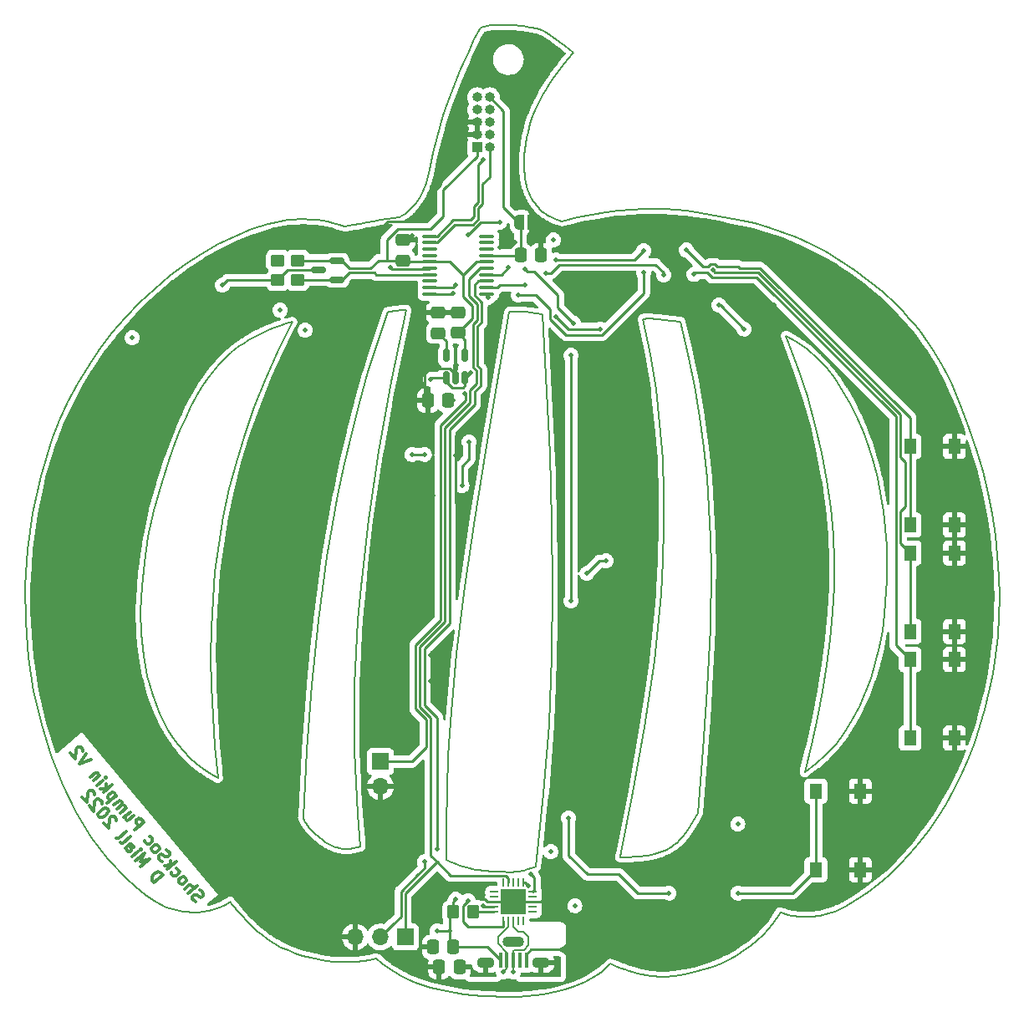
<source format=gbr>
%TF.GenerationSoftware,KiCad,Pcbnew,(6.0.7)*%
%TF.CreationDate,2022-10-09T21:38:24+01:00*%
%TF.ProjectId,Shocksoc-Pumpkin,53686f63-6b73-46f6-932d-50756d706b69,rev?*%
%TF.SameCoordinates,Original*%
%TF.FileFunction,Copper,L2,Bot*%
%TF.FilePolarity,Positive*%
%FSLAX46Y46*%
G04 Gerber Fmt 4.6, Leading zero omitted, Abs format (unit mm)*
G04 Created by KiCad (PCBNEW (6.0.7)) date 2022-10-09 21:38:24*
%MOMM*%
%LPD*%
G01*
G04 APERTURE LIST*
G04 Aperture macros list*
%AMRoundRect*
0 Rectangle with rounded corners*
0 $1 Rounding radius*
0 $2 $3 $4 $5 $6 $7 $8 $9 X,Y pos of 4 corners*
0 Add a 4 corners polygon primitive as box body*
4,1,4,$2,$3,$4,$5,$6,$7,$8,$9,$2,$3,0*
0 Add four circle primitives for the rounded corners*
1,1,$1+$1,$2,$3*
1,1,$1+$1,$4,$5*
1,1,$1+$1,$6,$7*
1,1,$1+$1,$8,$9*
0 Add four rect primitives between the rounded corners*
20,1,$1+$1,$2,$3,$4,$5,0*
20,1,$1+$1,$4,$5,$6,$7,0*
20,1,$1+$1,$6,$7,$8,$9,0*
20,1,$1+$1,$8,$9,$2,$3,0*%
%AMFreePoly0*
4,1,22,0.500000,-0.750000,0.000000,-0.750000,0.000000,-0.745033,-0.079941,-0.743568,-0.215256,-0.701293,-0.333266,-0.622738,-0.424486,-0.514219,-0.481581,-0.384460,-0.499164,-0.250000,-0.500000,-0.250000,-0.500000,0.250000,-0.499164,0.250000,-0.499963,0.256109,-0.478152,0.396186,-0.417904,0.524511,-0.324060,0.630769,-0.204165,0.706417,-0.067858,0.745374,0.000000,0.744959,0.000000,0.750000,
0.500000,0.750000,0.500000,-0.750000,0.500000,-0.750000,$1*%
%AMFreePoly1*
4,1,20,0.000000,0.744959,0.073905,0.744508,0.209726,0.703889,0.328688,0.626782,0.421226,0.519385,0.479903,0.390333,0.500000,0.250000,0.500000,-0.250000,0.499851,-0.262216,0.476331,-0.402017,0.414519,-0.529596,0.319384,-0.634700,0.198574,-0.708877,0.061801,-0.746166,0.000000,-0.745033,0.000000,-0.750000,-0.500000,-0.750000,-0.500000,0.750000,0.000000,0.750000,0.000000,0.744959,
0.000000,0.744959,$1*%
G04 Aperture macros list end*
%TA.AperFunction,Profile*%
%ADD10C,0.150000*%
%TD*%
%ADD11C,0.300000*%
%TA.AperFunction,NonConductor*%
%ADD12C,0.300000*%
%TD*%
%TA.AperFunction,ComponentPad*%
%ADD13R,1.000000X1.000000*%
%TD*%
%TA.AperFunction,ComponentPad*%
%ADD14O,1.000000X1.000000*%
%TD*%
%TA.AperFunction,SMDPad,CuDef*%
%ADD15R,1.300000X1.550000*%
%TD*%
%TA.AperFunction,ComponentPad*%
%ADD16R,1.700000X1.700000*%
%TD*%
%TA.AperFunction,ComponentPad*%
%ADD17O,1.700000X1.700000*%
%TD*%
%TA.AperFunction,SMDPad,CuDef*%
%ADD18RoundRect,0.250000X0.475000X-0.337500X0.475000X0.337500X-0.475000X0.337500X-0.475000X-0.337500X0*%
%TD*%
%TA.AperFunction,SMDPad,CuDef*%
%ADD19RoundRect,0.250000X-0.450000X0.350000X-0.450000X-0.350000X0.450000X-0.350000X0.450000X0.350000X0*%
%TD*%
%TA.AperFunction,SMDPad,CuDef*%
%ADD20RoundRect,0.250000X-0.337500X-0.475000X0.337500X-0.475000X0.337500X0.475000X-0.337500X0.475000X0*%
%TD*%
%TA.AperFunction,SMDPad,CuDef*%
%ADD21RoundRect,0.250000X0.337500X0.475000X-0.337500X0.475000X-0.337500X-0.475000X0.337500X-0.475000X0*%
%TD*%
%TA.AperFunction,SMDPad,CuDef*%
%ADD22FreePoly0,0.000000*%
%TD*%
%TA.AperFunction,SMDPad,CuDef*%
%ADD23FreePoly1,0.000000*%
%TD*%
%TA.AperFunction,SMDPad,CuDef*%
%ADD24RoundRect,0.062500X0.350000X0.062500X-0.350000X0.062500X-0.350000X-0.062500X0.350000X-0.062500X0*%
%TD*%
%TA.AperFunction,SMDPad,CuDef*%
%ADD25RoundRect,0.062500X0.062500X0.350000X-0.062500X0.350000X-0.062500X-0.350000X0.062500X-0.350000X0*%
%TD*%
%TA.AperFunction,SMDPad,CuDef*%
%ADD26R,2.500000X2.500000*%
%TD*%
%TA.AperFunction,SMDPad,CuDef*%
%ADD27RoundRect,0.100000X0.637500X0.100000X-0.637500X0.100000X-0.637500X-0.100000X0.637500X-0.100000X0*%
%TD*%
%TA.AperFunction,SMDPad,CuDef*%
%ADD28RoundRect,0.150000X0.587500X0.150000X-0.587500X0.150000X-0.587500X-0.150000X0.587500X-0.150000X0*%
%TD*%
%TA.AperFunction,SMDPad,CuDef*%
%ADD29RoundRect,0.250000X-0.350000X-0.450000X0.350000X-0.450000X0.350000X0.450000X-0.350000X0.450000X0*%
%TD*%
%TA.AperFunction,SMDPad,CuDef*%
%ADD30RoundRect,0.150000X0.150000X-0.512500X0.150000X0.512500X-0.150000X0.512500X-0.150000X-0.512500X0*%
%TD*%
%TA.AperFunction,SMDPad,CuDef*%
%ADD31R,0.450000X1.500000*%
%TD*%
%TA.AperFunction,ComponentPad*%
%ADD32O,1.800000X1.100000*%
%TD*%
%TA.AperFunction,ComponentPad*%
%ADD33O,2.200000X1.100000*%
%TD*%
%TA.AperFunction,ViaPad*%
%ADD34C,0.500000*%
%TD*%
%TA.AperFunction,Conductor*%
%ADD35C,0.250000*%
%TD*%
%TA.AperFunction,Conductor*%
%ADD36C,0.200000*%
%TD*%
G04 APERTURE END LIST*
D10*
X88189277Y-46285822D02*
X87886851Y-47554035D01*
X125789109Y-67477498D02*
X124735935Y-66723644D01*
X83358959Y-63667797D02*
X83281100Y-63689672D01*
X136064447Y-64298760D02*
X135427679Y-63596789D01*
X64579406Y-109966272D02*
X65309041Y-110450512D01*
X89223148Y-115660991D02*
X89248518Y-119217241D01*
X92683768Y-34827859D02*
X92683768Y-34827858D01*
X96672766Y-120360524D02*
X96826444Y-120330646D01*
X115209995Y-108049459D02*
X115650942Y-101819612D01*
X77126100Y-117480639D02*
X77297763Y-117580293D01*
X134773521Y-62921139D02*
X133419365Y-61648193D01*
X93293460Y-120310097D02*
X93692227Y-120342190D01*
X100557371Y-132518967D02*
X101284916Y-132321281D01*
X82549437Y-54369001D02*
X81883311Y-54477878D01*
X71200966Y-54746301D02*
X71200966Y-54746301D01*
X144508272Y-84166093D02*
X144082730Y-82002922D01*
X87638472Y-48821475D02*
X87564466Y-49212751D01*
X97124668Y-120252507D02*
X97443625Y-120149166D01*
X65785982Y-107710346D02*
X65568704Y-104615945D01*
X135132861Y-119709457D02*
X136152517Y-118618545D01*
X111561753Y-118131427D02*
X111781962Y-118014446D01*
X92059039Y-36066917D02*
X91394153Y-37479069D01*
X111288176Y-131020166D02*
X112349518Y-130931969D01*
X61191239Y-124110602D02*
X61546892Y-124216903D01*
X66234449Y-68952796D02*
X65872344Y-69363858D01*
X75102174Y-115615590D02*
X75158719Y-115693020D01*
X125509825Y-110298578D02*
X125509825Y-110298578D01*
X66635752Y-84406780D02*
X67225429Y-81626087D01*
X125188964Y-124959591D02*
X125425703Y-124969853D01*
X114353058Y-71158841D02*
X113708452Y-67946539D01*
X83309127Y-130147434D02*
X83956768Y-130571939D01*
X74921528Y-115340669D02*
X75003130Y-115470988D01*
X72385471Y-54479966D02*
X71995996Y-54554394D01*
X143553875Y-79816000D02*
X142918571Y-77607809D01*
X106833888Y-118884706D02*
X106833888Y-118884706D01*
X82102000Y-129168657D02*
X82102000Y-129168657D01*
X110264785Y-118603143D02*
X110552580Y-118524572D01*
X79703811Y-118036947D02*
X79909987Y-117996771D01*
X94102570Y-34608740D02*
X93748031Y-34645396D01*
X87291111Y-50274263D02*
X87185374Y-50592101D01*
X88536082Y-45028228D02*
X88189277Y-46285822D01*
X74804462Y-115125796D02*
X74855820Y-115225362D01*
X66308667Y-123986171D02*
X66614031Y-123849320D01*
X129104146Y-58445159D02*
X127623696Y-57578672D01*
X85786627Y-53042883D02*
X85531267Y-53308761D01*
X120080801Y-127869660D02*
X120709963Y-127348288D01*
X98257437Y-43116328D02*
X98597932Y-42392870D01*
X123053420Y-124488313D02*
X123185703Y-124544458D01*
X74765908Y-115042699D02*
X74804462Y-115125796D01*
X97359141Y-46051882D02*
X97491362Y-45404430D01*
X71786355Y-65267185D02*
X71222462Y-65491988D01*
X91881369Y-120110772D02*
X92213551Y-120172730D01*
X90921951Y-119866007D02*
X91238872Y-119958153D01*
X58754494Y-122711766D02*
X59777837Y-123394284D01*
X75558969Y-54319242D02*
X75241890Y-54300953D01*
X76413659Y-116966539D02*
X76413659Y-116966539D01*
X95051154Y-120407770D02*
X95051154Y-120407770D01*
X51732572Y-114362863D02*
X53268630Y-116883490D01*
X132876368Y-80528240D02*
X132462784Y-78899898D01*
X89324153Y-42590450D02*
X88917597Y-43792641D01*
X98792211Y-35092614D02*
X98676973Y-35045907D01*
X140626173Y-112075343D02*
X141374029Y-110566353D01*
X109750354Y-64354843D02*
X109136588Y-64369071D01*
X112937727Y-64675594D02*
X112937727Y-64675601D01*
X99610418Y-105434348D02*
X99900165Y-98521685D01*
X143771340Y-103945315D02*
X144206460Y-102156199D01*
X107257504Y-118929545D02*
X107430103Y-118925584D01*
X134078881Y-120722001D02*
X135132861Y-119709457D01*
X112886345Y-117171229D02*
X113188259Y-116841213D01*
X132686756Y-99247149D02*
X133079292Y-97640398D01*
X100947157Y-54481130D02*
X100947157Y-54481130D01*
X106821978Y-118914012D02*
X106834435Y-118916991D01*
X106812888Y-118893138D02*
X106808895Y-118895757D01*
X58372679Y-91535337D02*
X58277631Y-93953218D01*
X74914753Y-54289929D02*
X74578063Y-54286930D01*
X95051154Y-120407770D02*
X95375849Y-120417642D01*
X90280251Y-119646333D02*
X90603511Y-119762314D01*
X79950053Y-101503111D02*
X80074730Y-98198890D01*
X61042839Y-106035884D02*
X61532254Y-106805297D01*
X98965302Y-41697633D02*
X99350128Y-41035779D01*
X70679422Y-65730910D02*
X70156501Y-65984207D01*
X110965009Y-92300102D02*
X110668681Y-95685547D01*
X128093077Y-96799019D02*
X127749095Y-99441503D01*
X106813190Y-118910928D02*
X106821978Y-118914012D01*
X72979638Y-64858920D02*
X72371836Y-65056247D01*
X99459496Y-35450101D02*
X99177454Y-35285366D01*
X100134489Y-39832858D02*
X100875681Y-38825390D01*
X97953233Y-43862848D02*
X98257437Y-43116328D01*
X61179970Y-60038061D02*
X59639602Y-61334445D01*
X95527484Y-34574741D02*
X95169654Y-34566962D01*
X109136588Y-64369071D02*
X109136588Y-64369071D01*
X97336944Y-63688964D02*
X97101910Y-63664435D01*
X97694736Y-44627268D02*
X97953233Y-43862848D01*
X113971918Y-115727186D02*
X114210670Y-115319958D01*
X105409461Y-130144061D02*
X105837664Y-129724214D01*
X107430103Y-118925584D02*
X107640236Y-118918492D01*
X75358766Y-115944730D02*
X75436230Y-116034804D01*
X77222051Y-54539058D02*
X76716644Y-54449879D01*
X84483064Y-54083037D02*
X84482079Y-54088246D01*
X85337228Y-131300477D02*
X86068855Y-131608228D01*
X114687285Y-114461465D02*
X114687285Y-114461465D01*
X83281100Y-63689672D02*
X82243592Y-66725337D01*
X74708817Y-114889573D02*
X74708817Y-114889573D01*
X99695265Y-53994739D02*
X99499775Y-53882076D01*
X132993713Y-121653693D02*
X134078881Y-120722001D01*
X76951753Y-117369909D02*
X77126100Y-117480639D01*
X47436459Y-102123326D02*
X48204372Y-105451841D01*
X56794039Y-121085403D02*
X57759292Y-121940995D01*
X106834435Y-118916991D02*
X106851001Y-118919814D01*
X84479517Y-54098745D02*
X83201889Y-54270385D01*
X80535082Y-117808259D02*
X80250089Y-114565814D01*
X99754497Y-35636709D02*
X99459496Y-35450101D01*
X113374407Y-130783041D02*
X114361338Y-130577252D01*
X80549289Y-91522756D02*
X81310388Y-84735945D01*
X84483971Y-54077837D02*
X84483064Y-54083037D01*
X76272302Y-129288710D02*
X77061677Y-129412521D01*
X106804861Y-118904653D02*
X106807630Y-118907791D01*
X67225429Y-81626087D02*
X67941299Y-78846714D01*
X76149250Y-116742353D02*
X76277825Y-116853344D01*
X128490872Y-88883728D02*
X128471224Y-91530140D01*
X128471224Y-91530140D02*
X128336206Y-94165234D01*
X69168081Y-66534945D02*
X68701113Y-66832895D01*
X113466180Y-116489446D02*
X113725577Y-116117559D01*
X75703670Y-116322261D02*
X75805143Y-116423521D01*
X106367333Y-129943576D02*
X106958540Y-130165893D01*
X106805933Y-118898584D02*
X106804442Y-118901567D01*
X62792587Y-74461340D02*
X62256563Y-75709406D01*
X124541474Y-124892893D02*
X124746443Y-124920245D01*
X72179252Y-67574023D02*
X73610495Y-64674947D01*
X132014643Y-60478696D02*
X130572015Y-59411426D01*
X107010841Y-118929744D02*
X107118922Y-118930793D01*
X114515227Y-53549944D02*
X113521177Y-53420972D01*
X112376525Y-117621898D02*
X112554969Y-117477861D01*
X100947157Y-54481130D02*
X100622571Y-54388212D01*
X74578063Y-54286930D02*
X74232322Y-54292715D01*
X96975432Y-120294675D02*
X97124668Y-120252507D01*
X117079361Y-129657412D02*
X117899434Y-129262874D01*
X96331604Y-120402416D02*
X96509465Y-120384413D01*
X96248112Y-34621012D02*
X95886872Y-34592860D01*
X106851001Y-118919814D02*
X106872115Y-118922427D01*
X58277631Y-93953218D02*
X58341056Y-96276094D01*
X80535082Y-117808259D02*
X80535082Y-117808259D01*
X76160941Y-54374583D02*
X75558969Y-54319242D01*
X81310388Y-84735945D02*
X82341551Y-77813956D01*
X66609332Y-68558657D02*
X66234449Y-68952796D01*
X109470613Y-130868283D02*
X109934964Y-130945116D01*
X114879673Y-74320515D02*
X114353058Y-71158841D01*
X93212547Y-77752525D02*
X92093992Y-84638259D01*
X96523861Y-133057825D02*
X97377031Y-133011255D01*
X110825491Y-118437911D02*
X111084201Y-118343364D01*
X75003130Y-115470988D02*
X75050375Y-115541549D01*
X107118922Y-118930793D02*
X107257504Y-118929545D01*
X99911370Y-84917937D02*
X99697213Y-78073929D01*
X93393581Y-34693930D02*
X93038924Y-34754648D01*
X87564466Y-49212751D02*
X87481405Y-49585020D01*
X76595428Y-117113330D02*
X76774828Y-117247630D01*
X133394104Y-95989107D02*
X133632080Y-94301792D01*
X70132420Y-126454556D02*
X70497813Y-126762117D01*
X67762669Y-55989329D02*
X66068923Y-56816812D01*
X138076311Y-116211544D02*
X138974178Y-114900421D01*
X63240422Y-108845236D02*
X63889875Y-109430669D01*
X142918571Y-77607809D02*
X142173682Y-75380833D01*
X112554969Y-117477861D02*
X112886345Y-117171229D01*
X73933614Y-128666898D02*
X74702206Y-128916462D01*
X124166142Y-124827168D02*
X124541474Y-124892893D01*
X79621041Y-75934597D02*
X78897878Y-79042493D01*
X115832866Y-83581906D02*
X115611448Y-80524033D01*
X84486489Y-54064806D02*
X84485912Y-54067422D01*
X109961423Y-118673420D02*
X110264785Y-118603143D01*
X66078806Y-110881853D02*
X66078806Y-110881853D01*
X77632617Y-117748259D02*
X77795599Y-117817514D01*
X98470896Y-34983383D02*
X97717467Y-34827793D01*
X96623131Y-63659058D02*
X95596224Y-63673356D01*
X78853703Y-54980665D02*
X78396225Y-54829168D01*
X89248518Y-119217241D02*
X89606057Y-119374538D01*
X93788196Y-133017104D02*
X94761057Y-133056520D01*
X132462784Y-78899898D02*
X131981245Y-77320686D01*
X97345881Y-34762586D02*
X96977322Y-34706182D01*
X99017451Y-132825558D02*
X99800920Y-132687186D01*
X84479517Y-54098745D02*
X84479517Y-54098745D01*
X48204372Y-105451841D02*
X49185994Y-108619577D01*
X126641839Y-109475877D02*
X127688136Y-108531999D01*
X110024474Y-64361644D02*
X109750354Y-64354843D01*
X72371836Y-65056247D02*
X71786355Y-65267185D01*
X83448942Y-63647973D02*
X83358959Y-63667797D01*
X64074210Y-124496285D02*
X64609375Y-124444064D01*
X83281100Y-63689672D02*
X83281100Y-63689672D01*
X110434668Y-71508094D02*
X110848262Y-75035857D01*
X71995996Y-54554394D02*
X71600993Y-54642919D01*
X78704655Y-118056593D02*
X78978934Y-118080390D01*
X96134247Y-120414636D02*
X96331604Y-120402416D01*
X73610495Y-64674947D02*
X73610495Y-64674947D01*
X83956768Y-130571939D02*
X84633001Y-130955667D01*
X126747983Y-124892360D02*
X127037317Y-124845033D01*
X123346194Y-124604236D02*
X123565259Y-124675904D01*
X110396612Y-130998923D02*
X110624577Y-131015841D01*
X98914553Y-35148601D02*
X98792211Y-35092614D01*
X84487831Y-54059549D02*
X84487125Y-54062182D01*
X93692227Y-120342190D02*
X94115896Y-120368672D01*
X70497813Y-126762117D02*
X71110469Y-127232547D01*
X87073573Y-50892660D02*
X86956457Y-51176371D01*
X102086924Y-37388533D02*
X102086924Y-37388533D01*
X112494946Y-53318635D02*
X111431300Y-53248295D01*
X99108596Y-53616443D02*
X98915365Y-53461888D01*
X144082730Y-82002922D02*
X143553875Y-79816000D01*
X80275162Y-94873126D02*
X80549289Y-91522756D01*
X100358650Y-36051143D02*
X100056275Y-35839089D01*
X75220204Y-115773747D02*
X75286822Y-115857681D01*
X75158719Y-115693020D02*
X75220204Y-115773747D01*
X109641809Y-118735198D02*
X109961423Y-118673420D01*
X73145827Y-54370364D02*
X72768916Y-54418875D01*
X97491362Y-45404430D02*
X97491362Y-45404430D01*
X108120416Y-130542872D02*
X108557433Y-130662837D01*
X130742353Y-123264594D02*
X131880491Y-122502052D01*
X81476404Y-129318534D02*
X82102000Y-129168657D01*
X130137777Y-72962980D02*
X129393297Y-71665440D01*
X81883311Y-54477878D02*
X81200076Y-54598314D01*
X49258614Y-76628694D02*
X48125999Y-80313733D01*
X124735935Y-66723644D02*
X123623686Y-66104074D01*
X129582434Y-123938836D02*
X130742353Y-123264594D01*
X122282520Y-125667447D02*
X122696719Y-125081158D01*
X95169654Y-34566962D02*
X94813088Y-34569830D01*
X123623686Y-66104074D02*
X123623686Y-66104074D01*
X110552580Y-118524572D02*
X110825491Y-118437911D01*
X79237445Y-118082532D02*
X79479350Y-118066792D01*
X140342604Y-70880453D02*
X140342604Y-70880453D01*
X127637622Y-124711616D02*
X127947782Y-124623792D01*
X127270590Y-77984753D02*
X127785009Y-80776512D01*
X75241890Y-54300953D02*
X74914753Y-54289929D01*
X87638472Y-48821475D02*
X87638472Y-48821475D01*
X93038924Y-34754648D02*
X92683768Y-34827859D01*
X79768534Y-54879057D02*
X79013354Y-55041959D01*
X62563146Y-124430665D02*
X62884236Y-124470196D01*
X97254705Y-46667940D02*
X97359141Y-46051882D01*
X98208858Y-132933707D02*
X99017451Y-132825558D01*
X105837664Y-129724214D02*
X105837664Y-129724214D01*
X115650942Y-101819612D02*
X115945091Y-95707812D01*
X66614031Y-123849320D02*
X66867962Y-123719467D01*
X131981245Y-77320686D02*
X131432639Y-75799118D01*
X127749095Y-99441503D02*
X127311521Y-102102693D01*
X73515700Y-54333673D02*
X73145827Y-54370364D01*
X101498372Y-38054658D02*
X102086924Y-37388533D01*
X112349518Y-130931969D02*
X113374407Y-130783041D01*
X108951094Y-118832445D02*
X109305260Y-118788275D01*
X114687285Y-114461465D02*
X115209995Y-108049459D01*
X70902338Y-70432317D02*
X72179252Y-67574023D01*
X131033923Y-103715009D02*
X131664959Y-102292970D01*
X99697213Y-78073929D02*
X98990344Y-63919332D01*
X64537022Y-71182438D02*
X63926944Y-72199895D01*
X124788314Y-69201306D02*
X125779501Y-72207157D01*
X114361338Y-130577252D02*
X115308810Y-130318471D01*
X136152517Y-118618545D02*
X137134712Y-117451746D01*
X101981662Y-132094503D02*
X102645718Y-131839012D01*
X121287639Y-126804882D02*
X121812326Y-126243312D01*
X97362367Y-50930451D02*
X97272030Y-50561288D01*
X123623686Y-66104074D02*
X124788314Y-69201306D01*
X145067548Y-96507319D02*
X145196034Y-94538790D01*
X71600993Y-54642919D02*
X71200966Y-54746301D01*
X144569625Y-100318506D02*
X144857700Y-98434719D01*
X87481405Y-49585020D02*
X87390038Y-49938713D01*
X74738612Y-114976799D02*
X74765908Y-115042699D01*
X94115896Y-120368672D02*
X95051154Y-120407770D01*
X145196375Y-90488273D02*
X145061958Y-88411251D01*
X107963535Y-53282898D02*
X106697893Y-53394186D01*
X98915365Y-53461888D02*
X98725345Y-53291785D01*
X71766442Y-127657677D02*
X72459668Y-128038069D01*
X83659330Y-63613628D02*
X83549562Y-63629988D01*
X108578625Y-118867505D02*
X108951094Y-118832445D01*
X65550942Y-124248970D02*
X65953697Y-124122046D01*
X92683768Y-34827859D02*
X92683768Y-34827859D01*
X95596224Y-63673356D02*
X93212547Y-77752525D01*
X110325005Y-53215316D02*
X109170828Y-53225063D01*
X64402187Y-57772155D02*
X62770017Y-58848268D01*
X115945091Y-95707812D02*
X116027410Y-89649948D01*
X86834774Y-51443666D02*
X86580697Y-51930736D01*
X123233495Y-55565649D02*
X121829352Y-55086043D01*
X122696719Y-125081158D02*
X123053420Y-124488313D01*
X97866402Y-52180314D02*
X97721447Y-51900282D01*
X77061677Y-129412521D02*
X77845849Y-129495542D01*
X140342604Y-70880453D02*
X139901939Y-69962404D01*
X67545951Y-123719744D02*
X67806543Y-124051776D01*
X126143330Y-56810740D02*
X124675709Y-56140140D01*
X99088318Y-112522821D02*
X99610418Y-105434348D01*
X96611498Y-34658888D02*
X96248112Y-34621012D01*
X128913423Y-124265453D02*
X129245674Y-124111495D01*
X144857700Y-98434719D02*
X145067548Y-96507319D01*
X65953697Y-124122046D02*
X66308667Y-123986171D01*
X76774828Y-117247630D02*
X76951753Y-117369909D01*
X58944191Y-100587747D02*
X59484331Y-102551977D01*
X46599554Y-95093806D02*
X46896703Y-98661494D01*
X111288176Y-131020166D02*
X111288176Y-131020166D01*
X124962409Y-124942767D02*
X125188964Y-124959591D01*
X106804442Y-118901567D02*
X106804861Y-118904653D01*
X109136588Y-64369071D02*
X109867470Y-67952856D01*
X50011843Y-74692027D02*
X49258614Y-76628694D01*
X63347423Y-73292183D02*
X62792587Y-74461340D01*
X63926944Y-72199895D02*
X63347423Y-73292183D01*
X79903191Y-104788850D02*
X79950053Y-101503111D01*
X127311521Y-102102693D02*
X126787612Y-104792596D01*
X90173716Y-40331815D02*
X89746083Y-41433045D01*
X90255258Y-98313130D02*
X89635802Y-105186706D01*
X129245674Y-124111495D02*
X129582434Y-123938836D01*
X61532254Y-106805297D02*
X62061638Y-107531016D01*
X99177454Y-35285366D02*
X98914553Y-35148601D01*
X107704324Y-130417177D02*
X108120416Y-130542872D01*
X89257446Y-132505830D02*
X90117136Y-132656174D01*
X95912460Y-120421179D02*
X96134247Y-120414636D01*
X101284916Y-132321281D02*
X101981662Y-132094503D01*
X100056275Y-35839089D02*
X99754497Y-35636709D01*
X46559461Y-91447724D02*
X46599554Y-95093806D01*
X127623696Y-57578672D02*
X126143330Y-56810740D01*
X145061958Y-88411251D02*
X144833636Y-86303030D01*
X132215607Y-100800845D02*
X132686756Y-99247149D01*
X58625984Y-89034726D02*
X58372679Y-91535337D01*
X115968810Y-86621206D02*
X115832866Y-83581906D01*
X141374029Y-110566353D02*
X142065610Y-108996372D01*
X80496296Y-54731608D02*
X79768534Y-54879057D01*
X87611926Y-132119992D02*
X88422177Y-132327722D01*
X86956457Y-51176371D02*
X86834774Y-51443666D01*
X123565259Y-124675904D02*
X123839656Y-124752527D01*
X75483791Y-129123545D02*
X76272302Y-129288710D01*
X79013354Y-55041959D02*
X78853703Y-54980665D01*
X77795599Y-117817514D02*
X77955478Y-117877581D01*
X84484890Y-54072636D02*
X84483971Y-54077837D01*
X73878033Y-54308043D02*
X73515700Y-54333673D01*
X89423084Y-108651001D02*
X89283435Y-112140670D01*
X98569610Y-35009243D02*
X98470896Y-34983383D01*
X84688132Y-63515661D02*
X84160099Y-63560175D01*
X66068923Y-56816812D02*
X64402187Y-57772155D01*
X50882756Y-72798144D02*
X50011843Y-74692027D01*
X51863798Y-70954134D02*
X50882756Y-72798144D01*
X108143107Y-112334745D02*
X106833888Y-118884706D01*
X125509825Y-110298578D02*
X125509825Y-110298578D01*
X85070440Y-53703992D02*
X84876939Y-53840254D01*
X141316071Y-73137553D02*
X140342604Y-70880453D01*
X97272030Y-50561288D02*
X97198420Y-50167861D01*
X91238872Y-119958153D02*
X91557577Y-120039494D01*
X106808895Y-118895757D02*
X106805933Y-118898584D01*
X67817991Y-67475233D02*
X67400369Y-67820131D01*
X46790871Y-87750710D02*
X46559461Y-91447724D01*
X126192976Y-124952584D02*
X126466401Y-124927921D01*
X87390038Y-49938713D02*
X87291111Y-50274263D01*
X65567602Y-92840991D02*
X65812466Y-90005811D01*
X133496117Y-83898251D02*
X132876368Y-80528240D01*
X129527134Y-106314768D02*
X130321611Y-105058447D01*
X59639602Y-61334445D02*
X58156469Y-62730330D01*
X75436230Y-116034804D02*
X75519406Y-116127811D01*
X128585303Y-70459606D02*
X127714681Y-69353994D01*
X89283435Y-112140670D02*
X89223148Y-115660991D01*
X58341056Y-96276094D02*
X58563171Y-98491695D01*
X112937727Y-64675594D02*
X112937727Y-64675594D01*
X144833636Y-86303030D02*
X144508272Y-84166093D01*
X53268630Y-116883490D02*
X54960602Y-119133491D01*
X80097041Y-117950039D02*
X80264134Y-117900526D01*
X119401657Y-128365128D02*
X120080801Y-127869660D01*
X95596224Y-63673356D02*
X95596224Y-63673356D01*
X106697893Y-53394186D02*
X105368667Y-53564289D01*
X109170828Y-53225063D02*
X107963535Y-53282898D01*
X123185703Y-124544458D02*
X123346194Y-124604236D01*
X99350128Y-41035779D02*
X99742996Y-40412467D01*
X86827286Y-131880780D02*
X87611926Y-132119992D01*
X123053420Y-124488313D02*
X123053420Y-124488313D01*
X129393297Y-71665440D02*
X128585303Y-70459606D01*
X89606057Y-119374538D02*
X89948867Y-119517322D01*
X126782321Y-68357120D02*
X125789109Y-67477498D01*
X84593677Y-54007349D02*
X84488619Y-54056905D01*
X76277825Y-116853344D02*
X76413659Y-116966539D01*
X65383296Y-98624779D02*
X65426421Y-95711173D01*
X65812466Y-90005811D02*
X66166640Y-87197214D01*
X119185927Y-54406591D02*
X119185927Y-54406591D01*
X94761057Y-133056520D02*
X95651239Y-133073039D01*
X142697779Y-107367884D02*
X143267401Y-105683371D01*
X57759292Y-121940995D02*
X58754494Y-122711766D01*
X108187170Y-118893251D02*
X108578625Y-118867505D01*
X49185994Y-108619577D02*
X50366877Y-111599071D01*
X56738128Y-64218626D02*
X55392133Y-65792245D01*
X75571112Y-101456683D02*
X75067681Y-108109030D01*
X106929744Y-118926817D02*
X107010841Y-118929744D01*
X75519406Y-116127811D02*
X75608488Y-116223660D01*
X113188259Y-116841213D02*
X113466180Y-116489446D01*
X87185374Y-50592101D02*
X87073573Y-50892660D01*
X75067681Y-108109030D02*
X74708817Y-114889573D01*
X125425703Y-124969853D02*
X125672222Y-124972683D01*
X111168219Y-88893620D02*
X110965009Y-92300102D01*
X59037330Y-86463656D02*
X58625984Y-89034726D01*
X133079292Y-97640398D02*
X133394104Y-95989107D01*
X128586088Y-124401577D02*
X128913423Y-124265453D01*
X65183531Y-70237772D02*
X64537022Y-71182438D01*
X104422836Y-130904030D02*
X104937221Y-130537459D01*
X106958540Y-130165893D02*
X107315063Y-130290076D01*
X139825178Y-113520860D02*
X140626173Y-112075343D01*
X106807630Y-118907791D02*
X106813190Y-118910928D01*
X72459668Y-128038069D02*
X73184080Y-128374288D01*
X69462479Y-125845868D02*
X69787150Y-126148287D01*
X78415447Y-118007364D02*
X78704655Y-118056593D01*
X97443625Y-120149166D02*
X97822797Y-120019795D01*
X126466401Y-124927921D02*
X126747983Y-124892360D01*
X123839656Y-124752527D02*
X124166142Y-124827168D01*
X69475869Y-55296796D02*
X67762669Y-55989329D01*
X65309041Y-110450512D02*
X66078806Y-110881853D01*
X109009467Y-130772749D02*
X109470613Y-130868283D01*
X99499775Y-53882076D02*
X99303809Y-53756242D01*
X130817854Y-74343711D02*
X130137777Y-72962980D01*
X126787612Y-104792596D02*
X126184627Y-107521222D01*
X125779501Y-72207157D02*
X126604507Y-75131637D01*
X97106294Y-49305047D02*
X97090236Y-48834076D01*
X106833888Y-118884706D02*
X106822210Y-118888731D01*
X110624577Y-131015841D02*
X110849652Y-131025381D01*
X59484331Y-102551977D02*
X60183809Y-104372114D01*
X68701113Y-66832895D02*
X68251328Y-67146240D01*
X79479350Y-118066792D02*
X79703811Y-118036947D01*
X80074730Y-98198890D02*
X80275162Y-94873126D01*
X84487125Y-54062182D02*
X84486489Y-54064806D01*
X89746083Y-41433045D02*
X89324153Y-42590450D01*
X110849652Y-131025381D02*
X111071097Y-131027003D01*
X98301672Y-119863565D02*
X99088318Y-112522821D01*
X120709963Y-127348288D02*
X121287639Y-126804882D01*
X84488619Y-54056905D02*
X84488619Y-54056905D01*
X84480260Y-54096107D02*
X84479517Y-54098745D01*
X98021940Y-52440043D02*
X97866402Y-52180314D01*
X117899434Y-129262874D02*
X118674034Y-128830822D01*
X50366877Y-111599071D02*
X51732572Y-114362863D01*
X112937727Y-64675601D02*
X111276865Y-64479947D01*
X139901939Y-69962404D02*
X139431222Y-69071901D01*
X128155024Y-83516922D02*
X128387891Y-86215992D01*
X111990705Y-117890395D02*
X112188665Y-117759477D01*
X76413659Y-116966539D02*
X76595428Y-117113330D01*
X67973690Y-124255566D02*
X68164769Y-124481125D01*
X62770017Y-58848268D02*
X61179970Y-60038061D01*
X99989752Y-91708369D02*
X99911370Y-84917937D01*
X142065610Y-108996372D02*
X142697779Y-107367884D01*
X61217459Y-78450418D02*
X60333284Y-81159229D01*
X61546892Y-124216903D02*
X61894246Y-124305015D01*
X116027410Y-89649948D02*
X115968810Y-86621206D01*
X89248518Y-119217241D02*
X89248518Y-119217241D01*
X65432600Y-101590230D02*
X65383296Y-98624779D01*
X98186832Y-52680263D02*
X98021940Y-52440043D01*
X98676973Y-35045907D02*
X98569610Y-35009243D01*
X91000652Y-132780615D02*
X91907398Y-132881011D01*
X109934964Y-130945116D02*
X110396612Y-130998923D01*
X110740972Y-64420675D02*
X110339094Y-64382414D01*
X137279481Y-65782278D02*
X136682242Y-65027205D01*
X73610495Y-64674947D02*
X73610495Y-64674947D01*
X61733478Y-77038419D02*
X61217459Y-78450418D01*
X62884236Y-124470196D02*
X63498556Y-124507653D01*
X138932034Y-68208789D02*
X138405960Y-67372917D01*
X131432639Y-75799118D02*
X130817854Y-74343711D01*
X106898216Y-118924778D02*
X106929744Y-118926817D01*
X75805143Y-116423521D02*
X75913103Y-116527351D01*
X91557577Y-120039494D02*
X91881369Y-120110772D01*
X116215319Y-130010568D02*
X117079361Y-129657412D01*
X98359849Y-52901765D02*
X98186832Y-52680263D01*
X114210670Y-115319958D02*
X114687285Y-114461465D01*
X77673134Y-54636047D02*
X77222051Y-54539058D01*
X92836777Y-132959221D02*
X93788196Y-133017104D01*
X78618754Y-129538337D02*
X79374327Y-129541470D01*
X91007420Y-38343438D02*
X90597384Y-39298150D01*
X111084201Y-118343364D02*
X111329394Y-118241135D01*
X87886851Y-47554035D02*
X87638472Y-48821475D01*
X80051149Y-111317139D02*
X79936202Y-108059172D01*
X83549562Y-63629988D02*
X83448942Y-63647973D01*
X139431222Y-69071901D02*
X138932034Y-68208789D01*
X145240021Y-92531613D02*
X145196375Y-90488273D01*
X70156501Y-65984207D02*
X69652966Y-66252134D01*
X111071097Y-131027003D02*
X111288176Y-131020166D01*
X86050641Y-52726890D02*
X85786627Y-53042883D01*
X84932598Y-63492489D02*
X84688132Y-63515661D01*
X86580697Y-51930736D02*
X86317325Y-52357326D01*
X74721029Y-114928826D02*
X74738612Y-114976799D01*
X130572015Y-59411426D02*
X129104146Y-58445159D01*
X138974178Y-114900421D02*
X139825178Y-113520860D01*
X78065868Y-54734775D02*
X77673134Y-54636047D01*
X49258614Y-76628694D02*
X49258614Y-76628694D01*
X62256563Y-75709406D02*
X61733478Y-77038419D01*
X133833389Y-87362595D02*
X133496117Y-83898251D01*
X62061638Y-107531016D02*
X62631018Y-108211507D01*
X65522282Y-69792098D02*
X65183531Y-70237772D01*
X52947412Y-69167088D02*
X51863798Y-70954134D01*
X118674034Y-128830822D02*
X119401657Y-128365128D01*
X89948867Y-119517322D02*
X90280251Y-119646333D01*
X47308234Y-84030226D02*
X46790871Y-87750710D01*
X60827516Y-123985116D02*
X60827516Y-123985116D01*
X54960602Y-119133491D02*
X56794039Y-121085403D01*
X68616818Y-124987312D02*
X68876837Y-125262821D01*
X61217459Y-78450418D02*
X61217459Y-78450418D01*
X107315063Y-130290076D02*
X107704324Y-130417177D01*
X100266592Y-54261622D02*
X99889050Y-54095023D01*
X98990344Y-63919332D02*
X98990344Y-63919332D01*
X98539763Y-53105342D02*
X98359849Y-52901765D01*
X131664959Y-102292970D02*
X132215607Y-100800845D01*
X111329394Y-118241135D02*
X111561753Y-118131427D01*
X110668681Y-95685547D02*
X110289316Y-99051026D01*
X121829352Y-55086043D02*
X120475942Y-54700098D01*
X135427679Y-63596789D02*
X134773521Y-62921139D01*
X97124273Y-47809043D02*
X97176825Y-47253396D01*
X105837664Y-129724214D02*
X106367333Y-129943576D01*
X115611448Y-80524033D02*
X115296426Y-77439574D01*
X95886872Y-34592860D02*
X95527484Y-34574741D01*
X133632080Y-94301792D02*
X133881078Y-90853150D01*
X91907398Y-132881011D02*
X92836777Y-132959221D01*
X107891419Y-118907854D02*
X108187170Y-118893251D01*
X131880491Y-122502052D02*
X132993713Y-121653693D01*
X85531267Y-53308761D02*
X85290544Y-53527979D01*
X95651239Y-133073039D02*
X96523861Y-133057825D01*
X90117136Y-132656174D02*
X91000652Y-132780615D01*
X66867962Y-123719467D02*
X67214238Y-123512658D01*
X108557433Y-130662837D02*
X109009467Y-130772749D01*
X105368667Y-53564289D02*
X103970625Y-53798572D01*
X78244075Y-82171489D02*
X77129782Y-88497646D01*
X100622571Y-54388212D02*
X100266592Y-54261622D01*
X112188665Y-117759477D02*
X112376525Y-117621898D01*
X65102227Y-124358968D02*
X65550942Y-124248970D01*
X79374327Y-129541470D02*
X80106503Y-129505505D01*
X115482329Y-53700187D02*
X114515227Y-53549944D01*
X68876837Y-125262821D02*
X69158882Y-125549859D01*
X86317325Y-52357326D02*
X86050641Y-52726890D01*
X67941299Y-78846714D02*
X68788989Y-76060242D01*
X137134712Y-117451746D02*
X138076311Y-116211544D01*
X97198420Y-50167861D02*
X97142765Y-49749378D01*
X92557425Y-120226109D02*
X92916294Y-120271651D01*
X86068855Y-131608228D02*
X86827286Y-131880780D01*
X96890798Y-63656394D02*
X96623131Y-63659058D01*
X54126043Y-67444095D02*
X52947412Y-69167088D01*
X69158882Y-125549859D02*
X69462479Y-125845868D01*
X81290207Y-69777235D02*
X80417254Y-72846583D01*
X106822210Y-118888731D02*
X106812888Y-118893138D01*
X119185927Y-54406591D02*
X117356622Y-54043029D01*
X92093992Y-84638259D02*
X91091442Y-91477721D01*
X124746443Y-124920245D02*
X124962409Y-124942767D01*
X71200966Y-54746301D02*
X69475869Y-55296796D01*
X77466637Y-117669342D02*
X77632617Y-117748259D01*
X109321799Y-105726379D02*
X108143107Y-112334745D01*
X61894246Y-124305015D02*
X62233073Y-124375937D01*
X62233073Y-124375937D02*
X62563146Y-124430665D01*
X108187170Y-118893251D02*
X108187170Y-118893251D01*
X97095819Y-48335672D02*
X97124273Y-47809043D01*
X76027740Y-116633659D02*
X76149250Y-116742353D01*
X77297763Y-117580293D02*
X77466637Y-117669342D01*
X79909987Y-117996771D02*
X80097041Y-117950039D01*
X97588304Y-51599156D02*
X97468201Y-51276143D01*
X84876939Y-53840254D02*
X84593677Y-54007349D01*
X73184080Y-128374288D02*
X73933614Y-128666898D01*
X115308810Y-130318471D02*
X116215319Y-130010568D01*
X94761057Y-133056520D02*
X94761057Y-133056520D01*
X111276865Y-64479947D02*
X110740972Y-64420675D01*
X84482079Y-54088246D02*
X84480927Y-54093479D01*
X63889875Y-109430669D02*
X64579406Y-109966272D01*
X92213551Y-120172730D02*
X92557425Y-120226109D01*
X60333284Y-81159229D02*
X59606502Y-83834399D01*
X101207537Y-36684349D02*
X100655439Y-36266770D01*
X88422177Y-132327722D02*
X89257446Y-132505830D01*
X80264134Y-117900526D02*
X80535082Y-117808259D01*
X89635802Y-105186706D02*
X89423084Y-108651001D01*
X128336206Y-94165234D02*
X128093077Y-96799019D01*
X98725345Y-53291785D02*
X98539763Y-53105342D01*
X133419365Y-61648193D02*
X132014643Y-60478696D01*
X115296426Y-77439574D02*
X114879673Y-74320515D01*
X58563171Y-98491695D02*
X58944191Y-100587747D01*
X76248637Y-94922799D02*
X75571112Y-101456683D01*
X77845849Y-129495542D02*
X78618754Y-129538337D01*
X107640236Y-118918492D02*
X107891419Y-118907854D01*
X91091442Y-91477721D02*
X90255258Y-98313130D01*
X130321611Y-105058447D02*
X131033923Y-103715009D01*
X68164769Y-124481125D02*
X68379304Y-124725894D01*
X111118333Y-78537219D02*
X111254962Y-82013251D01*
X99742996Y-40412467D02*
X100134489Y-39832858D01*
X68251328Y-67146240D02*
X67817991Y-67475233D01*
X84488619Y-54056905D02*
X84487831Y-54059549D01*
X68788989Y-76060242D02*
X69774126Y-73258250D01*
X97142765Y-49749378D02*
X97106294Y-49305047D01*
X62631018Y-108211507D02*
X63240422Y-108845236D01*
X83900352Y-63584931D02*
X83659330Y-63613628D01*
X99900165Y-98521685D02*
X99989752Y-91708369D01*
X80417254Y-72846583D02*
X79621041Y-75934597D01*
X69774126Y-73258250D02*
X70902338Y-70432317D01*
X95375849Y-120417642D02*
X95661305Y-120422146D01*
X65426421Y-95711173D02*
X65567602Y-92840991D01*
X75050375Y-115541549D02*
X75102174Y-115615590D01*
X98990344Y-63919328D02*
X97676376Y-63735766D01*
X63498556Y-124507653D02*
X64074210Y-124496285D01*
X101663118Y-37043032D02*
X101207537Y-36684349D01*
X59777837Y-123394284D02*
X60827516Y-123985116D01*
X128264072Y-124520734D02*
X128586088Y-124401577D01*
X97491362Y-45404430D02*
X97694736Y-44627268D01*
X74855820Y-115225362D02*
X74921528Y-115340669D01*
X85290544Y-53527979D02*
X85070440Y-53703992D01*
X78112149Y-117928930D02*
X78415447Y-118007364D01*
X103275193Y-131555184D02*
X103868196Y-131243398D01*
X67806543Y-124051776D02*
X67973690Y-124255566D01*
X102645718Y-131839012D02*
X103275193Y-131555184D01*
X138405960Y-67372917D02*
X137854581Y-66564131D01*
X137854581Y-66564131D02*
X137279481Y-65782278D01*
X125672222Y-124972683D02*
X125928115Y-124967216D01*
X80106503Y-129505505D02*
X80809217Y-129431005D01*
X68379304Y-124725894D02*
X68616818Y-124987312D01*
X109867470Y-67952856D02*
X110434668Y-71508094D01*
X80250089Y-114565814D02*
X80051149Y-111317139D01*
X82102000Y-129168657D02*
X82690672Y-129680293D01*
X127785009Y-80776512D02*
X128155024Y-83516922D01*
X121812326Y-126243312D02*
X122282520Y-125667447D01*
X129582434Y-123938836D02*
X129582434Y-123938836D01*
X128649605Y-107475457D02*
X129527134Y-106314768D01*
X110848262Y-75035857D02*
X111118333Y-78537219D01*
X127037317Y-124845033D02*
X127333999Y-124785074D01*
X96509465Y-120384413D02*
X96672766Y-120360524D01*
X111254962Y-82013251D02*
X111268230Y-85465027D01*
X77955478Y-117877581D02*
X78112149Y-117928930D01*
X98597932Y-42392870D02*
X98965302Y-41697633D01*
X125509825Y-110298578D02*
X126641839Y-109475877D01*
X83201889Y-54270385D02*
X82549437Y-54369001D01*
X79013354Y-55041959D02*
X79013354Y-55041959D01*
X67332905Y-123429544D02*
X67332905Y-123429544D01*
X143267401Y-105683371D02*
X143771340Y-103945315D01*
X97822797Y-120019795D02*
X98301672Y-119863565D01*
X67400369Y-67820131D02*
X66997727Y-68181187D01*
X99889050Y-54095023D02*
X99695265Y-53994739D01*
X99800920Y-132687186D02*
X100557371Y-132518967D01*
X127947782Y-124623792D02*
X128264072Y-124520734D01*
X127333999Y-124785074D02*
X127637622Y-124711616D01*
X145196034Y-94538790D02*
X145240021Y-92531613D01*
X74708817Y-114889573D02*
X74721029Y-114928826D01*
X106872115Y-118922427D02*
X106898216Y-118924778D01*
X79936202Y-108059172D02*
X79903191Y-104788850D01*
X81200076Y-54598314D02*
X80496296Y-54731608D01*
X73610495Y-64674947D02*
X72979638Y-64858920D01*
X74232322Y-54292715D02*
X73878033Y-54308043D01*
X113725577Y-116117559D02*
X113971918Y-115727186D01*
X98470896Y-34983383D02*
X98470896Y-34983383D01*
X69652966Y-66252134D02*
X69168081Y-66534945D01*
X128387891Y-86215992D02*
X128490872Y-88883728D01*
X136682242Y-65027205D02*
X136064447Y-64298760D01*
X80809217Y-129431005D02*
X81476404Y-129318534D01*
X71222462Y-65491988D02*
X70679422Y-65730910D01*
X120475942Y-54700098D02*
X119185927Y-54406591D01*
X113708452Y-67946539D02*
X112937727Y-64675594D01*
X97721447Y-51900282D02*
X97588304Y-51599156D01*
X59606502Y-83834399D02*
X59037330Y-86463656D01*
X97468201Y-51276143D02*
X97362367Y-50930451D01*
X94813088Y-34569830D02*
X94457491Y-34583654D01*
X111431300Y-53248295D02*
X110325005Y-53215316D01*
X55392133Y-65792245D02*
X54126043Y-67444095D01*
X96826444Y-120330646D02*
X96975432Y-120294675D01*
X78897878Y-79042493D02*
X78244075Y-82171489D01*
X65568704Y-104615945D02*
X65432600Y-101590230D01*
X110339094Y-64382414D02*
X110024474Y-64361644D01*
X100875681Y-38825390D02*
X101498372Y-38054658D01*
X75608488Y-116223660D02*
X75703670Y-116322261D01*
X126604507Y-75131637D02*
X127270590Y-77984753D01*
X98990344Y-63919332D02*
X98990344Y-63919328D01*
X144206460Y-102156199D02*
X144569625Y-100318506D01*
X99303809Y-53756242D02*
X99108596Y-53616443D01*
X103868196Y-131243398D02*
X104422836Y-130904030D01*
X82690672Y-129680293D02*
X83309127Y-130147434D01*
X48125999Y-80313733D02*
X47308234Y-84030226D01*
X67214238Y-123512658D02*
X67332905Y-123429544D01*
X97176825Y-47253396D02*
X97254705Y-46667940D01*
X97090236Y-48834076D02*
X97095819Y-48335672D01*
X84633001Y-130955667D02*
X85337228Y-131300477D01*
X111781962Y-118014446D02*
X111990705Y-117890395D01*
X111268230Y-85465027D02*
X111168219Y-88893620D01*
X98301672Y-119863565D02*
X98301672Y-119863565D01*
X72768916Y-54418875D02*
X72385471Y-54479966D01*
X100655439Y-36266770D02*
X100358650Y-36051143D01*
X66166640Y-87197214D02*
X66635752Y-84406780D01*
X127714681Y-69353994D02*
X126782321Y-68357120D01*
X78978934Y-118080390D02*
X79237445Y-118082532D01*
X110289316Y-99051026D02*
X109321799Y-105726379D01*
X97101910Y-63664435D02*
X96890798Y-63656394D01*
X84485912Y-54067422D02*
X84484890Y-54072636D01*
X102086924Y-37388533D02*
X101663118Y-37043032D01*
X93748031Y-34645396D02*
X93393581Y-34693930D01*
X92916294Y-120271651D02*
X93293460Y-120310097D01*
X58156469Y-62730330D02*
X56738128Y-64218626D01*
X76716644Y-54449879D02*
X76160941Y-54374583D01*
X82243592Y-66725337D02*
X81290207Y-69777235D01*
X126184627Y-107521222D02*
X125509825Y-110298578D01*
X142173682Y-75380833D02*
X141316071Y-73137553D01*
X60827516Y-123985116D02*
X61191239Y-124110602D01*
X97717467Y-34827793D02*
X97345881Y-34762586D01*
X90597384Y-39298150D02*
X90173716Y-40331815D01*
X97377031Y-133011255D02*
X98208858Y-132933707D01*
X95661305Y-120422146D02*
X95912460Y-120421179D01*
X60183809Y-104372114D02*
X61042839Y-106035884D01*
X109305260Y-118788275D02*
X109641809Y-118735198D01*
X66078806Y-110881853D02*
X65785982Y-107710346D01*
X78396225Y-54829168D02*
X78065868Y-54734775D01*
X71110469Y-127232547D02*
X71766442Y-127657677D01*
X77129782Y-88497646D02*
X76248637Y-94922799D01*
X91394153Y-37479069D02*
X91007420Y-38343438D01*
X75286822Y-115857681D02*
X75358766Y-115944730D01*
X88917597Y-43792641D02*
X88536082Y-45028228D01*
X74702206Y-128916462D02*
X75483791Y-129123545D01*
X113521177Y-53420972D02*
X112494946Y-53318635D01*
X104937221Y-130537459D02*
X105409461Y-130144061D01*
X84160099Y-63560175D02*
X83900352Y-63584931D01*
X127688136Y-108531999D02*
X128649605Y-107475457D01*
X90603511Y-119762314D02*
X90921951Y-119866007D01*
X65872344Y-69363858D02*
X65522282Y-69792098D01*
X117356622Y-54043029D02*
X115482329Y-53700187D01*
X75913103Y-116527351D02*
X76027740Y-116633659D01*
X94457491Y-34583654D02*
X94102570Y-34608740D01*
X46896703Y-98661494D02*
X47436459Y-102123326D01*
X64609375Y-124444064D02*
X65102227Y-124358968D01*
X83626297Y-70732284D02*
X85148150Y-63466428D01*
X85148150Y-63466434D02*
X84932598Y-63492489D01*
X92683768Y-34827858D02*
X92059039Y-36066917D01*
X96977322Y-34706182D02*
X96611498Y-34658888D01*
X82341551Y-77813956D02*
X83626297Y-70732284D01*
X84480927Y-54093479D02*
X84480260Y-54096107D01*
X67332905Y-123429544D02*
X67545951Y-123719744D01*
X69787150Y-126148287D02*
X70132420Y-126454556D01*
X125928115Y-124967216D02*
X126192976Y-124952584D01*
X70497813Y-126762117D02*
X70497813Y-126762117D01*
X97676376Y-63735766D02*
X97336944Y-63688964D01*
X103970625Y-53798572D02*
X102498533Y-54102398D01*
X66997727Y-68181187D02*
X66609332Y-68558657D01*
X124675709Y-56140140D02*
X123233495Y-55565649D01*
X133881078Y-90853150D02*
X133833389Y-87362595D01*
X102498533Y-54102398D02*
X100947157Y-54481130D01*
D11*
D12*
X63853969Y-123447287D02*
X63700003Y-123352696D01*
X63516349Y-123133826D01*
X63486662Y-123009547D01*
X63493705Y-122929043D01*
X63544522Y-122811807D01*
X63632070Y-122738346D01*
X63756349Y-122708658D01*
X63836854Y-122715702D01*
X63954089Y-122766519D01*
X64144786Y-122904884D01*
X64262021Y-122955701D01*
X64342526Y-122962745D01*
X64466805Y-122933057D01*
X64554353Y-122859596D01*
X64605170Y-122742360D01*
X64612213Y-122661856D01*
X64582526Y-122537577D01*
X64398872Y-122318707D01*
X64244906Y-122224116D01*
X63038850Y-122564765D02*
X63958103Y-121793419D01*
X62708273Y-122170799D02*
X63189787Y-121766761D01*
X63314066Y-121737073D01*
X63431301Y-121787891D01*
X63541493Y-121919213D01*
X63571181Y-122043491D01*
X63564138Y-122123996D01*
X62230774Y-121601737D02*
X62348010Y-121652554D01*
X62428514Y-121659598D01*
X62552793Y-121629910D01*
X62815437Y-121409526D01*
X62866254Y-121292290D01*
X62873297Y-121211786D01*
X62843610Y-121087507D01*
X62733418Y-120956185D01*
X62616182Y-120905368D01*
X62535677Y-120898325D01*
X62411399Y-120928012D01*
X62148755Y-121148397D01*
X62097938Y-121265632D01*
X62090894Y-121346137D01*
X62120582Y-121470415D01*
X62230774Y-121601737D01*
X61356280Y-120470657D02*
X61385968Y-120594936D01*
X61532890Y-120770032D01*
X61650126Y-120820849D01*
X61730631Y-120827892D01*
X61854909Y-120798205D01*
X62117553Y-120577820D01*
X62168370Y-120460585D01*
X62175413Y-120380080D01*
X62145726Y-120255802D01*
X61998803Y-120080706D01*
X61881568Y-120029889D01*
X60981930Y-120113422D02*
X61901183Y-119342077D01*
X61258660Y-119732029D02*
X60688084Y-119763231D01*
X61300919Y-119249000D02*
X61244573Y-119893038D01*
X60438012Y-119376308D02*
X60284046Y-119281717D01*
X60100392Y-119062847D01*
X60070705Y-118938568D01*
X60077748Y-118858064D01*
X60128565Y-118740828D01*
X60216113Y-118667367D01*
X60340392Y-118637679D01*
X60420897Y-118644723D01*
X60538132Y-118695540D01*
X60728829Y-118833905D01*
X60846064Y-118884722D01*
X60926569Y-118891765D01*
X61050848Y-118862078D01*
X61138396Y-118788617D01*
X61189213Y-118671381D01*
X61196256Y-118590876D01*
X61166569Y-118466598D01*
X60982915Y-118247728D01*
X60828949Y-118153137D01*
X59512701Y-118362464D02*
X59629936Y-118413281D01*
X59710441Y-118420324D01*
X59834720Y-118390637D01*
X60097363Y-118170252D01*
X60148181Y-118053017D01*
X60155224Y-117972512D01*
X60125536Y-117848233D01*
X60015344Y-117716912D01*
X59898109Y-117666094D01*
X59817604Y-117659051D01*
X59693325Y-117688739D01*
X59430682Y-117909123D01*
X59379864Y-118026358D01*
X59372821Y-118106863D01*
X59402509Y-118231142D01*
X59512701Y-118362464D01*
X58638207Y-117231384D02*
X58667894Y-117355662D01*
X58814817Y-117530758D01*
X58932053Y-117581575D01*
X59012557Y-117588619D01*
X59136836Y-117558931D01*
X59399480Y-117338547D01*
X59450297Y-117221311D01*
X59457340Y-117140807D01*
X59427653Y-117016528D01*
X59280730Y-116841432D01*
X59163494Y-116790615D01*
X57676165Y-116173765D02*
X58595418Y-115402420D01*
X58301572Y-115052228D01*
X58184337Y-115001411D01*
X58103832Y-114994368D01*
X57979554Y-115024055D01*
X57848232Y-115134247D01*
X57797414Y-115251483D01*
X57790371Y-115331988D01*
X57820059Y-115456266D01*
X58113904Y-115806458D01*
X57187079Y-114346316D02*
X56574243Y-114860546D01*
X57517655Y-114740282D02*
X57036142Y-115144320D01*
X56911863Y-115174007D01*
X56794627Y-115123190D01*
X56684435Y-114991868D01*
X56654748Y-114867589D01*
X56661791Y-114787085D01*
X56206936Y-114422806D02*
X56819771Y-113908576D01*
X56732224Y-113982038D02*
X56739267Y-113901533D01*
X56709579Y-113777254D01*
X56599387Y-113645933D01*
X56482152Y-113595115D01*
X56357873Y-113624803D01*
X55876359Y-114028841D01*
X56357873Y-113624803D02*
X56408690Y-113507567D01*
X56379003Y-113383289D01*
X56268811Y-113251967D01*
X56151575Y-113201150D01*
X56027297Y-113230837D01*
X55545783Y-113634875D01*
X55791311Y-112682905D02*
X54872058Y-113454250D01*
X55747537Y-112719636D02*
X55717850Y-112595357D01*
X55570927Y-112420261D01*
X55453692Y-112369444D01*
X55373187Y-112362401D01*
X55248908Y-112392088D01*
X54986264Y-112612473D01*
X54935447Y-112729708D01*
X54928404Y-112810213D01*
X54958091Y-112934492D01*
X55105014Y-113109587D01*
X55222250Y-113160405D01*
X54480592Y-112365430D02*
X55399845Y-111594085D01*
X54757322Y-111984036D02*
X54186746Y-112015238D01*
X54799582Y-111501008D02*
X54743236Y-112145046D01*
X53856170Y-111621272D02*
X54469005Y-111107042D01*
X54775423Y-110849927D02*
X54768380Y-110930432D01*
X54687875Y-110923389D01*
X54694918Y-110842884D01*
X54775423Y-110849927D01*
X54687875Y-110923389D01*
X54101698Y-110669303D02*
X53488863Y-111183533D01*
X54014150Y-110742764D02*
X54021193Y-110662259D01*
X53991506Y-110537981D01*
X53881314Y-110406659D01*
X53764078Y-110355842D01*
X53639800Y-110385529D01*
X53158286Y-110789567D01*
X53232733Y-109011421D02*
X52056365Y-109476348D01*
X52718503Y-108398585D01*
X52410571Y-108209403D02*
X52417614Y-108128898D01*
X52387926Y-108004619D01*
X52204273Y-107785750D01*
X52087037Y-107734932D01*
X52006533Y-107727889D01*
X51882254Y-107757577D01*
X51794706Y-107831038D01*
X51700115Y-107985004D01*
X51615596Y-108951060D01*
X51138097Y-108381999D01*
X59630489Y-121508497D02*
X60549742Y-120737152D01*
X60366089Y-120518282D01*
X60212123Y-120423691D01*
X60051113Y-120409605D01*
X59926835Y-120439292D01*
X59715008Y-120542441D01*
X59583686Y-120652633D01*
X59445321Y-120843330D01*
X59394504Y-120960565D01*
X59380417Y-121121575D01*
X59446836Y-121289627D01*
X59630489Y-121508497D01*
X58271452Y-119888860D02*
X59190706Y-119117515D01*
X58276981Y-119362058D01*
X58676476Y-118504680D01*
X57757222Y-119276025D01*
X57389915Y-118838285D02*
X58002751Y-118324055D01*
X58309169Y-118066940D02*
X58302125Y-118147445D01*
X58221621Y-118140401D01*
X58228664Y-118059897D01*
X58309169Y-118066940D01*
X58221621Y-118140401D01*
X56692031Y-118006580D02*
X57173545Y-117602542D01*
X57297824Y-117572854D01*
X57415059Y-117623672D01*
X57561982Y-117798767D01*
X57591670Y-117923046D01*
X56735805Y-117969849D02*
X56765493Y-118094128D01*
X56949147Y-118312998D01*
X57066382Y-118363815D01*
X57190661Y-118334127D01*
X57278209Y-118260666D01*
X57329026Y-118143430D01*
X57299338Y-118019152D01*
X57115685Y-117800282D01*
X57085997Y-117676003D01*
X56214532Y-117437518D02*
X56331768Y-117488335D01*
X56456046Y-117458648D01*
X57243978Y-116797495D01*
X55810494Y-116956005D02*
X55927730Y-117006822D01*
X56052008Y-116977134D01*
X56839940Y-116315981D01*
X55797393Y-115251320D02*
X55804436Y-115170815D01*
X55774749Y-115046536D01*
X55591095Y-114827666D01*
X55473860Y-114776849D01*
X55393355Y-114769806D01*
X55269076Y-114799493D01*
X55181529Y-114872955D01*
X55086937Y-115026921D01*
X55002418Y-115992977D01*
X54524919Y-115423916D01*
X54966673Y-114083509D02*
X54893212Y-113995961D01*
X54775976Y-113945144D01*
X54695471Y-113938101D01*
X54571193Y-113967788D01*
X54359366Y-114070937D01*
X54140496Y-114254590D01*
X54002131Y-114445287D01*
X53951314Y-114562523D01*
X53944271Y-114643027D01*
X53973958Y-114767306D01*
X54047420Y-114854854D01*
X54164655Y-114905671D01*
X54245160Y-114912714D01*
X54369438Y-114883027D01*
X54581265Y-114779878D01*
X54800135Y-114596225D01*
X54938500Y-114405528D01*
X54989317Y-114288292D01*
X54996360Y-114207788D01*
X54966673Y-114083509D01*
X54328164Y-113500361D02*
X54335207Y-113419856D01*
X54305520Y-113295577D01*
X54121866Y-113076708D01*
X54004631Y-113025890D01*
X53924126Y-113018847D01*
X53799848Y-113048535D01*
X53712300Y-113121996D01*
X53617708Y-113275962D01*
X53533190Y-114242018D01*
X53055690Y-113672957D01*
X53593550Y-112624881D02*
X53600593Y-112544377D01*
X53570906Y-112420098D01*
X53387252Y-112201228D01*
X53270017Y-112150411D01*
X53189512Y-112143368D01*
X53065233Y-112173055D01*
X52977685Y-112246517D01*
X52883094Y-112400483D01*
X52798575Y-113366539D01*
X52321076Y-112797478D01*
D13*
%TO.P,J4,1,VTref*%
%TO.N,+3.3V*%
X92339000Y-47000000D03*
D14*
%TO.P,J4,2,SWDIO/TMS*%
%TO.N,/3v3 MCU/swdio*%
X93609000Y-47000000D03*
%TO.P,J4,3,GND*%
%TO.N,GND*%
X92339000Y-45730000D03*
%TO.P,J4,4,SWDCLK/TCK*%
%TO.N,/3v3 MCU/swclk*%
X93609000Y-45730000D03*
%TO.P,J4,5,GND*%
%TO.N,GND*%
X92339000Y-44460000D03*
%TO.P,J4,6,SWO/TDO*%
%TO.N,unconnected-(J4-Pad6)*%
X93609000Y-44460000D03*
%TO.P,J4,7,KEY*%
%TO.N,unconnected-(J4-Pad7)*%
X92339000Y-43190000D03*
%TO.P,J4,8,NC/TDI*%
%TO.N,unconnected-(J4-Pad8)*%
X93609000Y-43190000D03*
%TO.P,J4,9,GNDDetect*%
%TO.N,unconnected-(J4-Pad9)*%
X92339000Y-41920000D03*
%TO.P,J4,10,~{RESET}*%
%TO.N,/3v3 MCU/rst*%
X93609000Y-41920000D03*
%TD*%
D15*
%TO.P,SW3,1,1*%
%TO.N,/3v3 MCU/btnC*%
X136180000Y-85255000D03*
X136180000Y-77305000D03*
%TO.P,SW3,2,2*%
%TO.N,GND*%
X140680000Y-77305000D03*
X140680000Y-85255000D03*
%TD*%
D16*
%TO.P,J3,1,Pin_1*%
%TO.N,Net-(J3-Pad1)*%
X82550000Y-109220000D03*
D17*
%TO.P,J3,2,Pin_2*%
%TO.N,GND*%
X82550000Y-111760000D03*
%TD*%
D18*
%TO.P,C8,1*%
%TO.N,+3.3V*%
X90424000Y-65792086D03*
%TO.P,C8,2*%
%TO.N,GND*%
X90424000Y-63717086D03*
%TD*%
D15*
%TO.P,SW4,1,1*%
%TO.N,/3v3 MCU/btnD*%
X126655000Y-112230000D03*
X126655000Y-120180000D03*
%TO.P,SW4,2,2*%
%TO.N,GND*%
X131155000Y-120180000D03*
X131155000Y-112230000D03*
%TD*%
D19*
%TO.P,R2,1*%
%TO.N,+3.3V*%
X74168000Y-58452000D03*
%TO.P,R2,2*%
%TO.N,/pxCtrlLV*%
X74168000Y-60452000D03*
%TD*%
D20*
%TO.P,C7,1*%
%TO.N,/3v3 MCU/rst*%
X96752500Y-57912000D03*
%TO.P,C7,2*%
%TO.N,GND*%
X98827500Y-57912000D03*
%TD*%
D15*
%TO.P,SW2,1,1*%
%TO.N,/3v3 MCU/btnB*%
X136180000Y-88100000D03*
X136180000Y-96050000D03*
%TO.P,SW2,2,2*%
%TO.N,GND*%
X140680000Y-88100000D03*
X140680000Y-96050000D03*
%TD*%
D18*
%TO.P,C4,1*%
%TO.N,+3.3V*%
X84836000Y-58441500D03*
%TO.P,C4,2*%
%TO.N,GND*%
X84836000Y-56366500D03*
%TD*%
D16*
%TO.P,J2,1,Pin_1*%
%TO.N,/3v3 MCU/UartRX*%
X85075000Y-127000000D03*
D17*
%TO.P,J2,2,Pin_2*%
%TO.N,/3v3 MCU/UartTX*%
X82535000Y-127000000D03*
%TO.P,J2,3,Pin_3*%
%TO.N,GND*%
X79995000Y-127000000D03*
%TD*%
D19*
%TO.P,R3,1*%
%TO.N,+5V*%
X72136000Y-58452000D03*
%TO.P,R3,2*%
%TO.N,/neopixel string/pxCtrl*%
X72136000Y-60452000D03*
%TD*%
D21*
%TO.P,C2,1*%
%TO.N,+5V*%
X89429500Y-72644000D03*
%TO.P,C2,2*%
%TO.N,GND*%
X87354500Y-72644000D03*
%TD*%
D18*
%TO.P,C3,1*%
%TO.N,Net-(C3-Pad1)*%
X88392000Y-65807500D03*
%TO.P,C3,2*%
%TO.N,GND*%
X88392000Y-63732500D03*
%TD*%
D15*
%TO.P,SW1,1,1*%
%TO.N,/3v3 MCU/btnA*%
X136180000Y-106845000D03*
X136180000Y-98895000D03*
%TO.P,SW1,2,2*%
%TO.N,GND*%
X140680000Y-106845000D03*
X140680000Y-98895000D03*
%TD*%
D22*
%TO.P,JP1,1,A*%
%TO.N,/3v3 MCU/rst*%
X96632000Y-54610000D03*
D23*
%TO.P,JP1,2,B*%
%TO.N,GND*%
X97932000Y-54610000D03*
%TD*%
D21*
%TO.P,C1,1*%
%TO.N,Net-(C1-Pad1)*%
X90572500Y-130048000D03*
%TO.P,C1,2*%
%TO.N,GND*%
X88497500Y-130048000D03*
%TD*%
D24*
%TO.P,U3,1,RXD*%
%TO.N,/3v3 MCU/UartTX*%
X97949500Y-122444000D03*
%TO.P,U3,2,~{RI}*%
%TO.N,unconnected-(U3-Pad2)*%
X97949500Y-122944000D03*
%TO.P,U3,3,GND*%
%TO.N,GND*%
X97949500Y-123444000D03*
%TO.P,U3,4,~{DSR}*%
%TO.N,unconnected-(U3-Pad4)*%
X97949500Y-123944000D03*
%TO.P,U3,5,~{DCD}*%
%TO.N,unconnected-(U3-Pad5)*%
X97949500Y-124444000D03*
D25*
%TO.P,U3,6,~{CTS}*%
%TO.N,unconnected-(U3-Pad6)*%
X97012000Y-125381500D03*
%TO.P,U3,7,CBUS2*%
%TO.N,unconnected-(U3-Pad7)*%
X96512000Y-125381500D03*
%TO.P,U3,8,USBDP*%
%TO.N,/UsbD+*%
X96012000Y-125381500D03*
%TO.P,U3,9,USBDM*%
%TO.N,/UsbD-*%
X95512000Y-125381500D03*
%TO.P,U3,10,3V3OUT*%
%TO.N,Net-(U3-Pad10)*%
X95012000Y-125381500D03*
D24*
%TO.P,U3,11,~{RESET}*%
%TO.N,Net-(R1-Pad2)*%
X94074500Y-124444000D03*
%TO.P,U3,12,VCC*%
%TO.N,+5V*%
X94074500Y-123944000D03*
%TO.P,U3,13,GND*%
%TO.N,GND*%
X94074500Y-123444000D03*
%TO.P,U3,14,CBUS1*%
%TO.N,unconnected-(U3-Pad14)*%
X94074500Y-122944000D03*
%TO.P,U3,15,CBUS0*%
%TO.N,unconnected-(U3-Pad15)*%
X94074500Y-122444000D03*
D25*
%TO.P,U3,16,CBUS3*%
%TO.N,unconnected-(U3-Pad16)*%
X95012000Y-121506500D03*
%TO.P,U3,17,TXD*%
%TO.N,/3v3 MCU/UartRX*%
X95512000Y-121506500D03*
%TO.P,U3,18,~{DTR}*%
%TO.N,unconnected-(U3-Pad18)*%
X96012000Y-121506500D03*
%TO.P,U3,19,~{RTS}*%
%TO.N,unconnected-(U3-Pad19)*%
X96512000Y-121506500D03*
%TO.P,U3,20,VCCIO*%
%TO.N,Net-(U3-Pad10)*%
X97012000Y-121506500D03*
D26*
%TO.P,U3,21,GND*%
%TO.N,GND*%
X96012000Y-123444000D03*
%TD*%
D27*
%TO.P,U2,1,PB9*%
%TO.N,unconnected-(U2-Pad1)*%
X93286500Y-56003000D03*
%TO.P,U2,2,PC14*%
%TO.N,unconnected-(U2-Pad2)*%
X93286500Y-56653000D03*
%TO.P,U2,3,PC15*%
%TO.N,unconnected-(U2-Pad3)*%
X93286500Y-57303000D03*
%TO.P,U2,4,NRST*%
%TO.N,/3v3 MCU/rst*%
X93286500Y-57953000D03*
%TO.P,U2,5,VDDA*%
%TO.N,+3.3V*%
X93286500Y-58603000D03*
%TO.P,U2,6,PA0*%
%TO.N,/3v3 MCU/UartRX*%
X93286500Y-59253000D03*
%TO.P,U2,7,PA1*%
%TO.N,Net-(J3-Pad1)*%
X93286500Y-59903000D03*
%TO.P,U2,8,PA2*%
%TO.N,/3v3 MCU/UartTX*%
X93286500Y-60553000D03*
%TO.P,U2,9,PA3*%
%TO.N,/3v3 MCU/btnA*%
X93286500Y-61203000D03*
%TO.P,U2,10,PA4*%
%TO.N,/3v3 MCU/btnB*%
X93286500Y-61853000D03*
%TO.P,U2,11,PA5*%
%TO.N,/3v3 MCU/btnC*%
X87561500Y-61853000D03*
%TO.P,U2,12,PA6*%
%TO.N,/3v3 MCU/btnD*%
X87561500Y-61203000D03*
%TO.P,U2,13,PA7*%
%TO.N,unconnected-(U2-Pad13)*%
X87561500Y-60553000D03*
%TO.P,U2,14,PB1*%
%TO.N,/pxCtrlLV*%
X87561500Y-59903000D03*
%TO.P,U2,15,VSS*%
%TO.N,GND*%
X87561500Y-59253000D03*
%TO.P,U2,16,VDD*%
%TO.N,+3.3V*%
X87561500Y-58603000D03*
%TO.P,U2,17,PA9*%
%TO.N,unconnected-(U2-Pad17)*%
X87561500Y-57953000D03*
%TO.P,U2,18,PA10*%
%TO.N,unconnected-(U2-Pad18)*%
X87561500Y-57303000D03*
%TO.P,U2,19,PA13*%
%TO.N,/3v3 MCU/swdio*%
X87561500Y-56653000D03*
%TO.P,U2,20,PA14*%
%TO.N,/3v3 MCU/swclk*%
X87561500Y-56003000D03*
%TD*%
D21*
%TO.P,C5,1*%
%TO.N,+5V*%
X89937500Y-128016000D03*
%TO.P,C5,2*%
%TO.N,GND*%
X87862500Y-128016000D03*
%TD*%
D28*
%TO.P,Q1,1,G*%
%TO.N,+3.3V*%
X78153500Y-58502000D03*
%TO.P,Q1,2,S*%
%TO.N,/pxCtrlLV*%
X78153500Y-60402000D03*
%TO.P,Q1,3,D*%
%TO.N,/neopixel string/pxCtrl*%
X76278500Y-59452000D03*
%TD*%
D29*
%TO.P,R1,1*%
%TO.N,+5V*%
X89932000Y-124460000D03*
%TO.P,R1,2*%
%TO.N,Net-(R1-Pad2)*%
X91932000Y-124460000D03*
%TD*%
D30*
%TO.P,U1,1,VIN*%
%TO.N,+5V*%
X91120000Y-70352500D03*
%TO.P,U1,2,GND*%
%TO.N,GND*%
X90170000Y-70352500D03*
%TO.P,U1,3,EN*%
%TO.N,+5V*%
X89220000Y-70352500D03*
%TO.P,U1,4,ADJ*%
%TO.N,Net-(C3-Pad1)*%
X89220000Y-68077500D03*
%TO.P,U1,5,VOUT*%
%TO.N,+3.3V*%
X91120000Y-68077500D03*
%TD*%
D31*
%TO.P,J1,1,VBUS*%
%TO.N,+5V*%
X94712000Y-129349000D03*
%TO.P,J1,2,D-*%
%TO.N,/UsbD-*%
X95362000Y-129349000D03*
%TO.P,J1,3,D+*%
%TO.N,/UsbD+*%
X96012000Y-129349000D03*
%TO.P,J1,4,ID*%
%TO.N,unconnected-(J1-Pad4)*%
X96662000Y-129349000D03*
%TO.P,J1,5,GND*%
%TO.N,GND*%
X97312000Y-129349000D03*
D32*
%TO.P,J1,6,Shield*%
%TO.N,Net-(C1-Pad1)*%
X98812000Y-129599000D03*
X93212000Y-129599000D03*
D33*
X96012000Y-127449000D03*
%TD*%
D34*
%TO.N,/3v3 MCU/swclk*%
X92964000Y-48260000D03*
%TO.N,GND*%
X142240000Y-84328000D03*
X63754000Y-67056000D03*
%TO.N,+5V*%
X57404000Y-66294000D03*
%TO.N,/3v3 MCU/btnD*%
X101854000Y-68072000D03*
X101854000Y-92964000D03*
X111760000Y-122555000D03*
%TO.N,GND*%
X135890000Y-68580000D03*
X110998000Y-61722000D03*
%TO.N,Net-(C1-Pad1)*%
X90805000Y-130175000D03*
%TO.N,GND*%
X125476000Y-86360000D03*
X108712000Y-90424000D03*
X90170000Y-78232000D03*
X90424000Y-83312000D03*
X104775000Y-128270000D03*
X71755000Y-115570000D03*
X98425000Y-57785000D03*
X96178000Y-56642000D03*
X106045000Y-61214000D03*
X123825000Y-115570000D03*
X85750931Y-55905931D03*
X103505000Y-128270000D03*
X73660000Y-87630000D03*
X84328000Y-56642000D03*
X83566000Y-59182000D03*
X122428000Y-62992000D03*
X87884000Y-82296000D03*
X82296000Y-60960000D03*
X58420000Y-105664000D03*
X100965000Y-128270000D03*
X94615000Y-57150000D03*
X57404000Y-81788000D03*
X106172000Y-121920000D03*
X79756000Y-57354500D03*
X92075000Y-122555000D03*
X87630000Y-101092000D03*
X138684000Y-105664000D03*
X87630000Y-94615000D03*
X88646000Y-50546000D03*
X81915000Y-55305500D03*
X87630000Y-98425000D03*
X90805000Y-75555498D03*
X88392000Y-121920000D03*
X102235000Y-128270000D03*
X87376000Y-54318432D03*
%TO.N,+5V*%
X89916000Y-72644000D03*
X118745000Y-115570000D03*
X104775000Y-65405000D03*
X100076000Y-56388000D03*
X92964000Y-123825000D03*
X88265000Y-126365000D03*
X100330000Y-64135000D03*
X99822000Y-118364000D03*
X119380000Y-65405000D03*
X103460500Y-90170000D03*
X89535000Y-126365000D03*
X91685500Y-69850000D03*
X87630000Y-70485000D03*
X85725000Y-78105000D03*
X116840000Y-62992000D03*
X102235000Y-123825000D03*
X89535000Y-127635000D03*
X72390000Y-63500000D03*
X90170000Y-123190000D03*
X86995000Y-78105000D03*
X72136000Y-58420000D03*
X74930000Y-65532000D03*
X105410000Y-88900000D03*
%TO.N,/neopixel string/pxCtrl*%
X66548000Y-60960000D03*
%TO.N,Net-(D8-Pad1)*%
X91528733Y-76835000D03*
X90805000Y-81280000D03*
%TO.N,/3v3 MCU/btnA*%
X111252000Y-59944000D03*
X99339233Y-59715233D03*
X97155000Y-60960000D03*
X114300000Y-59864500D03*
%TO.N,/3v3 MCU/btnB*%
X93433734Y-62230000D03*
X116205000Y-59414500D03*
X96520000Y-61976000D03*
X109220000Y-59690000D03*
%TO.N,/3v3 MCU/btnC*%
X113538000Y-57404000D03*
X109220000Y-57470500D03*
X89924500Y-61777500D03*
X100330000Y-58420000D03*
%TO.N,/3v3 MCU/btnD*%
X97155000Y-59300500D03*
X118745000Y-122555000D03*
X102079017Y-64791483D03*
X90170000Y-60960000D03*
X101600000Y-114935000D03*
%TO.N,/3v3 MCU/UartTX*%
X97790000Y-120650000D03*
X88265000Y-118110000D03*
X86995000Y-119370498D03*
%TO.N,/UsbD-*%
X94996000Y-130556000D03*
%TO.N,/UsbD+*%
X96012000Y-130556000D03*
%TO.N,Net-(U3-Pad10)*%
X91411782Y-123331526D03*
X97550574Y-121849360D03*
%TO.N,Net-(J3-Pad1)*%
X91440000Y-55880000D03*
X94615000Y-54610000D03*
X95504502Y-59182000D03*
X91050500Y-71908476D03*
%TD*%
D35*
%TO.N,GND*%
X87376000Y-54318432D02*
X88138000Y-53556432D01*
X88138000Y-53556432D02*
X88138000Y-51308000D01*
X91430000Y-44460000D02*
X92339000Y-44460000D01*
X88138000Y-51308000D02*
X88646000Y-50800000D01*
X88646000Y-50800000D02*
X88646000Y-47244000D01*
X88646000Y-47244000D02*
X91430000Y-44460000D01*
%TO.N,/3v3 MCU/rst*%
X96632000Y-54610000D02*
X96520000Y-54610000D01*
X96520000Y-54610000D02*
X94996000Y-53086000D01*
X94996000Y-53086000D02*
X94996000Y-43307000D01*
X94996000Y-43307000D02*
X93609000Y-41920000D01*
%TO.N,/3v3 MCU/swclk*%
X92456000Y-48768000D02*
X92964000Y-48260000D01*
X92456000Y-50546000D02*
X92456000Y-48768000D01*
%TO.N,/3v3 MCU/swdio*%
X87561500Y-56653000D02*
X88255396Y-56653000D01*
X88255396Y-56653000D02*
X90102396Y-54806000D01*
X90102396Y-54806000D02*
X91896396Y-54806000D01*
X91896396Y-54806000D02*
X92481000Y-54221396D01*
X92481000Y-54221396D02*
X92481000Y-53189396D01*
X92481000Y-53189396D02*
X92906000Y-52764396D01*
X92906000Y-52764396D02*
X92906000Y-50716396D01*
X92906000Y-50716396D02*
X93609000Y-50013396D01*
X93609000Y-50013396D02*
X93609000Y-47000000D01*
%TO.N,/3v3 MCU/swclk*%
X87561500Y-56003000D02*
X88269000Y-56003000D01*
X88269000Y-56003000D02*
X89916000Y-54356000D01*
X92031000Y-53003000D02*
X92456000Y-52578000D01*
X89916000Y-54356000D02*
X91710000Y-54356000D01*
X91710000Y-54356000D02*
X92031000Y-54035000D01*
X92031000Y-54035000D02*
X92031000Y-53003000D01*
X92456000Y-52578000D02*
X92456000Y-50546000D01*
%TO.N,+3.3V*%
X83206500Y-58441500D02*
X83206500Y-56370327D01*
X83206500Y-56370327D02*
X84331827Y-55245000D01*
X88900000Y-53975000D02*
X88900000Y-51308000D01*
X84331827Y-55245000D02*
X87630000Y-55245000D01*
X87630000Y-55245000D02*
X88900000Y-53975000D01*
X88900000Y-51308000D02*
X92339000Y-47869000D01*
X92339000Y-47869000D02*
X92339000Y-47000000D01*
%TO.N,GND*%
X92339000Y-45730000D02*
X92339000Y-44460000D01*
X90170000Y-78232000D02*
X90170000Y-83058000D01*
X90170000Y-83058000D02*
X90424000Y-83312000D01*
X90170000Y-78232000D02*
X90170000Y-76190498D01*
X90170000Y-76190498D02*
X90805000Y-75555498D01*
X87376000Y-54318432D02*
X87174751Y-54519681D01*
X87174751Y-54519681D02*
X83275319Y-54519681D01*
X83275319Y-54519681D02*
X82489500Y-55305500D01*
X82489500Y-55305500D02*
X81915000Y-55305500D01*
%TO.N,Net-(J3-Pad1)*%
X91458792Y-55880000D02*
X91440000Y-55880000D01*
X94615000Y-54610000D02*
X92728792Y-54610000D01*
X92728792Y-54610000D02*
X91458792Y-55880000D01*
%TO.N,+5V*%
X89220000Y-70352500D02*
X89220000Y-70736751D01*
X90884952Y-71340000D02*
X91120000Y-71104952D01*
X89220000Y-70736751D02*
X89823249Y-71340000D01*
X91120000Y-71104952D02*
X91120000Y-70352500D01*
X89823249Y-71340000D02*
X90884952Y-71340000D01*
%TO.N,/3v3 MCU/btnD*%
X101854000Y-92964000D02*
X101854000Y-68072000D01*
%TO.N,+5V*%
X116840000Y-62992000D02*
X116967000Y-62992000D01*
X116967000Y-62992000D02*
X119380000Y-65405000D01*
%TO.N,GND*%
X97949500Y-123444000D02*
X96012000Y-123444000D01*
X92710000Y-123190000D02*
X92075000Y-122555000D01*
X84560500Y-56642000D02*
X84836000Y-56366500D01*
X87460500Y-59354000D02*
X83738000Y-59354000D01*
X100965000Y-128270000D02*
X102235000Y-128270000D01*
X87561500Y-59253000D02*
X87460500Y-59354000D01*
X103505000Y-128270000D02*
X104775000Y-128270000D01*
X93142173Y-123190000D02*
X92710000Y-123190000D01*
X97949500Y-123444000D02*
X98806000Y-123444000D01*
X87055000Y-72344500D02*
X87354500Y-72644000D01*
X90170000Y-69968249D02*
X89566751Y-69365000D01*
X99060000Y-123190000D02*
X98806000Y-123444000D01*
X93396173Y-123444000D02*
X93142173Y-123190000D01*
X94074500Y-123444000D02*
X93396173Y-123444000D01*
X95670000Y-57150000D02*
X94615000Y-57150000D01*
X84836000Y-56366500D02*
X85290362Y-56366500D01*
X87055000Y-69917000D02*
X87055000Y-72344500D01*
X97312000Y-129349000D02*
X97238040Y-129275040D01*
X97238040Y-129275040D02*
X97238040Y-128821960D01*
X85290362Y-56366500D02*
X85750931Y-55905931D01*
X97238040Y-128821960D02*
X97790000Y-128270000D01*
X102235000Y-128270000D02*
X103505000Y-128270000D01*
X89566751Y-69365000D02*
X87607000Y-69365000D01*
X84328000Y-56642000D02*
X84560500Y-56642000D01*
X97790000Y-128270000D02*
X100965000Y-128270000D01*
X96178000Y-56642000D02*
X95670000Y-57150000D01*
X90170000Y-70352500D02*
X90170000Y-69968249D01*
X87607000Y-69365000D02*
X87055000Y-69917000D01*
X83738000Y-59354000D02*
X83566000Y-59182000D01*
X94074500Y-123444000D02*
X96012000Y-123444000D01*
%TO.N,+5V*%
X103460500Y-90170000D02*
X104730500Y-88900000D01*
X92964000Y-123825000D02*
X93083000Y-123944000D01*
X89535000Y-127635000D02*
X89556500Y-127635000D01*
X89535000Y-125095000D02*
X89535000Y-126365000D01*
X85725000Y-78105000D02*
X86995000Y-78105000D01*
X93379000Y-128016000D02*
X92964000Y-128016000D01*
X72136000Y-58452000D02*
X72136000Y-58420000D01*
X89932000Y-124698000D02*
X89535000Y-125095000D01*
X89556500Y-127635000D02*
X89937500Y-128016000D01*
X89937500Y-128016000D02*
X90932000Y-128016000D01*
X91120000Y-70352500D02*
X91183000Y-70352500D01*
X91183000Y-70352500D02*
X91685500Y-69850000D01*
X91948000Y-128016000D02*
X90932000Y-128016000D01*
X87762500Y-70352500D02*
X89220000Y-70352500D01*
X101600000Y-65405000D02*
X104775000Y-65405000D01*
X93083000Y-123944000D02*
X94074500Y-123944000D01*
X104730500Y-88900000D02*
X105410000Y-88900000D01*
X93933500Y-128570500D02*
X93379000Y-128016000D01*
X89932000Y-124460000D02*
X89932000Y-124698000D01*
X100330000Y-64135000D02*
X101600000Y-65405000D01*
X89932000Y-124460000D02*
X89932000Y-123428000D01*
X87630000Y-70485000D02*
X87762500Y-70352500D01*
X88265000Y-126365000D02*
X89535000Y-126365000D01*
X94712000Y-129349000D02*
X93933500Y-128570500D01*
X89535000Y-126365000D02*
X89535000Y-127635000D01*
X89932000Y-123428000D02*
X90170000Y-123190000D01*
X92964000Y-128016000D02*
X91948000Y-128016000D01*
X89429500Y-72644000D02*
X89916000Y-72644000D01*
%TO.N,+3.3V*%
X91881084Y-63058917D02*
X90932000Y-62109833D01*
X81551827Y-59240000D02*
X79375000Y-59240000D01*
X90932000Y-59944000D02*
X89591000Y-58603000D01*
X78103500Y-58452000D02*
X78153500Y-58502000D01*
X89591000Y-58603000D02*
X87561500Y-58603000D01*
X87561500Y-58603000D02*
X84997500Y-58603000D01*
X84997500Y-58603000D02*
X84836000Y-58441500D01*
X91120000Y-68077500D02*
X91120000Y-66488086D01*
X74168000Y-58452000D02*
X78103500Y-58452000D01*
X82350327Y-58441500D02*
X81551827Y-59240000D01*
X92273000Y-58603000D02*
X93286500Y-58603000D01*
X91120000Y-66488086D02*
X90424000Y-65792086D01*
X84836000Y-58441500D02*
X83206500Y-58441500D01*
X90932000Y-62109833D02*
X90932000Y-59944000D01*
X78637000Y-58502000D02*
X78153500Y-58502000D01*
X83206500Y-58441500D02*
X82350327Y-58441500D01*
X90424000Y-65792086D02*
X91881084Y-64335002D01*
X90932000Y-59944000D02*
X92273000Y-58603000D01*
X79375000Y-59240000D02*
X78637000Y-58502000D01*
X91881084Y-64335002D02*
X91881084Y-63058917D01*
%TO.N,/3v3 MCU/rst*%
X96752500Y-57912000D02*
X96752500Y-54730500D01*
X96711500Y-57953000D02*
X96752500Y-57912000D01*
X93286500Y-57953000D02*
X96711500Y-57953000D01*
X96752500Y-54730500D02*
X96632000Y-54610000D01*
%TO.N,/neopixel string/pxCtrl*%
X76278500Y-59452000D02*
X73136000Y-59452000D01*
X72136000Y-60452000D02*
X67056000Y-60452000D01*
X67056000Y-60452000D02*
X66548000Y-60960000D01*
X73136000Y-59452000D02*
X72136000Y-60452000D01*
%TO.N,Net-(D8-Pad1)*%
X90805000Y-79286267D02*
X91528733Y-78562534D01*
X90805000Y-81280000D02*
X90805000Y-79286267D01*
X91528733Y-78562534D02*
X91528733Y-76835000D01*
%TO.N,/pxCtrlLV*%
X78153500Y-60402000D02*
X74218000Y-60402000D01*
X78663000Y-60402000D02*
X79375000Y-59690000D01*
X79375000Y-59690000D02*
X81915000Y-59690000D01*
X78153500Y-60402000D02*
X78663000Y-60402000D01*
X74218000Y-60402000D02*
X74168000Y-60452000D01*
X81915000Y-59690000D02*
X82128000Y-59903000D01*
X82128000Y-59903000D02*
X87561500Y-59903000D01*
%TO.N,/3v3 MCU/btnA*%
X136180000Y-106845000D02*
X136180000Y-98895000D01*
X97155000Y-60960000D02*
X94615000Y-60960000D01*
X120641777Y-60140000D02*
X134755000Y-74253223D01*
X114474500Y-59690000D02*
X115667327Y-59690000D01*
X134755000Y-97470000D02*
X136180000Y-98895000D01*
X110432000Y-58870000D02*
X100693173Y-58870000D01*
X115667327Y-59690000D02*
X116117327Y-60140000D01*
X99847940Y-59715233D02*
X99339233Y-59715233D01*
X100693173Y-58870000D02*
X99847940Y-59715233D01*
X114300000Y-59864500D02*
X114474500Y-59690000D01*
X94615000Y-60960000D02*
X94372000Y-61203000D01*
X111252000Y-59944000D02*
X111252000Y-59690000D01*
X134755000Y-74253223D02*
X134755000Y-97470000D01*
X116117327Y-60140000D02*
X120641777Y-60140000D01*
X111252000Y-59690000D02*
X110432000Y-58870000D01*
X94372000Y-61203000D02*
X93286500Y-61203000D01*
%TO.N,/3v3 MCU/btnB*%
X109220000Y-61773173D02*
X105013173Y-65980000D01*
X135205000Y-74066827D02*
X135205000Y-78405000D01*
X120828173Y-59690000D02*
X135205000Y-74066827D01*
X135205000Y-78405000D02*
X135730000Y-78930000D01*
X136180000Y-96050000D02*
X136180000Y-88100000D01*
X105013173Y-65980000D02*
X101361827Y-65980000D01*
X118683104Y-59629500D02*
X118743604Y-59690000D01*
X109220000Y-59690000D02*
X109220000Y-61773173D01*
X116420000Y-59629500D02*
X118683104Y-59629500D01*
X101361827Y-65980000D02*
X99755000Y-64373173D01*
X99755000Y-64373173D02*
X99755000Y-63433000D01*
X118743604Y-59690000D02*
X120828173Y-59690000D01*
X135205000Y-83870000D02*
X135205000Y-87125000D01*
X135730000Y-83345000D02*
X135205000Y-83870000D01*
X99755000Y-63433000D02*
X98298000Y-61976000D01*
X116205000Y-59414500D02*
X116420000Y-59629500D01*
X93286500Y-62082766D02*
X93286500Y-61853000D01*
X98298000Y-61976000D02*
X96520000Y-61976000D01*
X135205000Y-87125000D02*
X136180000Y-88100000D01*
X135730000Y-78930000D02*
X135730000Y-83345000D01*
X93433734Y-62230000D02*
X93286500Y-62082766D01*
%TO.N,/3v3 MCU/btnC*%
X89924500Y-61777500D02*
X89849000Y-61853000D01*
X109220000Y-57470500D02*
X108270500Y-58420000D01*
X115966827Y-58839500D02*
X116443173Y-58839500D01*
X113538000Y-57404000D02*
X115189000Y-59055000D01*
X121014569Y-59240000D02*
X136180000Y-74405431D01*
X116658673Y-59055000D02*
X118745000Y-59055000D01*
X89849000Y-61853000D02*
X87561500Y-61853000D01*
X116443173Y-58839500D02*
X116658673Y-59055000D01*
X118930000Y-59240000D02*
X121014569Y-59240000D01*
X118745000Y-59055000D02*
X118930000Y-59240000D01*
X136180000Y-74405431D02*
X136180000Y-77305000D01*
X108270500Y-58420000D02*
X100330000Y-58420000D01*
X115189000Y-59055000D02*
X115751327Y-59055000D01*
X136180000Y-85255000D02*
X136180000Y-77305000D01*
X115751327Y-59055000D02*
X115966827Y-58839500D01*
%TO.N,/3v3 MCU/btnD*%
X89927000Y-61203000D02*
X87561500Y-61203000D01*
X126655000Y-112230000D02*
X126655000Y-120180000D01*
X102079017Y-64791483D02*
X100515000Y-63227466D01*
X108585000Y-122555000D02*
X106680000Y-120650000D01*
X124280000Y-122555000D02*
X123825000Y-122555000D01*
X106680000Y-120650000D02*
X103505000Y-120650000D01*
X100515000Y-63227466D02*
X100515000Y-61958173D01*
X126655000Y-120180000D02*
X124280000Y-122555000D01*
X101600000Y-118745000D02*
X101600000Y-114935000D01*
X123825000Y-122555000D02*
X118745000Y-122555000D01*
X98149579Y-59592752D02*
X97447252Y-59592752D01*
X111760000Y-122555000D02*
X108585000Y-122555000D01*
X90170000Y-60960000D02*
X89927000Y-61203000D01*
X97447252Y-59592752D02*
X97155000Y-59300500D01*
X100515000Y-61958173D02*
X98149579Y-59592752D01*
X103505000Y-120650000D02*
X101600000Y-118745000D01*
%TO.N,/3v3 MCU/UartRX*%
X95512000Y-121045992D02*
X95512000Y-121506500D01*
X91476178Y-62017615D02*
X92331084Y-62872521D01*
X85075000Y-122570000D02*
X88265000Y-119380000D01*
X92260500Y-69611827D02*
X92260500Y-70933104D01*
X87630000Y-118745000D02*
X88265000Y-119380000D01*
X91625000Y-71568604D02*
X91625000Y-72838604D01*
X89085000Y-75378604D02*
X89085000Y-95065000D01*
X92331084Y-64521398D02*
X91948000Y-64904482D01*
X88265000Y-119380000D02*
X89654000Y-120769000D01*
X92709355Y-59128000D02*
X91476178Y-60361178D01*
X85075000Y-127000000D02*
X85075000Y-122570000D01*
X91948000Y-64904482D02*
X91948000Y-69299327D01*
X91625000Y-72838604D02*
X89085000Y-75378604D01*
X86545000Y-103690000D02*
X87630000Y-104775000D01*
X93286500Y-59253000D02*
X93161500Y-59128000D01*
X92331084Y-62872521D02*
X92331084Y-64521398D01*
X91948000Y-69299327D02*
X92260500Y-69611827D01*
X91476178Y-60361178D02*
X91476178Y-62017615D01*
X89085000Y-95065000D02*
X86545000Y-97605000D01*
X87630000Y-104775000D02*
X87630000Y-118745000D01*
X89654000Y-120769000D02*
X95235008Y-120769000D01*
X93161500Y-59128000D02*
X92709355Y-59128000D01*
X95235008Y-120769000D02*
X95512000Y-121045992D01*
X92260500Y-70933104D02*
X91625000Y-71568604D01*
X86545000Y-97605000D02*
X86545000Y-103690000D01*
%TO.N,/3v3 MCU/UartTX*%
X83805000Y-125730000D02*
X83820000Y-125730000D01*
X82535000Y-127000000D02*
X83805000Y-125730000D01*
X92398000Y-69112931D02*
X92398000Y-65090878D01*
X84625000Y-123190000D02*
X84625000Y-122383604D01*
X92075000Y-60960000D02*
X92482000Y-60553000D01*
X89535000Y-75565000D02*
X92075000Y-73025000D01*
X98125574Y-120985574D02*
X98125574Y-122267926D01*
X92781084Y-64707794D02*
X92781084Y-62686125D01*
X86995000Y-120013604D02*
X86995000Y-119370498D01*
X92482000Y-60553000D02*
X93286500Y-60553000D01*
X92781084Y-62686125D02*
X92075000Y-61980041D01*
X88265000Y-118110000D02*
X88265000Y-104773604D01*
X92710500Y-71119500D02*
X92710500Y-69425431D01*
X98125574Y-122267926D02*
X97949500Y-122444000D01*
X92710500Y-69425431D02*
X92398000Y-69112931D01*
X92075000Y-71755000D02*
X92710500Y-71119500D01*
X86995000Y-103503604D02*
X86995000Y-97791396D01*
X89535000Y-95251396D02*
X89535000Y-75565000D01*
X86359302Y-120649302D02*
X86995000Y-120013604D01*
X84625000Y-122383604D02*
X86359302Y-120649302D01*
X92075000Y-61980041D02*
X92075000Y-60960000D01*
X92398000Y-65090878D02*
X92781084Y-64707794D01*
X86995000Y-97791396D02*
X89535000Y-95251396D01*
X88265000Y-104773604D02*
X86995000Y-103503604D01*
X84625000Y-124925000D02*
X84625000Y-123190000D01*
X97790000Y-120650000D02*
X98125574Y-120985574D01*
X83820000Y-125730000D02*
X84625000Y-124925000D01*
X92075000Y-73025000D02*
X92075000Y-71755000D01*
%TO.N,Net-(C3-Pad1)*%
X89220000Y-68077500D02*
X89220000Y-66635500D01*
X89220000Y-66635500D02*
X88392000Y-65807500D01*
D36*
%TO.N,/UsbD-*%
X95362000Y-130190000D02*
X94996000Y-130556000D01*
X95362000Y-128551082D02*
X94488000Y-127677082D01*
X95512000Y-125976000D02*
X95512000Y-125381500D01*
X94488000Y-127677082D02*
X94488000Y-127000000D01*
X94488000Y-127000000D02*
X95512000Y-125976000D01*
X95362000Y-129349000D02*
X95362000Y-130190000D01*
X95362000Y-129349000D02*
X95362000Y-128551082D01*
%TO.N,/UsbD+*%
X97028000Y-126492000D02*
X96520000Y-126492000D01*
X96012000Y-128399000D02*
X96112000Y-128299000D01*
X96520000Y-126492000D02*
X96012000Y-125984000D01*
X96012000Y-129349000D02*
X96012000Y-128399000D01*
X97536000Y-127825000D02*
X97536000Y-127000000D01*
X97536000Y-127000000D02*
X97028000Y-126492000D01*
X97062000Y-128299000D02*
X97536000Y-127825000D01*
X96012000Y-125984000D02*
X96012000Y-125381500D01*
X96012000Y-129349000D02*
X96012000Y-130556000D01*
X96112000Y-128299000D02*
X97062000Y-128299000D01*
D35*
%TO.N,Net-(R1-Pad2)*%
X94074500Y-124444000D02*
X91948000Y-124444000D01*
X91948000Y-124444000D02*
X91932000Y-124460000D01*
%TO.N,Net-(U3-Pad10)*%
X95012000Y-125381500D02*
X95012000Y-125874960D01*
X90932000Y-123811308D02*
X91411782Y-123331526D01*
X97550574Y-121849360D02*
X97207714Y-121506500D01*
X90932000Y-125476000D02*
X90932000Y-123811308D01*
X94949480Y-125937480D02*
X91393480Y-125937480D01*
X97207714Y-121506500D02*
X97012000Y-121506500D01*
X91393480Y-125937480D02*
X90932000Y-125476000D01*
X95012000Y-125874960D02*
X94949480Y-125937480D01*
%TO.N,Net-(J3-Pad1)*%
X87180000Y-104961396D02*
X87180000Y-107765000D01*
X86095000Y-97418604D02*
X86095000Y-103876396D01*
X91050500Y-71908476D02*
X91175000Y-72032976D01*
X91175000Y-72652208D02*
X88635000Y-75192208D01*
X88635000Y-75192208D02*
X88635000Y-94878604D01*
X88635000Y-94878604D02*
X86095000Y-97418604D01*
X85725000Y-109220000D02*
X82550000Y-109220000D01*
X86095000Y-103876396D02*
X87180000Y-104961396D01*
X93286500Y-59903000D02*
X94783502Y-59903000D01*
X87180000Y-107765000D02*
X85725000Y-109220000D01*
X91175000Y-72032976D02*
X91175000Y-72652208D01*
X94783502Y-59903000D02*
X95504502Y-59182000D01*
%TD*%
%TA.AperFunction,Conductor*%
%TO.N,Net-(C1-Pad1)*%
G36*
X93408121Y-129365002D02*
G01*
X93454614Y-129418658D01*
X93466000Y-129471000D01*
X93466000Y-130638885D01*
X93470475Y-130654124D01*
X93471865Y-130655329D01*
X93479548Y-130657000D01*
X93611124Y-130657000D01*
X93617272Y-130656699D01*
X93762361Y-130642473D01*
X93774396Y-130640090D01*
X93961223Y-130583683D01*
X93972566Y-130579008D01*
X94056834Y-130534202D01*
X94126371Y-130519882D01*
X94192612Y-130545430D01*
X94234524Y-130602735D01*
X94241385Y-130633155D01*
X94249381Y-130714699D01*
X94303094Y-130876167D01*
X94306741Y-130882188D01*
X94308110Y-130885152D01*
X94318525Y-130955380D01*
X94289317Y-131020091D01*
X94229761Y-131058738D01*
X94193729Y-131064000D01*
X91692670Y-131064000D01*
X91624549Y-131043998D01*
X91578056Y-130990342D01*
X91567952Y-130920068D01*
X91585410Y-130871884D01*
X91597816Y-130851757D01*
X91603963Y-130838576D01*
X91655138Y-130684290D01*
X91658005Y-130670914D01*
X91667672Y-130576562D01*
X91668000Y-130570146D01*
X91668000Y-130320115D01*
X91663525Y-130304876D01*
X91662135Y-130303671D01*
X91654452Y-130302000D01*
X90444500Y-130302000D01*
X90376379Y-130281998D01*
X90329886Y-130228342D01*
X90318500Y-130176000D01*
X90318500Y-129920000D01*
X90338502Y-129851879D01*
X90392158Y-129805386D01*
X90444500Y-129794000D01*
X91649884Y-129794000D01*
X91682402Y-129784452D01*
X91753399Y-129784452D01*
X91813125Y-129822836D01*
X91838774Y-129869773D01*
X91874554Y-129991342D01*
X91879147Y-130002710D01*
X91969566Y-130175666D01*
X91976282Y-130185928D01*
X92098568Y-130338020D01*
X92107152Y-130346786D01*
X92256656Y-130472236D01*
X92266767Y-130479160D01*
X92437798Y-130573184D01*
X92449062Y-130578012D01*
X92635095Y-130637025D01*
X92647084Y-130639573D01*
X92798947Y-130656607D01*
X92805971Y-130657000D01*
X92939885Y-130657000D01*
X92955124Y-130652525D01*
X92956329Y-130651135D01*
X92958000Y-130643452D01*
X92958000Y-129471000D01*
X92978002Y-129402879D01*
X93031658Y-129356386D01*
X93084000Y-129345000D01*
X93340000Y-129345000D01*
X93408121Y-129365002D01*
G37*
%TD.AperFunction*%
%TA.AperFunction,Conductor*%
G36*
X100579216Y-128924068D02*
G01*
X100620846Y-128951310D01*
X100627450Y-128953766D01*
X100627452Y-128953767D01*
X100755920Y-129001544D01*
X100812796Y-129044036D01*
X100837670Y-129110533D01*
X100838000Y-129119641D01*
X100838000Y-130938000D01*
X100817998Y-131006121D01*
X100764342Y-131052614D01*
X100712000Y-131064000D01*
X96813103Y-131064000D01*
X96744982Y-131043998D01*
X96698489Y-130990342D01*
X96688385Y-130920068D01*
X96695315Y-130893256D01*
X96748819Y-130752407D01*
X96748820Y-130752405D01*
X96751319Y-130745825D01*
X96755516Y-130715963D01*
X96784805Y-130651289D01*
X96844409Y-130612717D01*
X96880290Y-130607500D01*
X96935134Y-130607500D01*
X96938529Y-130607131D01*
X96938533Y-130607131D01*
X96964531Y-130604307D01*
X96973394Y-130603344D01*
X97000606Y-130603344D01*
X97009469Y-130604307D01*
X97035467Y-130607131D01*
X97035471Y-130607131D01*
X97038866Y-130607500D01*
X97585134Y-130607500D01*
X97647316Y-130600745D01*
X97783705Y-130549615D01*
X97808042Y-130531375D01*
X97874547Y-130506528D01*
X97944307Y-130521787D01*
X98037798Y-130573184D01*
X98049062Y-130578012D01*
X98235095Y-130637025D01*
X98247084Y-130639573D01*
X98398947Y-130656607D01*
X98405971Y-130657000D01*
X98539885Y-130657000D01*
X98555124Y-130652525D01*
X98556329Y-130651135D01*
X98558000Y-130643452D01*
X98558000Y-130638885D01*
X99066000Y-130638885D01*
X99070475Y-130654124D01*
X99071865Y-130655329D01*
X99079548Y-130657000D01*
X99211124Y-130657000D01*
X99217272Y-130656699D01*
X99362361Y-130642473D01*
X99374396Y-130640090D01*
X99561223Y-130583683D01*
X99572565Y-130579008D01*
X99744879Y-130487388D01*
X99755095Y-130480601D01*
X99906335Y-130357253D01*
X99915039Y-130348609D01*
X100039438Y-130198237D01*
X100046297Y-130188069D01*
X100139121Y-130016393D01*
X100143871Y-130005093D01*
X100185595Y-129870307D01*
X100185801Y-129856205D01*
X100179045Y-129853000D01*
X99084115Y-129853000D01*
X99068876Y-129857475D01*
X99067671Y-129858865D01*
X99066000Y-129866548D01*
X99066000Y-130638885D01*
X98558000Y-130638885D01*
X98558000Y-129471000D01*
X98578002Y-129402879D01*
X98631658Y-129356386D01*
X98684000Y-129345000D01*
X100172047Y-129345000D01*
X100185578Y-129341027D01*
X100186698Y-129333232D01*
X100149446Y-129206658D01*
X100144853Y-129195290D01*
X100088698Y-129087875D01*
X100074864Y-129018239D01*
X100100874Y-128952179D01*
X100158470Y-128910667D01*
X100200360Y-128903500D01*
X100510223Y-128903500D01*
X100579216Y-128924068D01*
G37*
%TD.AperFunction*%
%TD*%
%TA.AperFunction,Conductor*%
%TO.N,GND*%
G36*
X95168060Y-35075548D02*
G01*
X95507343Y-35082923D01*
X95510949Y-35083053D01*
X95852564Y-35100276D01*
X95856010Y-35100497D01*
X95927884Y-35106098D01*
X96200411Y-35127337D01*
X96203620Y-35127629D01*
X96550982Y-35163834D01*
X96554038Y-35164191D01*
X96804526Y-35196575D01*
X96904809Y-35209540D01*
X96907715Y-35209950D01*
X97018363Y-35226883D01*
X97195902Y-35254053D01*
X97262069Y-35264179D01*
X97264784Y-35264625D01*
X97620252Y-35327004D01*
X97623935Y-35327708D01*
X97805239Y-35365149D01*
X98297432Y-35466791D01*
X98308790Y-35469693D01*
X98312571Y-35470849D01*
X98320696Y-35474664D01*
X98357669Y-35480421D01*
X98361125Y-35480959D01*
X98373670Y-35483572D01*
X98418378Y-35495284D01*
X98427163Y-35497931D01*
X98495824Y-35521378D01*
X98502413Y-35523836D01*
X98588243Y-35558624D01*
X98593344Y-35560824D01*
X98688382Y-35604315D01*
X98694097Y-35607107D01*
X98752063Y-35637262D01*
X98929004Y-35729310D01*
X98934402Y-35732288D01*
X99193340Y-35883528D01*
X99197150Y-35885845D01*
X99475487Y-36061912D01*
X99478308Y-36063749D01*
X99767553Y-36257724D01*
X99769720Y-36259211D01*
X100062314Y-36464406D01*
X100064028Y-36465629D01*
X100351643Y-36674590D01*
X100353542Y-36675998D01*
X100407828Y-36717057D01*
X100895914Y-37086221D01*
X100897849Y-37087715D01*
X101250905Y-37365679D01*
X101292055Y-37423534D01*
X101295394Y-37494452D01*
X101267386Y-37548106D01*
X101140755Y-37691427D01*
X101132109Y-37700187D01*
X101131330Y-37701012D01*
X101127728Y-37704280D01*
X101124670Y-37708065D01*
X101111612Y-37724227D01*
X101108048Y-37728445D01*
X101093129Y-37745331D01*
X101090669Y-37749074D01*
X101090666Y-37749078D01*
X101090280Y-37749666D01*
X101082994Y-37759649D01*
X100566719Y-38398666D01*
X100502165Y-38478567D01*
X100493144Y-38488563D01*
X100493013Y-38488715D01*
X100489562Y-38492143D01*
X100486683Y-38496057D01*
X100474606Y-38512473D01*
X100471120Y-38516993D01*
X100457196Y-38534227D01*
X100454339Y-38539022D01*
X100447594Y-38549189D01*
X99757194Y-39487617D01*
X99746605Y-39502010D01*
X99741593Y-39508066D01*
X99738596Y-39511839D01*
X99735279Y-39515410D01*
X99720225Y-39537697D01*
X99717331Y-39541800D01*
X99705913Y-39557320D01*
X99705910Y-39557325D01*
X99703257Y-39560931D01*
X99701140Y-39564882D01*
X99700438Y-39565993D01*
X99694751Y-39575413D01*
X99343630Y-40095252D01*
X99339885Y-40100119D01*
X99340044Y-40100237D01*
X99337140Y-40104140D01*
X99333937Y-40107815D01*
X99331339Y-40111937D01*
X99331336Y-40111941D01*
X99318173Y-40132826D01*
X99315992Y-40136168D01*
X99303690Y-40154382D01*
X99301176Y-40158104D01*
X99299217Y-40162142D01*
X99296980Y-40166022D01*
X99296882Y-40165966D01*
X99293894Y-40171346D01*
X98940232Y-40732454D01*
X98936192Y-40738093D01*
X98936274Y-40738150D01*
X98933513Y-40742153D01*
X98930446Y-40745937D01*
X98916221Y-40770403D01*
X98913904Y-40774228D01*
X98900478Y-40795529D01*
X98898651Y-40799618D01*
X98896534Y-40803575D01*
X98896512Y-40803563D01*
X98893342Y-40809751D01*
X98544074Y-41410449D01*
X98539529Y-41417332D01*
X98537126Y-41421136D01*
X98534217Y-41425039D01*
X98521698Y-41448730D01*
X98519258Y-41453130D01*
X98507355Y-41473602D01*
X98505674Y-41477757D01*
X98505201Y-41478723D01*
X98500437Y-41488966D01*
X98164572Y-42124581D01*
X98157567Y-42136262D01*
X98157439Y-42136451D01*
X98157434Y-42136459D01*
X98154712Y-42140487D01*
X98152640Y-42144890D01*
X98144093Y-42163048D01*
X98141495Y-42168253D01*
X98133371Y-42183628D01*
X98131281Y-42187584D01*
X98129775Y-42191790D01*
X98129767Y-42191808D01*
X98129291Y-42193138D01*
X98124674Y-42204309D01*
X97996093Y-42477509D01*
X97811418Y-42869893D01*
X97811250Y-42870249D01*
X97805224Y-42881529D01*
X97803992Y-42883578D01*
X97801483Y-42887751D01*
X97792870Y-42908887D01*
X97790198Y-42914978D01*
X97781799Y-42932824D01*
X97779441Y-42940512D01*
X97775665Y-42951109D01*
X97493710Y-43643030D01*
X97488755Y-43653729D01*
X97484220Y-43662428D01*
X97477711Y-43681677D01*
X97475050Y-43688823D01*
X97468551Y-43704770D01*
X97467464Y-43709124D01*
X97465980Y-43715066D01*
X97463095Y-43724897D01*
X97221763Y-44438559D01*
X97217939Y-44448470D01*
X97212830Y-44460211D01*
X97208433Y-44477012D01*
X97205907Y-44485446D01*
X97201336Y-44498964D01*
X97200519Y-44503359D01*
X97200517Y-44503366D01*
X97198845Y-44512361D01*
X97196863Y-44521227D01*
X97007566Y-45244594D01*
X97003774Y-45256600D01*
X97001071Y-45263872D01*
X96998896Y-45274524D01*
X96996167Y-45285394D01*
X96983276Y-45328496D01*
X96983221Y-45337469D01*
X96983221Y-45337470D01*
X96983210Y-45339355D01*
X96980664Y-45363797D01*
X96948907Y-45519306D01*
X96868676Y-45912173D01*
X96866992Y-45918459D01*
X96867138Y-45918496D01*
X96865956Y-45923223D01*
X96864415Y-45927836D01*
X96863602Y-45932633D01*
X96859573Y-45956396D01*
X96858802Y-45960526D01*
X96853618Y-45985912D01*
X96853353Y-45990385D01*
X96852770Y-45994830D01*
X96852700Y-45994821D01*
X96851962Y-46001296D01*
X96787375Y-46382285D01*
X96759720Y-46545419D01*
X96758159Y-46552167D01*
X96758258Y-46552188D01*
X96757246Y-46556949D01*
X96755869Y-46561620D01*
X96755227Y-46566448D01*
X96752138Y-46589669D01*
X96751471Y-46594085D01*
X96747255Y-46618950D01*
X96747140Y-46623436D01*
X96746706Y-46627902D01*
X96746680Y-46627899D01*
X96746132Y-46634817D01*
X96677692Y-47149312D01*
X96676295Y-47156554D01*
X96676343Y-47156562D01*
X96675511Y-47161367D01*
X96674314Y-47166078D01*
X96673857Y-47170915D01*
X96673856Y-47170918D01*
X96671717Y-47193535D01*
X96671177Y-47198282D01*
X96668542Y-47218090D01*
X96668541Y-47218100D01*
X96667951Y-47222538D01*
X96667996Y-47227017D01*
X96667782Y-47230513D01*
X96667429Y-47238876D01*
X96621479Y-47724720D01*
X96620282Y-47732569D01*
X96619660Y-47737283D01*
X96618651Y-47742052D01*
X96618388Y-47746917D01*
X96618388Y-47746918D01*
X96617204Y-47768827D01*
X96616828Y-47773889D01*
X96614594Y-47797515D01*
X96614809Y-47801996D01*
X96614780Y-47803257D01*
X96614746Y-47814332D01*
X96589993Y-48272455D01*
X96588804Y-48283247D01*
X96588599Y-48285554D01*
X96587795Y-48290365D01*
X96587740Y-48295234D01*
X96587740Y-48295239D01*
X96587503Y-48316393D01*
X96587328Y-48321775D01*
X96586090Y-48344697D01*
X96586484Y-48349150D01*
X96586484Y-48349151D01*
X96586510Y-48349445D01*
X96586993Y-48361969D01*
X96582160Y-48793333D01*
X96581272Y-48806810D01*
X96581264Y-48806990D01*
X96580681Y-48811813D01*
X96580847Y-48816675D01*
X96581542Y-48837060D01*
X96581607Y-48842764D01*
X96581359Y-48864891D01*
X96581943Y-48869324D01*
X96581944Y-48869335D01*
X96582088Y-48870425D01*
X96583094Y-48882588D01*
X96596923Y-49288150D01*
X96596664Y-49301579D01*
X96596258Y-49307164D01*
X96598259Y-49331549D01*
X96598606Y-49337530D01*
X96599334Y-49358867D01*
X96600119Y-49363272D01*
X96600454Y-49365154D01*
X96601986Y-49376946D01*
X96632086Y-49743652D01*
X96633233Y-49757631D01*
X96633624Y-49770743D01*
X96633481Y-49777146D01*
X96634122Y-49781963D01*
X96634122Y-49781971D01*
X96636595Y-49800564D01*
X96637273Y-49806864D01*
X96638956Y-49827366D01*
X96639955Y-49831747D01*
X96640558Y-49834394D01*
X96642610Y-49845788D01*
X96688593Y-50191541D01*
X96690048Y-50202485D01*
X96691088Y-50215236D01*
X96691308Y-50222440D01*
X96692204Y-50227227D01*
X96692204Y-50227231D01*
X96695516Y-50244932D01*
X96696565Y-50251490D01*
X96699172Y-50271092D01*
X96700389Y-50275414D01*
X96701333Y-50278767D01*
X96703900Y-50289740D01*
X96743168Y-50499619D01*
X96766324Y-50623383D01*
X96768011Y-50635777D01*
X96768688Y-50643677D01*
X96769845Y-50648404D01*
X96769845Y-50648406D01*
X96773948Y-50665174D01*
X96775408Y-50671942D01*
X96778093Y-50686291D01*
X96778096Y-50686301D01*
X96778918Y-50690696D01*
X96780357Y-50694935D01*
X96780359Y-50694943D01*
X96781724Y-50698965D01*
X96784799Y-50709514D01*
X96860996Y-51020899D01*
X96863325Y-51032924D01*
X96864547Y-51041430D01*
X96865970Y-51046078D01*
X96865972Y-51046087D01*
X96870835Y-51061971D01*
X96872744Y-51068907D01*
X96874559Y-51076322D01*
X96877119Y-51086785D01*
X96880627Y-51095511D01*
X96884200Y-51105624D01*
X96972968Y-51395576D01*
X96975937Y-51407236D01*
X96976004Y-51407562D01*
X96977775Y-51416230D01*
X96985069Y-51435846D01*
X96987445Y-51442860D01*
X96992666Y-51459915D01*
X96994573Y-51463973D01*
X96994579Y-51463988D01*
X96996909Y-51468945D01*
X97000976Y-51478627D01*
X97101114Y-51747944D01*
X97104718Y-51759234D01*
X97107216Y-51768556D01*
X97115511Y-51787317D01*
X97118348Y-51794295D01*
X97124410Y-51810597D01*
X97126551Y-51814532D01*
X97129389Y-51819749D01*
X97133944Y-51829006D01*
X97244249Y-52078479D01*
X97248488Y-52089417D01*
X97250102Y-52094235D01*
X97251651Y-52098859D01*
X97253889Y-52103182D01*
X97260911Y-52116748D01*
X97264249Y-52123713D01*
X97271144Y-52139307D01*
X97275154Y-52145723D01*
X97276853Y-52148442D01*
X97281896Y-52157288D01*
X97401110Y-52387592D01*
X97405984Y-52398181D01*
X97409793Y-52407579D01*
X97420053Y-52424712D01*
X97423829Y-52431483D01*
X97431601Y-52446498D01*
X97437968Y-52455418D01*
X97443509Y-52463881D01*
X97570370Y-52675722D01*
X97575887Y-52685984D01*
X97580285Y-52695156D01*
X97585906Y-52703345D01*
X97591582Y-52711614D01*
X97595791Y-52718172D01*
X97604443Y-52732620D01*
X97610672Y-52740295D01*
X97611358Y-52741140D01*
X97617403Y-52749232D01*
X97651008Y-52798188D01*
X97742105Y-52930899D01*
X97750659Y-52943361D01*
X97756828Y-52953310D01*
X97761709Y-52962064D01*
X97774076Y-52977897D01*
X97778644Y-52984132D01*
X97788259Y-52998139D01*
X97791288Y-53001431D01*
X97795598Y-53006115D01*
X97802173Y-53013866D01*
X97930356Y-53177970D01*
X97940510Y-53190970D01*
X97947341Y-53200616D01*
X97952590Y-53208818D01*
X97955809Y-53212460D01*
X97955817Y-53212471D01*
X97966076Y-53224079D01*
X97970959Y-53229953D01*
X97981588Y-53243560D01*
X97984817Y-53246663D01*
X97984822Y-53246668D01*
X97989186Y-53250861D01*
X97996298Y-53258276D01*
X98138454Y-53419129D01*
X98145955Y-53428477D01*
X98151422Y-53435997D01*
X98154853Y-53439444D01*
X98154860Y-53439452D01*
X98166096Y-53450740D01*
X98171195Y-53456176D01*
X98182917Y-53469439D01*
X98186332Y-53472343D01*
X98190619Y-53475989D01*
X98198291Y-53483083D01*
X98342948Y-53628411D01*
X98351121Y-53637458D01*
X98356670Y-53644234D01*
X98372600Y-53658494D01*
X98377815Y-53663440D01*
X98390709Y-53676394D01*
X98398327Y-53682131D01*
X98406562Y-53688896D01*
X98522796Y-53792947D01*
X98552491Y-53819530D01*
X98561346Y-53828283D01*
X98566809Y-53834246D01*
X98570614Y-53837289D01*
X98583991Y-53847989D01*
X98589329Y-53852507D01*
X98598780Y-53860967D01*
X98603411Y-53865113D01*
X98607671Y-53867952D01*
X98610793Y-53870033D01*
X98619613Y-53876481D01*
X98765546Y-53993205D01*
X98775093Y-54001668D01*
X98780323Y-54006800D01*
X98784285Y-54009637D01*
X98798810Y-54020039D01*
X98804132Y-54024068D01*
X98819490Y-54036352D01*
X98823352Y-54038627D01*
X98826492Y-54040477D01*
X98835897Y-54046598D01*
X98980626Y-54150243D01*
X98990838Y-54158389D01*
X98995723Y-54162720D01*
X98999825Y-54165354D01*
X98999829Y-54165357D01*
X99015544Y-54175449D01*
X99020819Y-54179028D01*
X99033784Y-54188312D01*
X99037429Y-54190922D01*
X99041397Y-54192984D01*
X99041400Y-54192986D01*
X99043916Y-54194293D01*
X99053892Y-54200072D01*
X99196246Y-54291480D01*
X99207129Y-54299316D01*
X99207755Y-54299820D01*
X99207761Y-54299824D01*
X99211546Y-54302868D01*
X99232696Y-54315057D01*
X99237836Y-54318186D01*
X99255747Y-54329687D01*
X99259824Y-54331550D01*
X99259832Y-54331554D01*
X99261616Y-54332369D01*
X99272170Y-54337806D01*
X99343002Y-54378627D01*
X99410996Y-54417813D01*
X99422268Y-54425156D01*
X99422440Y-54425263D01*
X99426374Y-54428143D01*
X99448806Y-54439752D01*
X99453771Y-54442465D01*
X99472994Y-54453543D01*
X99477160Y-54455210D01*
X99477167Y-54455213D01*
X99478176Y-54455617D01*
X99489279Y-54460697D01*
X99628876Y-54532939D01*
X99638955Y-54538760D01*
X99647519Y-54544249D01*
X99651965Y-54546211D01*
X99651969Y-54546213D01*
X99665768Y-54552302D01*
X99672806Y-54555672D01*
X99687769Y-54563415D01*
X99698132Y-54567026D01*
X99707524Y-54570728D01*
X100037447Y-54716314D01*
X100046557Y-54720781D01*
X100054614Y-54725142D01*
X100054620Y-54725145D01*
X100058892Y-54727457D01*
X100074120Y-54732872D01*
X100082757Y-54736309D01*
X100090604Y-54739772D01*
X100090620Y-54739778D01*
X100094709Y-54741582D01*
X100109012Y-54745592D01*
X100117198Y-54748191D01*
X100376985Y-54840574D01*
X100424379Y-54857428D01*
X100435055Y-54861784D01*
X100444542Y-54866173D01*
X100449217Y-54867511D01*
X100449227Y-54867515D01*
X100463444Y-54871584D01*
X100470989Y-54874003D01*
X100486598Y-54879554D01*
X100490999Y-54880443D01*
X100491001Y-54880444D01*
X100497641Y-54881786D01*
X100507353Y-54884154D01*
X100744219Y-54951961D01*
X100763925Y-54959864D01*
X100767042Y-54960973D01*
X100774987Y-54965149D01*
X100783786Y-54966928D01*
X100784163Y-54967062D01*
X100785659Y-54967677D01*
X100786878Y-54968080D01*
X100788436Y-54968475D01*
X100788832Y-54968596D01*
X100796957Y-54972411D01*
X100805821Y-54973791D01*
X100805830Y-54973794D01*
X100834594Y-54978273D01*
X100838865Y-54979055D01*
X100842315Y-54980042D01*
X100846746Y-54980651D01*
X100858133Y-54982216D01*
X100865946Y-54983541D01*
X100917755Y-54994017D01*
X100926695Y-54993256D01*
X100933920Y-54993670D01*
X100941180Y-54993629D01*
X100950075Y-54994851D01*
X100958953Y-54993528D01*
X100958954Y-54993528D01*
X101002354Y-54987061D01*
X101010228Y-54986140D01*
X101020366Y-54985276D01*
X101029270Y-54984518D01*
X101037377Y-54982539D01*
X101049377Y-54980220D01*
X101091344Y-54974210D01*
X101092686Y-54973600D01*
X101094141Y-54973383D01*
X101104698Y-54968510D01*
X101127613Y-54960510D01*
X101159007Y-54952846D01*
X101676958Y-54826400D01*
X102608058Y-54599093D01*
X102612472Y-54598099D01*
X103291841Y-54457884D01*
X104061777Y-54298977D01*
X104066398Y-54298113D01*
X105440578Y-54067828D01*
X105445389Y-54067118D01*
X106350391Y-53951303D01*
X106749996Y-53900165D01*
X106754953Y-53899630D01*
X107995478Y-53790551D01*
X108000486Y-53790211D01*
X108817599Y-53751067D01*
X109182662Y-53733579D01*
X109187622Y-53733439D01*
X110317199Y-53723900D01*
X110321993Y-53723952D01*
X111404667Y-53756227D01*
X111409201Y-53756444D01*
X111869569Y-53786889D01*
X112450835Y-53825329D01*
X112455024Y-53825676D01*
X112964494Y-53876481D01*
X113461393Y-53926033D01*
X113465073Y-53926454D01*
X114441961Y-54053200D01*
X114445041Y-54053639D01*
X115395868Y-54201354D01*
X115399135Y-54201906D01*
X117260478Y-54542380D01*
X117262322Y-54542733D01*
X117758683Y-54641381D01*
X119016837Y-54891431D01*
X119027976Y-54894233D01*
X119035727Y-54897872D01*
X119044597Y-54899253D01*
X119044600Y-54899254D01*
X119086551Y-54905786D01*
X119095118Y-54907426D01*
X120346397Y-55192119D01*
X120352997Y-55193809D01*
X121674240Y-55570582D01*
X121680414Y-55572516D01*
X123054125Y-56041727D01*
X123060026Y-56043908D01*
X123473262Y-56208516D01*
X124472943Y-56606728D01*
X124478666Y-56609174D01*
X125061814Y-56875632D01*
X125917591Y-57266663D01*
X125923245Y-57269419D01*
X127375182Y-58022603D01*
X127380808Y-58025706D01*
X128809415Y-58861850D01*
X128832880Y-58875584D01*
X128838512Y-58879083D01*
X130267778Y-59819939D01*
X130277901Y-59826603D01*
X130283554Y-59830551D01*
X131598911Y-60803663D01*
X131697608Y-60876680D01*
X131703281Y-60881135D01*
X132170504Y-61270120D01*
X133079318Y-62026751D01*
X133085000Y-62031778D01*
X134414352Y-63281406D01*
X134418576Y-63285568D01*
X134660583Y-63535526D01*
X135054911Y-63942810D01*
X135055179Y-63943087D01*
X135057967Y-63946063D01*
X135680724Y-64632586D01*
X135683455Y-64635700D01*
X135976819Y-64981606D01*
X136287422Y-65347841D01*
X136290151Y-65351173D01*
X136636664Y-65789259D01*
X136871623Y-66086310D01*
X136873759Y-66089011D01*
X136876428Y-66092508D01*
X137438215Y-66856264D01*
X137440825Y-66859948D01*
X137979264Y-67649752D01*
X137981793Y-67653612D01*
X138495352Y-68469599D01*
X138497785Y-68473631D01*
X138563323Y-68586947D01*
X138984994Y-69316028D01*
X138987290Y-69320179D01*
X139210570Y-69742579D01*
X139446648Y-70189193D01*
X139448845Y-70193552D01*
X139860801Y-71051793D01*
X139868358Y-71071691D01*
X139869873Y-71076990D01*
X139873655Y-71090224D01*
X139886249Y-71110186D01*
X139895380Y-71127510D01*
X140831844Y-73298813D01*
X140843867Y-73326690D01*
X140845854Y-73331576D01*
X141680926Y-75515904D01*
X141693907Y-75549858D01*
X141695706Y-75554879D01*
X141812109Y-75902888D01*
X141841823Y-75991722D01*
X141844462Y-76062670D01*
X141808326Y-76123782D01*
X141744886Y-76155656D01*
X141674285Y-76148171D01*
X141646765Y-76132517D01*
X141583649Y-76085214D01*
X141568054Y-76076676D01*
X141447606Y-76031522D01*
X141432351Y-76027895D01*
X141381486Y-76022369D01*
X141374672Y-76022000D01*
X140952115Y-76022000D01*
X140936876Y-76026475D01*
X140935671Y-76027865D01*
X140934000Y-76035548D01*
X140934000Y-77032885D01*
X140938475Y-77048124D01*
X140939865Y-77049329D01*
X140947548Y-77051000D01*
X141819884Y-77051000D01*
X141835123Y-77046525D01*
X141836328Y-77045135D01*
X141837999Y-77037452D01*
X141837999Y-76754202D01*
X141858001Y-76686081D01*
X141911657Y-76639588D01*
X141981931Y-76629484D01*
X142046511Y-76658978D01*
X142083492Y-76714233D01*
X142423611Y-77731076D01*
X142432045Y-77756292D01*
X142433637Y-77761413D01*
X142809023Y-79066181D01*
X143061434Y-79943513D01*
X143062816Y-79948734D01*
X143585268Y-82109177D01*
X143586428Y-82114472D01*
X144006695Y-84250826D01*
X144007629Y-84256179D01*
X144325546Y-86344206D01*
X144328862Y-86365988D01*
X144329565Y-86371377D01*
X144552502Y-88429870D01*
X144554937Y-88452355D01*
X144555405Y-88457776D01*
X144597813Y-89113054D01*
X144688050Y-90507409D01*
X144688284Y-90512855D01*
X144706499Y-91365616D01*
X144730864Y-92506250D01*
X144731344Y-92528727D01*
X144731343Y-92534157D01*
X144708599Y-93571990D01*
X144687956Y-94513945D01*
X144687718Y-94519390D01*
X144619063Y-95571257D01*
X144568276Y-96349381D01*
X144561025Y-96460471D01*
X144560555Y-96465884D01*
X144360561Y-98302775D01*
X144353672Y-98366045D01*
X144352967Y-98371431D01*
X144075788Y-100183961D01*
X144069046Y-100228051D01*
X144068103Y-100233432D01*
X143714569Y-102022392D01*
X143710282Y-102044083D01*
X143709106Y-102049423D01*
X143656523Y-102265632D01*
X143280516Y-103811688D01*
X143279101Y-103817000D01*
X142782892Y-105528396D01*
X142781236Y-105533670D01*
X142220567Y-107191707D01*
X142218667Y-107196942D01*
X142081460Y-107550393D01*
X142038162Y-107606659D01*
X141971318Y-107630583D01*
X141902151Y-107614571D01*
X141852620Y-107563707D01*
X141838000Y-107504796D01*
X141838000Y-107117115D01*
X141833525Y-107101876D01*
X141832135Y-107100671D01*
X141824452Y-107099000D01*
X140952115Y-107099000D01*
X140936876Y-107103475D01*
X140935671Y-107104865D01*
X140934000Y-107112548D01*
X140934000Y-108109884D01*
X140938475Y-108125123D01*
X140939865Y-108126328D01*
X140947548Y-108127999D01*
X141374669Y-108127999D01*
X141381490Y-108127629D01*
X141432352Y-108122105D01*
X141447604Y-108118479D01*
X141568054Y-108073324D01*
X141583648Y-108064786D01*
X141651712Y-108013775D01*
X141718218Y-107988927D01*
X141787601Y-108003980D01*
X141837831Y-108054154D01*
X141852961Y-108123520D01*
X141844737Y-108160198D01*
X141596702Y-108799145D01*
X141594550Y-108804342D01*
X140925185Y-110323891D01*
X140914458Y-110348242D01*
X140912051Y-110353388D01*
X140686947Y-110807594D01*
X140177029Y-111836482D01*
X140174344Y-111841601D01*
X139387584Y-113261430D01*
X139384611Y-113266511D01*
X138549350Y-114620559D01*
X138546072Y-114625600D01*
X137675962Y-115896191D01*
X137665534Y-115911418D01*
X137661934Y-115916410D01*
X137266694Y-116436989D01*
X136739363Y-117131548D01*
X136735403Y-117136499D01*
X136432223Y-117496662D01*
X135774100Y-118278481D01*
X135769778Y-118283352D01*
X134868038Y-119248108D01*
X134773036Y-119349749D01*
X134768276Y-119354575D01*
X133742581Y-120339947D01*
X133739386Y-120343016D01*
X133734177Y-120347748D01*
X132677104Y-121255317D01*
X132676491Y-121255843D01*
X132670790Y-121260456D01*
X131587642Y-122085897D01*
X131581423Y-122090345D01*
X130476103Y-122830897D01*
X130469309Y-122835141D01*
X129360479Y-123479687D01*
X129354635Y-123483084D01*
X129343476Y-123488846D01*
X129305652Y-123506044D01*
X129298852Y-123511903D01*
X129296901Y-123513151D01*
X129286510Y-123519120D01*
X129024892Y-123653251D01*
X129020452Y-123655418D01*
X128854237Y-123732439D01*
X128711099Y-123798766D01*
X128706505Y-123800784D01*
X128402456Y-123927224D01*
X128397802Y-123929052D01*
X128099347Y-124039491D01*
X128094655Y-124041123D01*
X127927658Y-124095537D01*
X127802015Y-124136475D01*
X127797330Y-124137901D01*
X127510876Y-124219013D01*
X127506184Y-124220245D01*
X127230328Y-124286985D01*
X127226108Y-124288006D01*
X127221442Y-124289041D01*
X126948171Y-124344269D01*
X126943573Y-124345109D01*
X126791273Y-124370021D01*
X126677323Y-124388660D01*
X126672770Y-124389320D01*
X126662896Y-124390567D01*
X126413916Y-124422010D01*
X126409492Y-124422490D01*
X126158248Y-124445152D01*
X126153901Y-124445467D01*
X125910745Y-124458900D01*
X125906537Y-124459061D01*
X125793371Y-124461479D01*
X125671805Y-124464076D01*
X125667668Y-124464097D01*
X125441617Y-124461502D01*
X125437606Y-124461392D01*
X125417028Y-124460500D01*
X125220731Y-124451991D01*
X125216895Y-124451765D01*
X125122877Y-124444783D01*
X125009464Y-124436361D01*
X125005726Y-124436027D01*
X124875938Y-124422492D01*
X124808237Y-124415432D01*
X124804688Y-124415010D01*
X124621505Y-124390565D01*
X124616469Y-124389787D01*
X124269908Y-124329100D01*
X124263602Y-124327829D01*
X123990066Y-124265294D01*
X123967680Y-124260176D01*
X123961874Y-124258702D01*
X123715429Y-124189884D01*
X123710140Y-124188281D01*
X123684134Y-124179773D01*
X123516496Y-124124931D01*
X123511694Y-124123252D01*
X123376538Y-124072910D01*
X123371290Y-124070820D01*
X123295162Y-124038509D01*
X123278774Y-124030090D01*
X123263749Y-124020925D01*
X123256082Y-124016248D01*
X123247411Y-124013911D01*
X123239724Y-124011839D01*
X123218960Y-124004234D01*
X123211747Y-124000847D01*
X123211743Y-124000846D01*
X123203620Y-123997032D01*
X123165805Y-123991144D01*
X123152401Y-123988303D01*
X123123866Y-123980612D01*
X123123864Y-123980612D01*
X123115443Y-123978342D01*
X123114374Y-123978365D01*
X123113338Y-123978090D01*
X123104616Y-123978311D01*
X123104615Y-123978311D01*
X123046962Y-123979773D01*
X123043768Y-123979813D01*
X123016907Y-123979813D01*
X123012877Y-123980390D01*
X123007766Y-123980627D01*
X122978521Y-123981247D01*
X122978518Y-123981247D01*
X122969818Y-123981432D01*
X122968795Y-123981755D01*
X122967727Y-123981782D01*
X122951636Y-123986933D01*
X122949125Y-123987737D01*
X122928581Y-123992462D01*
X122909233Y-123995233D01*
X122877923Y-124009470D01*
X122863712Y-124014920D01*
X122830915Y-124025270D01*
X122830026Y-124025865D01*
X122829006Y-124026192D01*
X122821834Y-124031039D01*
X122821832Y-124031040D01*
X122812817Y-124037133D01*
X122794418Y-124047437D01*
X122784808Y-124051806D01*
X122784806Y-124051807D01*
X122776638Y-124055521D01*
X122769839Y-124061379D01*
X122769838Y-124061380D01*
X122750588Y-124077967D01*
X122738463Y-124087198D01*
X122709898Y-124106332D01*
X122709213Y-124107151D01*
X122708323Y-124107753D01*
X122695859Y-124122794D01*
X122681090Y-124137850D01*
X122666293Y-124150600D01*
X122661413Y-124158129D01*
X122661412Y-124158130D01*
X122647584Y-124179463D01*
X122643891Y-124184468D01*
X122644034Y-124184570D01*
X122642794Y-124186309D01*
X122639686Y-124190350D01*
X122638131Y-124192211D01*
X122637683Y-124192954D01*
X122637231Y-124193543D01*
X122615384Y-124219907D01*
X122607644Y-124237838D01*
X122597693Y-124256435D01*
X122587068Y-124272828D01*
X122585072Y-124279504D01*
X122581109Y-124286982D01*
X122280558Y-124786504D01*
X122273011Y-124799047D01*
X122267958Y-124806787D01*
X121883272Y-125351303D01*
X121879967Y-125355981D01*
X121874663Y-125362960D01*
X121445567Y-125888489D01*
X121431841Y-125905300D01*
X121426309Y-125911631D01*
X120930058Y-126442765D01*
X120924323Y-126448520D01*
X120376074Y-126964246D01*
X120370138Y-126969488D01*
X119771421Y-127465630D01*
X119765286Y-127470403D01*
X119117567Y-127942944D01*
X119111228Y-127947278D01*
X118416108Y-128392169D01*
X118409564Y-128396084D01*
X118120324Y-128557415D01*
X117668456Y-128809456D01*
X117661722Y-128812949D01*
X117358548Y-128958807D01*
X116876183Y-129190873D01*
X116869228Y-129193964D01*
X116040739Y-129532589D01*
X116033591Y-129535261D01*
X115163540Y-129830781D01*
X115156214Y-129833023D01*
X114246046Y-130081616D01*
X114238587Y-130083411D01*
X113823281Y-130170008D01*
X113289652Y-130281277D01*
X113282051Y-130282620D01*
X112295687Y-130425951D01*
X112288003Y-130426828D01*
X111308511Y-130508223D01*
X111272289Y-130511233D01*
X111261854Y-130511666D01*
X111251663Y-130511666D01*
X111247228Y-130512301D01*
X111242754Y-130512620D01*
X111242746Y-130512505D01*
X111236654Y-130513037D01*
X111115050Y-130516866D01*
X111067382Y-130518367D01*
X111062493Y-130518426D01*
X110864472Y-130516976D01*
X110860059Y-130516866D01*
X110695717Y-130509900D01*
X110656161Y-130508223D01*
X110652174Y-130507990D01*
X110447528Y-130492803D01*
X110442285Y-130492304D01*
X110008931Y-130441795D01*
X110002968Y-130440954D01*
X109566206Y-130368687D01*
X109561263Y-130367766D01*
X109123277Y-130277029D01*
X109119067Y-130276082D01*
X108686630Y-130170936D01*
X108683044Y-130170008D01*
X108262803Y-130054647D01*
X108259722Y-130053759D01*
X107858153Y-129932451D01*
X107855480Y-129931611D01*
X107546676Y-129830781D01*
X107478754Y-129808603D01*
X107476431Y-129807819D01*
X107133139Y-129688244D01*
X107130289Y-129687212D01*
X106556118Y-129471303D01*
X106552304Y-129469797D01*
X106068988Y-129269634D01*
X106054943Y-129262766D01*
X106025650Y-129246115D01*
X106016912Y-129244047D01*
X106012186Y-129242189D01*
X106000846Y-129238232D01*
X105995985Y-129236746D01*
X105987864Y-129232933D01*
X105979000Y-129231553D01*
X105978997Y-129231552D01*
X105946007Y-129226416D01*
X105934168Y-129223986D01*
X105901811Y-129215709D01*
X105901807Y-129215709D01*
X105893118Y-129213486D01*
X105888447Y-129213645D01*
X105883908Y-129212571D01*
X105874950Y-129213038D01*
X105874948Y-129213038D01*
X105826921Y-129215543D01*
X105820359Y-129215714D01*
X105801151Y-129215714D01*
X105796717Y-129216349D01*
X105792242Y-129216668D01*
X105792236Y-129216589D01*
X105786008Y-129217139D01*
X105756518Y-129218145D01*
X105747545Y-129218451D01*
X105743109Y-129219914D01*
X105738448Y-129220157D01*
X105728095Y-129223780D01*
X105704341Y-129229578D01*
X105702363Y-129229861D01*
X105702360Y-129229862D01*
X105693477Y-129231134D01*
X105685308Y-129234849D01*
X105685306Y-129234849D01*
X105677866Y-129238232D01*
X105658443Y-129247064D01*
X105645772Y-129252017D01*
X105609217Y-129264073D01*
X105605370Y-129266722D01*
X105600964Y-129268264D01*
X105593668Y-129273484D01*
X105593667Y-129273485D01*
X105592038Y-129274651D01*
X105570871Y-129286880D01*
X105569187Y-129287646D01*
X105560882Y-129291422D01*
X105554079Y-129297284D01*
X105531734Y-129316538D01*
X105520954Y-129324856D01*
X105489253Y-129346686D01*
X105483585Y-129353650D01*
X105483583Y-129353651D01*
X105478684Y-129359669D01*
X105463219Y-129375574D01*
X105450537Y-129386501D01*
X105445653Y-129394037D01*
X105439751Y-129400802D01*
X105439464Y-129400551D01*
X105431450Y-129410355D01*
X105071820Y-129762968D01*
X105064254Y-129769809D01*
X104630134Y-130131451D01*
X104622611Y-130137251D01*
X104145844Y-130477014D01*
X104138482Y-130481881D01*
X103620414Y-130798873D01*
X103613294Y-130802918D01*
X103233658Y-131002521D01*
X103055538Y-131096172D01*
X103048693Y-131099511D01*
X102452968Y-131368121D01*
X102446459Y-131370838D01*
X101814639Y-131613927D01*
X101808405Y-131616138D01*
X101142414Y-131832905D01*
X101136455Y-131834683D01*
X100438277Y-132024389D01*
X100432591Y-132025793D01*
X99968095Y-132129089D01*
X99704182Y-132187778D01*
X99698772Y-132188857D01*
X99026069Y-132307666D01*
X98942067Y-132322502D01*
X98936857Y-132323310D01*
X98154040Y-132428011D01*
X98149032Y-132428579D01*
X97778699Y-132463104D01*
X97341961Y-132503820D01*
X97337167Y-132504175D01*
X96507879Y-132549440D01*
X96503228Y-132549608D01*
X95653756Y-132564418D01*
X95649255Y-132564415D01*
X95315840Y-132558228D01*
X94808974Y-132548821D01*
X94804415Y-132548603D01*
X94800671Y-132548020D01*
X94773901Y-132548020D01*
X94768800Y-132547917D01*
X93815189Y-132509281D01*
X93812638Y-132509151D01*
X92875001Y-132452106D01*
X92872087Y-132451895D01*
X92503192Y-132420851D01*
X91958335Y-132375000D01*
X91955105Y-132374685D01*
X91065901Y-132276232D01*
X91062244Y-132275771D01*
X90198481Y-132154112D01*
X90194350Y-132153460D01*
X89356609Y-132006954D01*
X89352038Y-132006068D01*
X88540904Y-131833106D01*
X88535890Y-131831929D01*
X87752015Y-131630962D01*
X87746577Y-131629436D01*
X86990469Y-131398923D01*
X86984607Y-131396978D01*
X86256681Y-131135388D01*
X86250461Y-131132964D01*
X85551113Y-130838790D01*
X85544560Y-130835810D01*
X85001872Y-130570095D01*
X87402001Y-130570095D01*
X87402338Y-130576614D01*
X87412257Y-130672206D01*
X87415149Y-130685600D01*
X87466588Y-130839784D01*
X87472761Y-130852962D01*
X87558063Y-130990807D01*
X87567099Y-131002208D01*
X87681829Y-131116739D01*
X87693240Y-131125751D01*
X87831243Y-131210816D01*
X87844424Y-131216963D01*
X87998710Y-131268138D01*
X88012086Y-131271005D01*
X88106438Y-131280672D01*
X88112854Y-131281000D01*
X88225385Y-131281000D01*
X88240624Y-131276525D01*
X88241829Y-131275135D01*
X88243500Y-131267452D01*
X88243500Y-130320115D01*
X88239025Y-130304876D01*
X88237635Y-130303671D01*
X88229952Y-130302000D01*
X87420116Y-130302000D01*
X87404877Y-130306475D01*
X87403672Y-130307865D01*
X87402001Y-130315548D01*
X87402001Y-130570095D01*
X85001872Y-130570095D01*
X84873958Y-130507465D01*
X84867182Y-130503888D01*
X84225420Y-130139721D01*
X84218531Y-130135515D01*
X83757036Y-129833023D01*
X83605582Y-129733750D01*
X83598728Y-129728923D01*
X83058660Y-129320991D01*
X83014514Y-129287646D01*
X83007818Y-129282218D01*
X82449791Y-128797216D01*
X82444541Y-128792382D01*
X82404885Y-128753714D01*
X82396956Y-128749502D01*
X82394004Y-128747347D01*
X82393924Y-128747283D01*
X82393830Y-128747227D01*
X82390780Y-128745223D01*
X82384049Y-128739279D01*
X82375925Y-128735465D01*
X82375921Y-128735462D01*
X82356752Y-128726462D01*
X82341966Y-128718267D01*
X82324172Y-128706780D01*
X82324173Y-128706780D01*
X82316630Y-128701911D01*
X82308026Y-128699355D01*
X82308022Y-128699353D01*
X82307691Y-128699255D01*
X82284473Y-128689750D01*
X82284181Y-128689595D01*
X82284177Y-128689593D01*
X82276250Y-128685383D01*
X82267460Y-128683566D01*
X82264023Y-128682327D01*
X82263923Y-128682286D01*
X82263815Y-128682258D01*
X82260327Y-128681192D01*
X82252200Y-128677376D01*
X82222399Y-128672736D01*
X82205906Y-128669019D01*
X82185612Y-128662990D01*
X82185609Y-128662990D01*
X82177003Y-128660433D01*
X82168028Y-128660395D01*
X82168024Y-128660394D01*
X82167684Y-128660393D01*
X82142724Y-128657786D01*
X82142399Y-128657719D01*
X82133607Y-128655902D01*
X82124662Y-128656625D01*
X82124659Y-128656625D01*
X82087901Y-128659597D01*
X82077210Y-128660006D01*
X82040326Y-128659848D01*
X82040323Y-128659848D01*
X82031348Y-128659810D01*
X82003489Y-128667827D01*
X81986510Y-128671467D01*
X81966700Y-128674304D01*
X81966698Y-128674305D01*
X81957813Y-128675577D01*
X81946832Y-128680570D01*
X81924036Y-128688403D01*
X81378945Y-128818994D01*
X81370549Y-128820705D01*
X81243000Y-128842206D01*
X80743903Y-128926340D01*
X80736242Y-128927391D01*
X80070719Y-128997948D01*
X80063617Y-128998498D01*
X79366254Y-129032754D01*
X79359549Y-129032905D01*
X78637086Y-129029908D01*
X78630643Y-129029716D01*
X77889860Y-128988700D01*
X77883560Y-128988193D01*
X77131016Y-128908520D01*
X77124758Y-128907698D01*
X76600552Y-128825478D01*
X76367047Y-128788853D01*
X76360756Y-128787702D01*
X75604333Y-128629259D01*
X75597896Y-128627732D01*
X74849305Y-128429390D01*
X74842664Y-128427434D01*
X74280210Y-128244805D01*
X74108233Y-128188964D01*
X74101328Y-128186497D01*
X74067198Y-128173173D01*
X73387431Y-127907799D01*
X73380212Y-127904718D01*
X73373346Y-127901531D01*
X72886726Y-127675678D01*
X72693126Y-127585823D01*
X72685557Y-127581996D01*
X72113269Y-127267966D01*
X78663257Y-127267966D01*
X78693565Y-127402446D01*
X78696645Y-127412275D01*
X78776770Y-127609603D01*
X78781413Y-127618794D01*
X78892694Y-127800388D01*
X78898777Y-127808699D01*
X79038213Y-127969667D01*
X79045580Y-127976883D01*
X79209434Y-128112916D01*
X79217881Y-128118831D01*
X79401756Y-128226279D01*
X79411042Y-128230729D01*
X79610001Y-128306703D01*
X79619899Y-128309579D01*
X79723250Y-128330606D01*
X79737299Y-128329410D01*
X79741000Y-128319065D01*
X79741000Y-127272115D01*
X79736525Y-127256876D01*
X79735135Y-127255671D01*
X79727452Y-127254000D01*
X78678225Y-127254000D01*
X78664694Y-127257973D01*
X78663257Y-127267966D01*
X72113269Y-127267966D01*
X72031418Y-127223052D01*
X72023517Y-127218332D01*
X71408279Y-126819603D01*
X71400071Y-126813805D01*
X71296377Y-126734183D01*
X78659389Y-126734183D01*
X78660912Y-126742607D01*
X78673292Y-126746000D01*
X79722885Y-126746000D01*
X79738124Y-126741525D01*
X79739329Y-126740135D01*
X79741000Y-126732452D01*
X79741000Y-125683102D01*
X79737082Y-125669758D01*
X79722806Y-125667771D01*
X79684324Y-125673660D01*
X79674288Y-125676051D01*
X79471868Y-125742212D01*
X79462359Y-125746209D01*
X79273463Y-125844542D01*
X79264738Y-125850036D01*
X79094433Y-125977905D01*
X79086726Y-125984748D01*
X78939590Y-126138717D01*
X78933104Y-126146727D01*
X78813098Y-126322649D01*
X78808000Y-126331623D01*
X78718338Y-126524783D01*
X78714775Y-126534470D01*
X78659389Y-126734183D01*
X71296377Y-126734183D01*
X70825242Y-126372421D01*
X70818572Y-126366926D01*
X70786593Y-126338684D01*
X70779862Y-126332739D01*
X70775291Y-126330594D01*
X70770874Y-126327302D01*
X70764559Y-126321986D01*
X70550894Y-126142138D01*
X70466160Y-126070815D01*
X70463688Y-126068678D01*
X70130377Y-125773018D01*
X70128109Y-125770957D01*
X70035816Y-125684989D01*
X69814355Y-125478705D01*
X69812291Y-125476739D01*
X69810323Y-125474820D01*
X69518706Y-125190491D01*
X69516816Y-125188608D01*
X69244005Y-124910968D01*
X69242245Y-124909140D01*
X69088149Y-124745864D01*
X68990766Y-124642680D01*
X68989153Y-124640939D01*
X68940328Y-124587200D01*
X68759446Y-124388114D01*
X68758030Y-124386526D01*
X68550660Y-124149933D01*
X68549277Y-124148327D01*
X68539234Y-124136472D01*
X68364908Y-123930687D01*
X68363728Y-123929273D01*
X68204033Y-123734570D01*
X68202369Y-123732495D01*
X67952266Y-123413827D01*
X67949816Y-123410600D01*
X67756368Y-123147097D01*
X67751374Y-123139767D01*
X67750859Y-123138951D01*
X67724129Y-123096586D01*
X67717752Y-123090954D01*
X67717417Y-123090518D01*
X67715026Y-123087827D01*
X67714640Y-123087450D01*
X67709799Y-123080447D01*
X67681309Y-123057341D01*
X67670729Y-123047713D01*
X67645048Y-123021519D01*
X67637214Y-123017129D01*
X67630088Y-123011677D01*
X67630141Y-123011607D01*
X67629230Y-123010960D01*
X67629181Y-123011034D01*
X67621682Y-123006108D01*
X67614954Y-123000166D01*
X67607251Y-122996549D01*
X67606810Y-122996227D01*
X67603766Y-122994318D01*
X67603282Y-122994060D01*
X67596670Y-122988698D01*
X67562850Y-122974521D01*
X67549968Y-122968237D01*
X67548551Y-122967443D01*
X67517982Y-122950312D01*
X67509229Y-122948297D01*
X67500861Y-122945065D01*
X67500893Y-122944981D01*
X67499843Y-122944619D01*
X67499817Y-122944704D01*
X67491236Y-122942080D01*
X67483105Y-122938263D01*
X67474693Y-122936953D01*
X67474180Y-122936768D01*
X67470719Y-122935789D01*
X67470190Y-122935679D01*
X67462337Y-122932387D01*
X67453415Y-122931380D01*
X67453413Y-122931379D01*
X67425904Y-122928273D01*
X67411770Y-122925856D01*
X67384788Y-122919643D01*
X67384784Y-122919643D01*
X67376039Y-122917629D01*
X67367077Y-122918151D01*
X67367076Y-122918151D01*
X67357504Y-122918708D01*
X67336046Y-122918126D01*
X67317600Y-122916043D01*
X67305612Y-122918126D01*
X67281477Y-122922319D01*
X67267237Y-122923966D01*
X67243275Y-122925362D01*
X67230627Y-122926099D01*
X67222122Y-122929133D01*
X67197654Y-122935184D01*
X67197643Y-122935186D01*
X67188718Y-122936464D01*
X67181692Y-122939659D01*
X67174093Y-122940979D01*
X67166033Y-122944937D01*
X67166031Y-122944938D01*
X67141182Y-122957142D01*
X67127974Y-122962720D01*
X67113962Y-122967719D01*
X67093438Y-122975041D01*
X67086169Y-122980310D01*
X67086166Y-122980311D01*
X67086126Y-122980340D01*
X67064347Y-122993013D01*
X67056123Y-122996752D01*
X67049322Y-123002612D01*
X67024756Y-123023779D01*
X67014793Y-123031529D01*
X66941396Y-123082936D01*
X66933719Y-123087908D01*
X66625123Y-123272213D01*
X66617896Y-123276213D01*
X66397003Y-123389173D01*
X66391197Y-123391955D01*
X66207550Y-123474258D01*
X66116856Y-123514903D01*
X66110370Y-123517596D01*
X65789772Y-123640313D01*
X65782619Y-123642807D01*
X65417743Y-123757793D01*
X65409886Y-123759992D01*
X65160287Y-123821179D01*
X65089363Y-123817971D01*
X65031433Y-123776928D01*
X65004888Y-123711080D01*
X65018156Y-123641335D01*
X65049297Y-123602280D01*
X66084262Y-122733841D01*
X66098140Y-122722196D01*
X66088647Y-122710882D01*
X59527906Y-114892096D01*
X74195095Y-114892096D01*
X74196410Y-114900969D01*
X74198629Y-114915941D01*
X74199988Y-114935181D01*
X74199841Y-114959294D01*
X74202305Y-114967916D01*
X74202306Y-114967922D01*
X74203328Y-114971497D01*
X74207674Y-114994867D01*
X74208806Y-115007498D01*
X74212085Y-115015856D01*
X74223857Y-115045864D01*
X74227855Y-115057769D01*
X74229003Y-115061852D01*
X74229955Y-115066623D01*
X74231632Y-115071198D01*
X74232131Y-115072973D01*
X74233764Y-115077989D01*
X74237399Y-115090707D01*
X74239868Y-115099344D01*
X74242504Y-115103522D01*
X74244399Y-115108539D01*
X74246331Y-115114749D01*
X74248255Y-115118795D01*
X74249890Y-115122976D01*
X74249692Y-115123053D01*
X74252545Y-115130209D01*
X74253658Y-115134791D01*
X74263109Y-115157607D01*
X74263804Y-115159286D01*
X74265686Y-115164112D01*
X74273736Y-115186073D01*
X74275857Y-115190016D01*
X74276011Y-115190358D01*
X74281221Y-115201334D01*
X74282273Y-115203874D01*
X74285448Y-115212959D01*
X74286622Y-115216104D01*
X74287965Y-115220777D01*
X74299078Y-115244730D01*
X74301164Y-115249483D01*
X74310086Y-115271023D01*
X74312371Y-115274879D01*
X74312429Y-115274995D01*
X74318243Y-115286037D01*
X74327983Y-115307031D01*
X74331595Y-115316123D01*
X74332839Y-115319073D01*
X74334381Y-115323699D01*
X74346468Y-115347132D01*
X74348773Y-115351842D01*
X74358558Y-115372930D01*
X74360993Y-115376674D01*
X74360995Y-115376678D01*
X74367345Y-115387606D01*
X74387324Y-115426338D01*
X74391282Y-115435203D01*
X74392675Y-115438156D01*
X74394406Y-115442706D01*
X74407483Y-115465655D01*
X74409961Y-115470223D01*
X74420638Y-115490921D01*
X74423242Y-115494580D01*
X74423309Y-115494690D01*
X74430021Y-115505204D01*
X74461784Y-115560944D01*
X74465957Y-115569335D01*
X74467602Y-115572479D01*
X74469524Y-115576961D01*
X74472112Y-115581094D01*
X74483570Y-115599392D01*
X74486247Y-115603871D01*
X74497805Y-115624154D01*
X74500552Y-115627692D01*
X74500745Y-115627981D01*
X74507741Y-115637994D01*
X74551086Y-115707216D01*
X74553920Y-115712440D01*
X74554117Y-115712329D01*
X74556504Y-115716569D01*
X74558558Y-115720983D01*
X74561264Y-115725025D01*
X74561266Y-115725028D01*
X74575209Y-115745852D01*
X74577301Y-115749082D01*
X74591528Y-115771802D01*
X74594417Y-115775219D01*
X74597066Y-115778849D01*
X74596958Y-115778928D01*
X74600529Y-115783668D01*
X74606395Y-115792428D01*
X74609180Y-115796854D01*
X74611009Y-115800583D01*
X74613794Y-115804564D01*
X74613797Y-115804569D01*
X74629989Y-115827715D01*
X74631442Y-115829837D01*
X74648157Y-115854800D01*
X74650921Y-115857874D01*
X74654139Y-115862235D01*
X74663430Y-115875515D01*
X74666265Y-115879822D01*
X74668156Y-115883489D01*
X74671031Y-115887426D01*
X74687726Y-115910288D01*
X74689175Y-115912314D01*
X74706447Y-115937002D01*
X74709255Y-115940000D01*
X74712523Y-115944244D01*
X74725343Y-115961799D01*
X74728235Y-115966005D01*
X74730188Y-115969611D01*
X74750320Y-115996044D01*
X74751798Y-115998026D01*
X74766951Y-116018776D01*
X74766958Y-116018784D01*
X74769597Y-116022398D01*
X74772449Y-116025322D01*
X74775770Y-116029458D01*
X74780542Y-116035723D01*
X74792331Y-116051201D01*
X74795277Y-116055309D01*
X74797283Y-116058842D01*
X74800305Y-116062649D01*
X74817976Y-116084914D01*
X74819519Y-116086899D01*
X74830755Y-116101650D01*
X74837799Y-116110899D01*
X74840680Y-116113735D01*
X74844043Y-116117756D01*
X74864589Y-116143643D01*
X74867567Y-116147625D01*
X74869627Y-116151091D01*
X74890878Y-116176803D01*
X74892400Y-116178683D01*
X74908433Y-116198884D01*
X74911227Y-116202404D01*
X74914150Y-116205169D01*
X74917532Y-116209054D01*
X74942286Y-116239006D01*
X74945292Y-116242865D01*
X74947400Y-116246258D01*
X74950571Y-116249946D01*
X74950573Y-116249948D01*
X74969177Y-116271581D01*
X74970765Y-116273465D01*
X74990068Y-116296820D01*
X74993013Y-116299498D01*
X74996432Y-116303272D01*
X75025598Y-116337187D01*
X75028634Y-116340930D01*
X75030785Y-116344248D01*
X75034028Y-116347874D01*
X75034030Y-116347877D01*
X75053088Y-116369187D01*
X75054675Y-116370997D01*
X75074501Y-116394050D01*
X75077471Y-116396646D01*
X75080892Y-116400278D01*
X75113191Y-116436395D01*
X75114706Y-116438089D01*
X75117775Y-116441728D01*
X75119966Y-116444969D01*
X75123279Y-116448534D01*
X75123288Y-116448545D01*
X75142796Y-116469534D01*
X75144425Y-116471320D01*
X75161716Y-116490656D01*
X75161720Y-116490660D01*
X75164708Y-116494001D01*
X75167694Y-116496510D01*
X75171134Y-116500024D01*
X75208964Y-116540727D01*
X75209805Y-116541632D01*
X75212898Y-116545161D01*
X75215124Y-116548324D01*
X75218510Y-116551832D01*
X75218512Y-116551834D01*
X75238508Y-116572548D01*
X75240066Y-116574192D01*
X75260873Y-116596580D01*
X75263867Y-116599000D01*
X75267327Y-116602402D01*
X75275877Y-116611259D01*
X75311100Y-116647746D01*
X75314184Y-116651135D01*
X75316443Y-116654220D01*
X75340374Y-116678101D01*
X75341889Y-116679641D01*
X75363179Y-116701696D01*
X75366176Y-116704025D01*
X75369630Y-116707295D01*
X75418719Y-116756281D01*
X75421822Y-116759565D01*
X75424106Y-116762567D01*
X75448455Y-116785984D01*
X75450051Y-116787547D01*
X75471803Y-116809254D01*
X75474817Y-116811508D01*
X75478267Y-116814656D01*
X75532888Y-116867187D01*
X75535990Y-116870352D01*
X75538293Y-116873268D01*
X75563129Y-116896299D01*
X75564759Y-116897839D01*
X75586935Y-116919167D01*
X75589946Y-116921334D01*
X75593370Y-116924344D01*
X75653776Y-116980361D01*
X75656865Y-116983401D01*
X75659194Y-116986243D01*
X75684500Y-117008880D01*
X75686124Y-117010360D01*
X75705461Y-117028292D01*
X75705470Y-117028299D01*
X75708749Y-117031340D01*
X75711753Y-117033420D01*
X75715190Y-117036334D01*
X75749355Y-117066894D01*
X75781563Y-117095705D01*
X75784644Y-117098630D01*
X75786985Y-117101387D01*
X75790670Y-117104568D01*
X75790672Y-117104570D01*
X75812725Y-117123607D01*
X75814395Y-117125074D01*
X75824445Y-117134064D01*
X75837443Y-117145691D01*
X75840439Y-117147686D01*
X75843850Y-117150475D01*
X75916426Y-117213126D01*
X75919505Y-117215949D01*
X75921859Y-117218624D01*
X75925590Y-117221733D01*
X75948045Y-117240445D01*
X75949716Y-117241862D01*
X75973186Y-117262123D01*
X75976182Y-117264043D01*
X75979535Y-117266687D01*
X76058587Y-117332565D01*
X76061225Y-117334905D01*
X76063360Y-117337257D01*
X76067142Y-117340312D01*
X76067145Y-117340314D01*
X76082582Y-117352780D01*
X76086826Y-117356365D01*
X76131610Y-117395917D01*
X76139737Y-117399733D01*
X76139841Y-117399801D01*
X76149830Y-117407088D01*
X76246589Y-117485228D01*
X76251864Y-117490027D01*
X76251915Y-117489969D01*
X76255575Y-117493178D01*
X76258979Y-117496662D01*
X76281407Y-117513451D01*
X76285021Y-117516264D01*
X76304355Y-117531877D01*
X76308213Y-117534175D01*
X76311886Y-117536732D01*
X76311883Y-117536737D01*
X76317811Y-117540704D01*
X76362148Y-117573895D01*
X76440162Y-117632297D01*
X76445784Y-117637041D01*
X76445816Y-117637001D01*
X76449602Y-117640075D01*
X76453128Y-117643421D01*
X76457129Y-117646186D01*
X76457130Y-117646187D01*
X76475828Y-117659110D01*
X76479700Y-117661896D01*
X76495727Y-117673894D01*
X76495732Y-117673898D01*
X76499321Y-117676584D01*
X76503257Y-117678736D01*
X76506255Y-117680664D01*
X76513307Y-117685013D01*
X76540656Y-117703915D01*
X76625441Y-117762512D01*
X76632160Y-117767156D01*
X76638124Y-117771809D01*
X76638141Y-117771787D01*
X76642036Y-117774706D01*
X76645694Y-117777916D01*
X76649798Y-117780522D01*
X76649800Y-117780524D01*
X76668726Y-117792544D01*
X76672810Y-117795251D01*
X76692679Y-117808983D01*
X76696685Y-117810980D01*
X76698890Y-117812283D01*
X76707161Y-117816954D01*
X76822461Y-117890183D01*
X76828748Y-117894701D01*
X76828752Y-117894695D01*
X76832765Y-117897459D01*
X76836545Y-117900519D01*
X76859859Y-117914053D01*
X76864149Y-117916659D01*
X76884303Y-117929459D01*
X76888385Y-117931299D01*
X76889865Y-117932098D01*
X76899262Y-117936927D01*
X76947070Y-117964681D01*
X77010916Y-118001745D01*
X77017971Y-118006395D01*
X77021624Y-118008698D01*
X77025540Y-118011612D01*
X77049192Y-118024084D01*
X77053627Y-118026540D01*
X77074046Y-118038393D01*
X77078206Y-118040073D01*
X77079057Y-118040489D01*
X77089444Y-118045310D01*
X77197391Y-118102232D01*
X77205371Y-118107034D01*
X77208489Y-118108824D01*
X77212513Y-118111566D01*
X77236442Y-118122944D01*
X77241055Y-118125256D01*
X77261752Y-118136169D01*
X77265968Y-118137675D01*
X77266337Y-118137837D01*
X77277561Y-118142494D01*
X77346469Y-118175257D01*
X77381692Y-118192004D01*
X77390476Y-118196804D01*
X77393158Y-118198197D01*
X77397293Y-118200768D01*
X77401774Y-118202672D01*
X77421506Y-118211057D01*
X77426308Y-118213218D01*
X77447245Y-118223172D01*
X77451568Y-118224517D01*
X77463406Y-118228861D01*
X77563654Y-118271459D01*
X77573027Y-118276078D01*
X77575440Y-118277204D01*
X77579676Y-118279595D01*
X77584232Y-118281307D01*
X77584235Y-118281308D01*
X77604155Y-118288792D01*
X77609109Y-118290774D01*
X77630339Y-118299795D01*
X77634835Y-118300989D01*
X77646803Y-118304815D01*
X77705589Y-118326901D01*
X77743064Y-118340981D01*
X77752915Y-118345324D01*
X77755124Y-118346242D01*
X77759462Y-118348452D01*
X77784245Y-118356575D01*
X77789301Y-118358352D01*
X77810818Y-118366436D01*
X77815437Y-118367455D01*
X77827528Y-118370760D01*
X77916389Y-118399885D01*
X77925966Y-118403024D01*
X77936650Y-118407071D01*
X77946485Y-118411317D01*
X77951200Y-118412536D01*
X77951205Y-118412538D01*
X77965274Y-118416176D01*
X77972961Y-118418427D01*
X77988474Y-118423511D01*
X77992886Y-118424289D01*
X77992891Y-118424290D01*
X77999817Y-118425511D01*
X78009485Y-118427609D01*
X78266070Y-118493963D01*
X78274509Y-118496463D01*
X78291065Y-118502006D01*
X78303684Y-118504154D01*
X78314087Y-118506380D01*
X78319151Y-118507690D01*
X78319154Y-118507691D01*
X78323486Y-118508811D01*
X78337989Y-118510425D01*
X78341692Y-118510837D01*
X78348899Y-118511851D01*
X78596120Y-118553933D01*
X78605050Y-118555788D01*
X78616502Y-118558603D01*
X78616509Y-118558604D01*
X78621236Y-118559766D01*
X78634770Y-118560940D01*
X78644989Y-118562251D01*
X78655321Y-118564010D01*
X78672842Y-118564472D01*
X78680404Y-118564900D01*
X78749862Y-118570926D01*
X78910357Y-118584851D01*
X78919867Y-118586042D01*
X78935108Y-118588544D01*
X78949886Y-118588666D01*
X78959724Y-118589134D01*
X78971357Y-118590143D01*
X78987607Y-118589237D01*
X78995647Y-118589045D01*
X79090607Y-118589832D01*
X79206958Y-118590797D01*
X79217170Y-118591297D01*
X79226072Y-118592095D01*
X79230931Y-118592531D01*
X79235789Y-118592215D01*
X79235794Y-118592215D01*
X79242756Y-118591762D01*
X79247258Y-118591469D01*
X79256472Y-118591207D01*
X79262929Y-118591261D01*
X79265267Y-118591280D01*
X79265268Y-118591280D01*
X79269744Y-118591317D01*
X79284261Y-118589360D01*
X79292901Y-118588499D01*
X79484256Y-118576048D01*
X79495242Y-118575813D01*
X79502233Y-118575969D01*
X79502241Y-118575969D01*
X79507103Y-118576077D01*
X79525230Y-118573667D01*
X79533653Y-118572834D01*
X79536038Y-118572679D01*
X79548803Y-118571848D01*
X79553183Y-118570927D01*
X79553192Y-118570926D01*
X79561201Y-118569242D01*
X79570511Y-118567646D01*
X79740770Y-118545008D01*
X79752581Y-118544001D01*
X79754376Y-118543933D01*
X79757329Y-118543821D01*
X79757332Y-118543821D01*
X79762187Y-118543636D01*
X79782294Y-118539718D01*
X79789784Y-118538492D01*
X79802575Y-118536791D01*
X79802588Y-118536788D01*
X79807027Y-118536198D01*
X79817051Y-118533376D01*
X79827084Y-118530991D01*
X79975041Y-118502159D01*
X79987765Y-118500348D01*
X79994805Y-118499710D01*
X80017123Y-118494135D01*
X80023548Y-118492707D01*
X80038686Y-118489757D01*
X80038685Y-118489757D01*
X80043084Y-118488900D01*
X80050521Y-118486314D01*
X80061355Y-118483084D01*
X80116392Y-118469334D01*
X80185680Y-118452024D01*
X80196851Y-118449884D01*
X80198700Y-118449488D01*
X80203529Y-118448839D01*
X80228350Y-118441484D01*
X80233592Y-118440054D01*
X80255716Y-118434526D01*
X80260276Y-118432667D01*
X80272032Y-118428541D01*
X80373468Y-118398483D01*
X80381044Y-118396702D01*
X80381044Y-118396701D01*
X80385757Y-118395493D01*
X80390553Y-118394651D01*
X80415990Y-118385989D01*
X80420805Y-118384457D01*
X80439313Y-118378972D01*
X80439314Y-118378971D01*
X80443612Y-118377698D01*
X80447680Y-118375831D01*
X80449004Y-118375334D01*
X80459114Y-118371304D01*
X80468931Y-118367961D01*
X80631679Y-118312539D01*
X80641305Y-118309813D01*
X80649100Y-118309176D01*
X80657481Y-118305963D01*
X80663985Y-118304483D01*
X80670386Y-118302611D01*
X80679269Y-118301339D01*
X80717462Y-118283973D01*
X80729002Y-118279398D01*
X80729318Y-118279290D01*
X80729322Y-118279288D01*
X80733564Y-118277844D01*
X80737561Y-118275811D01*
X80741687Y-118274070D01*
X80741689Y-118274074D01*
X80748045Y-118271248D01*
X80785107Y-118257041D01*
X80792248Y-118251607D01*
X80798074Y-118248361D01*
X80803698Y-118244764D01*
X80811864Y-118241051D01*
X80818555Y-118235286D01*
X80819705Y-118234628D01*
X80821590Y-118233363D01*
X80822640Y-118232545D01*
X80830519Y-118228538D01*
X80859411Y-118201354D01*
X80869436Y-118192861D01*
X80901016Y-118168828D01*
X80906347Y-118161603D01*
X80911026Y-118156855D01*
X80915407Y-118151833D01*
X80922209Y-118145972D01*
X80927014Y-118138558D01*
X80927925Y-118137612D01*
X80929405Y-118135839D01*
X80930170Y-118134777D01*
X80936602Y-118128726D01*
X80941147Y-118120993D01*
X80941151Y-118120988D01*
X80956710Y-118094515D01*
X80963947Y-118083554D01*
X80987506Y-118051630D01*
X80990595Y-118043200D01*
X80993758Y-118037320D01*
X80996549Y-118031280D01*
X81001434Y-118023744D01*
X81003965Y-118015279D01*
X81004576Y-118014111D01*
X81005490Y-118012015D01*
X81005932Y-118010766D01*
X81010407Y-118003152D01*
X81020102Y-117964681D01*
X81023977Y-117952115D01*
X81034536Y-117923302D01*
X81037627Y-117914868D01*
X81038227Y-117905907D01*
X81039613Y-117899373D01*
X81040597Y-117892792D01*
X81043168Y-117884193D01*
X81043222Y-117875360D01*
X81043481Y-117874066D01*
X81043770Y-117871795D01*
X81043843Y-117870476D01*
X81046002Y-117861910D01*
X81044510Y-117822272D01*
X81044702Y-117809125D01*
X81044773Y-117808060D01*
X81044773Y-117808056D01*
X81045098Y-117803199D01*
X81044274Y-117793823D01*
X81043792Y-117782022D01*
X81043818Y-117777869D01*
X81044058Y-117738538D01*
X81041630Y-117730044D01*
X81041516Y-117728732D01*
X81041155Y-117726470D01*
X81040855Y-117725183D01*
X81040523Y-117716355D01*
X81037680Y-117707838D01*
X81036852Y-117703282D01*
X81035304Y-117691775D01*
X80988339Y-117157446D01*
X80757371Y-114529655D01*
X80757125Y-114526353D01*
X80604130Y-112027966D01*
X81218257Y-112027966D01*
X81248565Y-112162446D01*
X81251645Y-112172275D01*
X81331770Y-112369603D01*
X81336413Y-112378794D01*
X81447694Y-112560388D01*
X81453777Y-112568699D01*
X81593213Y-112729667D01*
X81600580Y-112736883D01*
X81764434Y-112872916D01*
X81772881Y-112878831D01*
X81956756Y-112986279D01*
X81966042Y-112990729D01*
X82165001Y-113066703D01*
X82174899Y-113069579D01*
X82278250Y-113090606D01*
X82292299Y-113089410D01*
X82296000Y-113079065D01*
X82296000Y-113078517D01*
X82804000Y-113078517D01*
X82808064Y-113092359D01*
X82821478Y-113094393D01*
X82828184Y-113093534D01*
X82838262Y-113091392D01*
X83042255Y-113030191D01*
X83051842Y-113026433D01*
X83243095Y-112932739D01*
X83251945Y-112927464D01*
X83425328Y-112803792D01*
X83433200Y-112797139D01*
X83584052Y-112646812D01*
X83590730Y-112638965D01*
X83715003Y-112466020D01*
X83720313Y-112457183D01*
X83814670Y-112266267D01*
X83818469Y-112256672D01*
X83880377Y-112052910D01*
X83882555Y-112042837D01*
X83883986Y-112031962D01*
X83881775Y-112017778D01*
X83868617Y-112014000D01*
X82822115Y-112014000D01*
X82806876Y-112018475D01*
X82805671Y-112019865D01*
X82804000Y-112027548D01*
X82804000Y-113078517D01*
X82296000Y-113078517D01*
X82296000Y-112032115D01*
X82291525Y-112016876D01*
X82290135Y-112015671D01*
X82282452Y-112014000D01*
X81233225Y-112014000D01*
X81219694Y-112017973D01*
X81218257Y-112027966D01*
X80604130Y-112027966D01*
X80559201Y-111294281D01*
X80559045Y-111291059D01*
X80559035Y-111290750D01*
X80444668Y-108049241D01*
X80444596Y-108046072D01*
X80444270Y-108013775D01*
X80411743Y-104791367D01*
X80411750Y-104788318D01*
X80411758Y-104787793D01*
X80458395Y-101517800D01*
X80458472Y-101514851D01*
X80582599Y-98225222D01*
X80582737Y-98222393D01*
X80714502Y-96036018D01*
X80782337Y-94910439D01*
X80782527Y-94907768D01*
X80782643Y-94906358D01*
X81055316Y-91573742D01*
X81055681Y-91569977D01*
X81063263Y-91502372D01*
X81302456Y-89369452D01*
X81814441Y-84804026D01*
X81815031Y-84799503D01*
X82813894Y-78094343D01*
X84961775Y-78094343D01*
X84978381Y-78263699D01*
X85032094Y-78425167D01*
X85035741Y-78431189D01*
X85035742Y-78431191D01*
X85116408Y-78564385D01*
X85120246Y-78570723D01*
X85238455Y-78693132D01*
X85283077Y-78722332D01*
X85353428Y-78768368D01*
X85380846Y-78786310D01*
X85387450Y-78788766D01*
X85387452Y-78788767D01*
X85421782Y-78801534D01*
X85540341Y-78845626D01*
X85709015Y-78868132D01*
X85716026Y-78867494D01*
X85716030Y-78867494D01*
X85871462Y-78853348D01*
X85878483Y-78852709D01*
X85885185Y-78850531D01*
X85885187Y-78850531D01*
X86033623Y-78802301D01*
X86033626Y-78802300D01*
X86040322Y-78800124D01*
X86046373Y-78796517D01*
X86046375Y-78796516D01*
X86113887Y-78756271D01*
X86178404Y-78738500D01*
X86540223Y-78738500D01*
X86609216Y-78759068D01*
X86619669Y-78765908D01*
X86650846Y-78786310D01*
X86657450Y-78788766D01*
X86657452Y-78788767D01*
X86691782Y-78801534D01*
X86810341Y-78845626D01*
X86979015Y-78868132D01*
X86986026Y-78867494D01*
X86986030Y-78867494D01*
X87141462Y-78853348D01*
X87148483Y-78852709D01*
X87155185Y-78850531D01*
X87155187Y-78850531D01*
X87303623Y-78802301D01*
X87303626Y-78802300D01*
X87310322Y-78800124D01*
X87456490Y-78712990D01*
X87461584Y-78708139D01*
X87461588Y-78708136D01*
X87538771Y-78634635D01*
X87579721Y-78595639D01*
X87584797Y-78588000D01*
X87656045Y-78480762D01*
X87673891Y-78453902D01*
X87734319Y-78294825D01*
X87750726Y-78178079D01*
X87780014Y-78113405D01*
X87788575Y-78107864D01*
X87754604Y-78055005D01*
X87750285Y-78033552D01*
X87740116Y-77942891D01*
X87739331Y-77935892D01*
X87733742Y-77919841D01*
X87685686Y-77781846D01*
X87683368Y-77775189D01*
X87677383Y-77765610D01*
X87617582Y-77669911D01*
X87593192Y-77630879D01*
X87473286Y-77510132D01*
X87457039Y-77499821D01*
X87381505Y-77451886D01*
X87329608Y-77418951D01*
X87169300Y-77361868D01*
X87000329Y-77341720D01*
X86993326Y-77342456D01*
X86993325Y-77342456D01*
X86838101Y-77358770D01*
X86838097Y-77358771D01*
X86831093Y-77359507D01*
X86670003Y-77414346D01*
X86607468Y-77452818D01*
X86541448Y-77471500D01*
X86179018Y-77471500D01*
X86111506Y-77451887D01*
X86059608Y-77418951D01*
X85899300Y-77361868D01*
X85730329Y-77341720D01*
X85723326Y-77342456D01*
X85723325Y-77342456D01*
X85568101Y-77358770D01*
X85568097Y-77358771D01*
X85561093Y-77359507D01*
X85554422Y-77361778D01*
X85406673Y-77412075D01*
X85406670Y-77412076D01*
X85400003Y-77414346D01*
X85394005Y-77418036D01*
X85394003Y-77418037D01*
X85261065Y-77499821D01*
X85261063Y-77499823D01*
X85255066Y-77503512D01*
X85133486Y-77622573D01*
X85129675Y-77628487D01*
X85129673Y-77628489D01*
X85081240Y-77703642D01*
X85041304Y-77765610D01*
X84983103Y-77925516D01*
X84961775Y-78094343D01*
X82813894Y-78094343D01*
X82843027Y-77898779D01*
X82843676Y-77894852D01*
X83701560Y-73166095D01*
X86259001Y-73166095D01*
X86259338Y-73172614D01*
X86269257Y-73268206D01*
X86272149Y-73281600D01*
X86323588Y-73435784D01*
X86329761Y-73448962D01*
X86415063Y-73586807D01*
X86424099Y-73598208D01*
X86538829Y-73712739D01*
X86550240Y-73721751D01*
X86688243Y-73806816D01*
X86701424Y-73812963D01*
X86855710Y-73864138D01*
X86869086Y-73867005D01*
X86963438Y-73876672D01*
X86969854Y-73877000D01*
X87082385Y-73877000D01*
X87097624Y-73872525D01*
X87098829Y-73871135D01*
X87100500Y-73863452D01*
X87100500Y-72916115D01*
X87096025Y-72900876D01*
X87094635Y-72899671D01*
X87086952Y-72898000D01*
X86277116Y-72898000D01*
X86261877Y-72902475D01*
X86260672Y-72903865D01*
X86259001Y-72911548D01*
X86259001Y-73166095D01*
X83701560Y-73166095D01*
X83845644Y-72371885D01*
X86259000Y-72371885D01*
X86263475Y-72387124D01*
X86264865Y-72388329D01*
X86272548Y-72390000D01*
X87082385Y-72390000D01*
X87097624Y-72385525D01*
X87098829Y-72384135D01*
X87100500Y-72376452D01*
X87100500Y-71429116D01*
X87096025Y-71413877D01*
X87094635Y-71412672D01*
X87086952Y-71411001D01*
X86969905Y-71411001D01*
X86963386Y-71411338D01*
X86867794Y-71421257D01*
X86854400Y-71424149D01*
X86700216Y-71475588D01*
X86687038Y-71481761D01*
X86549193Y-71567063D01*
X86537792Y-71576099D01*
X86423261Y-71690829D01*
X86414249Y-71702240D01*
X86329184Y-71840243D01*
X86323037Y-71853424D01*
X86271862Y-72007710D01*
X86268995Y-72021086D01*
X86259328Y-72115438D01*
X86259000Y-72121855D01*
X86259000Y-72371885D01*
X83845644Y-72371885D01*
X84125100Y-70831488D01*
X84125752Y-70828149D01*
X85631279Y-63640240D01*
X85633695Y-63631139D01*
X85636991Y-63624399D01*
X85639061Y-63612367D01*
X85647589Y-63562772D01*
X85648442Y-63558296D01*
X85650303Y-63549414D01*
X85653335Y-63534936D01*
X85653623Y-63530459D01*
X85654227Y-63526022D01*
X85654265Y-63526027D01*
X85655042Y-63519435D01*
X85660156Y-63489696D01*
X85660156Y-63489692D01*
X85661677Y-63480848D01*
X85660615Y-63471581D01*
X85659845Y-63464873D01*
X85659284Y-63442431D01*
X85660316Y-63426387D01*
X85651761Y-63388175D01*
X85649539Y-63375010D01*
X85646895Y-63351959D01*
X85645081Y-63336139D01*
X85641596Y-63327866D01*
X85641595Y-63327862D01*
X85638842Y-63321326D01*
X85632007Y-63299949D01*
X85630453Y-63293008D01*
X85630451Y-63293002D01*
X85628491Y-63284249D01*
X85609550Y-63249966D01*
X85603721Y-63237950D01*
X85592022Y-63210176D01*
X85592020Y-63210173D01*
X85588537Y-63201904D01*
X85582874Y-63194946D01*
X85582869Y-63194938D01*
X85578403Y-63189452D01*
X85565839Y-63170849D01*
X85558053Y-63156756D01*
X85530234Y-63129150D01*
X85521279Y-63119267D01*
X85496591Y-63088934D01*
X85483369Y-63079827D01*
X85466087Y-63065495D01*
X85454662Y-63054157D01*
X85446773Y-63049877D01*
X85446770Y-63049875D01*
X85420222Y-63035473D01*
X85408831Y-63028488D01*
X85384027Y-63011403D01*
X85384025Y-63011402D01*
X85376635Y-63006312D01*
X85361391Y-63001283D01*
X85340789Y-62992381D01*
X85326631Y-62984700D01*
X85288315Y-62976430D01*
X85275430Y-62972925D01*
X85238310Y-62960679D01*
X85229336Y-62960372D01*
X85229335Y-62960372D01*
X85222283Y-62960131D01*
X85200006Y-62957369D01*
X85193030Y-62955863D01*
X85193025Y-62955863D01*
X85184252Y-62953969D01*
X85175296Y-62954614D01*
X85175293Y-62954614D01*
X85145153Y-62956785D01*
X85131811Y-62957038D01*
X85131569Y-62957030D01*
X85131317Y-62957021D01*
X85131316Y-62957021D01*
X85126457Y-62956855D01*
X85121635Y-62957438D01*
X85121631Y-62957438D01*
X85103306Y-62959653D01*
X85097241Y-62960237D01*
X85061019Y-62962847D01*
X85038971Y-62964435D01*
X85030559Y-62967567D01*
X85027236Y-62968290D01*
X85015594Y-62970256D01*
X84879685Y-62986684D01*
X84876491Y-62987028D01*
X84763334Y-62997754D01*
X84643272Y-63009134D01*
X84642142Y-63009235D01*
X84155876Y-63050227D01*
X84153564Y-63050345D01*
X84151289Y-63050210D01*
X84146453Y-63050671D01*
X84146448Y-63050671D01*
X84115227Y-63053647D01*
X84113857Y-63053770D01*
X84085457Y-63056164D01*
X84085454Y-63056164D01*
X84080999Y-63056540D01*
X84078794Y-63057048D01*
X84076455Y-63057342D01*
X83890663Y-63075049D01*
X83884291Y-63075484D01*
X83879568Y-63075314D01*
X83874740Y-63075889D01*
X83874737Y-63075889D01*
X83847651Y-63079114D01*
X83844708Y-63079430D01*
X83829414Y-63080888D01*
X83815758Y-63082189D01*
X83811402Y-63083242D01*
X83810485Y-63083396D01*
X83804548Y-63084246D01*
X83638461Y-63104021D01*
X83632484Y-63104588D01*
X83628424Y-63104875D01*
X83623551Y-63104844D01*
X83618737Y-63105561D01*
X83618730Y-63105562D01*
X83593619Y-63109305D01*
X83589941Y-63109798D01*
X83562954Y-63113011D01*
X83558624Y-63114166D01*
X83554216Y-63115012D01*
X83554186Y-63114855D01*
X83548581Y-63116017D01*
X83513612Y-63121229D01*
X83507587Y-63121979D01*
X83503957Y-63122342D01*
X83499086Y-63122451D01*
X83469076Y-63127815D01*
X83465531Y-63128395D01*
X83442926Y-63131764D01*
X83442919Y-63131765D01*
X83438488Y-63132426D01*
X83434189Y-63133710D01*
X83429822Y-63134682D01*
X83429785Y-63134515D01*
X83424316Y-63135815D01*
X83395617Y-63140945D01*
X83387904Y-63141873D01*
X83387905Y-63141878D01*
X83383094Y-63142554D01*
X83378225Y-63142858D01*
X83353344Y-63148340D01*
X83351919Y-63148654D01*
X83346982Y-63149639D01*
X83336904Y-63151440D01*
X83327940Y-63153042D01*
X83327939Y-63153042D01*
X83323526Y-63153831D01*
X83319262Y-63155240D01*
X83317713Y-63155632D01*
X83307441Y-63158452D01*
X83280158Y-63164463D01*
X83268063Y-63166516D01*
X83264393Y-63166956D01*
X83264387Y-63166957D01*
X83259556Y-63167537D01*
X83254869Y-63168854D01*
X83254863Y-63168855D01*
X83238861Y-63173351D01*
X83231889Y-63175097D01*
X83227927Y-63175970D01*
X83213898Y-63179061D01*
X83209708Y-63180634D01*
X83209707Y-63180634D01*
X83205113Y-63182358D01*
X83194925Y-63185695D01*
X83190933Y-63186817D01*
X83184133Y-63188728D01*
X83167909Y-63192153D01*
X83136913Y-63196592D01*
X83126585Y-63201288D01*
X83103601Y-63209164D01*
X83092559Y-63211791D01*
X83084762Y-63216235D01*
X83084757Y-63216237D01*
X83057390Y-63231835D01*
X83045934Y-63237612D01*
X83024498Y-63247086D01*
X83008917Y-63253972D01*
X83006815Y-63255745D01*
X83004318Y-63256880D01*
X82998129Y-63262213D01*
X82998124Y-63262216D01*
X82995723Y-63264285D01*
X82975877Y-63278294D01*
X82966013Y-63283916D01*
X82937882Y-63313028D01*
X82928514Y-63321782D01*
X82903813Y-63342614D01*
X82903811Y-63342616D01*
X82897572Y-63347878D01*
X82896055Y-63350165D01*
X82893973Y-63351959D01*
X82889530Y-63358814D01*
X82889528Y-63358816D01*
X82887802Y-63361479D01*
X82872682Y-63380499D01*
X82864796Y-63388660D01*
X82860623Y-63396602D01*
X82860620Y-63396606D01*
X82845968Y-63424492D01*
X82839428Y-63435534D01*
X82817057Y-63469259D01*
X82816242Y-63471882D01*
X82814748Y-63474187D01*
X82797090Y-63533231D01*
X82795624Y-63537807D01*
X82004639Y-65852167D01*
X81775054Y-66523914D01*
X81772837Y-66529900D01*
X81772184Y-66531536D01*
X81770036Y-66535901D01*
X81765426Y-66550659D01*
X81760740Y-66565659D01*
X81759701Y-66568833D01*
X81752063Y-66591182D01*
X81752060Y-66591193D01*
X81750610Y-66595436D01*
X81749776Y-66599844D01*
X81748934Y-66603031D01*
X81747378Y-66608431D01*
X81372756Y-67807641D01*
X80817834Y-69584012D01*
X80816453Y-69588432D01*
X80814357Y-69594580D01*
X80813981Y-69595597D01*
X80811941Y-69600026D01*
X80810609Y-69604710D01*
X80803342Y-69630260D01*
X80802418Y-69633357D01*
X80793951Y-69660462D01*
X80793235Y-69664882D01*
X80792631Y-69667441D01*
X80791193Y-69672974D01*
X79938777Y-72670113D01*
X79936803Y-72676420D01*
X79936675Y-72676793D01*
X79934749Y-72681264D01*
X79933533Y-72685980D01*
X79933532Y-72685983D01*
X79926828Y-72711984D01*
X79926014Y-72714988D01*
X79918162Y-72742597D01*
X79917559Y-72747044D01*
X79917177Y-72748872D01*
X79915851Y-72754557D01*
X79168991Y-75651164D01*
X79138320Y-75770117D01*
X79136537Y-75776339D01*
X79134750Y-75780772D01*
X79132487Y-75790499D01*
X79127485Y-75811993D01*
X79126774Y-75814892D01*
X79120649Y-75838648D01*
X79120648Y-75838655D01*
X79119529Y-75842994D01*
X79119036Y-75847453D01*
X79118842Y-75848514D01*
X79117629Y-75854353D01*
X78411367Y-78889609D01*
X78409844Y-78895428D01*
X78408230Y-78899712D01*
X78403970Y-78920100D01*
X78401593Y-78931478D01*
X78400977Y-78934265D01*
X78400142Y-78937855D01*
X78394334Y-78962814D01*
X78393946Y-78967298D01*
X78393908Y-78967536D01*
X78392806Y-78973531D01*
X78032817Y-80696380D01*
X77754374Y-82028963D01*
X77752752Y-82034893D01*
X77752941Y-82034942D01*
X77751729Y-82039656D01*
X77750156Y-82044266D01*
X77749311Y-82049060D01*
X77749310Y-82049066D01*
X77745026Y-82073388D01*
X77744274Y-82077296D01*
X77738857Y-82103225D01*
X77738572Y-82107688D01*
X77737968Y-82112144D01*
X77737858Y-82112129D01*
X77737127Y-82118238D01*
X76635565Y-88372115D01*
X76635463Y-88372692D01*
X76633759Y-88379885D01*
X76633805Y-88379895D01*
X76632774Y-88384652D01*
X76631380Y-88389310D01*
X76629768Y-88401064D01*
X76627640Y-88416581D01*
X76626900Y-88421306D01*
X76622657Y-88445396D01*
X76622513Y-88449888D01*
X76622164Y-88453258D01*
X76621450Y-88461720D01*
X76463780Y-89611423D01*
X75750140Y-94815149D01*
X75748889Y-94821420D01*
X75749051Y-94821450D01*
X75748177Y-94826240D01*
X75746935Y-94830949D01*
X75746433Y-94835793D01*
X75743929Y-94859938D01*
X75743436Y-94864040D01*
X75739891Y-94889884D01*
X75739918Y-94894359D01*
X75739625Y-94898847D01*
X75739543Y-94898842D01*
X75739231Y-94905245D01*
X75442803Y-97763919D01*
X75069374Y-101365171D01*
X75068579Y-101371344D01*
X75068157Y-101374083D01*
X75067051Y-101378810D01*
X75066685Y-101383651D01*
X75064724Y-101409550D01*
X75064411Y-101413031D01*
X75062021Y-101436085D01*
X75061558Y-101440554D01*
X75061733Y-101445038D01*
X75061594Y-101449350D01*
X75061300Y-101454804D01*
X74563551Y-108032079D01*
X74562928Y-108038114D01*
X74561985Y-108042596D01*
X74561125Y-108058847D01*
X74560270Y-108075003D01*
X74560087Y-108077852D01*
X74557876Y-108107067D01*
X74558175Y-108111542D01*
X74558174Y-108111799D01*
X74557999Y-108117906D01*
X74204823Y-114790979D01*
X74203615Y-114802941D01*
X74203300Y-114805046D01*
X74200731Y-114813639D01*
X74200676Y-114822607D01*
X74200676Y-114822608D01*
X74200541Y-114844778D01*
X74199358Y-114861252D01*
X74195095Y-114892096D01*
X59527906Y-114892096D01*
X53004466Y-107117763D01*
X52285644Y-106261104D01*
X52275268Y-106269810D01*
X52275267Y-106269811D01*
X49813344Y-108335610D01*
X49748304Y-108364074D01*
X49678199Y-108352857D01*
X49625288Y-108305518D01*
X49611999Y-108276383D01*
X49606825Y-108259684D01*
X48854439Y-105831703D01*
X48697016Y-105323692D01*
X48694595Y-105314722D01*
X47937087Y-102031306D01*
X47935366Y-102022392D01*
X47488328Y-99155227D01*
X47402630Y-98605583D01*
X47401561Y-98596634D01*
X47401467Y-98595499D01*
X47111808Y-95117727D01*
X47108199Y-95074401D01*
X47107772Y-95065328D01*
X47095725Y-93969729D01*
X57768089Y-93969729D01*
X57768549Y-93974179D01*
X57768549Y-93974187D01*
X57769370Y-93982132D01*
X57769990Y-93991640D01*
X57832023Y-96263518D01*
X57831883Y-96273812D01*
X57831141Y-96287401D01*
X57831627Y-96292250D01*
X57832793Y-96303885D01*
X57833374Y-96313008D01*
X57833742Y-96326473D01*
X57836180Y-96340716D01*
X57837353Y-96349369D01*
X57936045Y-97333821D01*
X58054793Y-98518348D01*
X58055380Y-98527716D01*
X58055629Y-98537514D01*
X58055785Y-98543664D01*
X58056657Y-98548458D01*
X58056657Y-98548462D01*
X58058332Y-98557674D01*
X58059737Y-98567654D01*
X58060849Y-98578749D01*
X58061924Y-98583101D01*
X58064882Y-98595076D01*
X58066527Y-98602757D01*
X58159821Y-99115980D01*
X58436658Y-100638905D01*
X58440037Y-100657496D01*
X58441253Y-100665711D01*
X58443388Y-100684378D01*
X58444680Y-100689075D01*
X58446439Y-100695474D01*
X58448916Y-100706343D01*
X58450420Y-100714616D01*
X58451840Y-100718873D01*
X58451842Y-100718879D01*
X58456647Y-100733279D01*
X58458615Y-100739749D01*
X58943111Y-102501630D01*
X58989132Y-102668988D01*
X58990810Y-102675832D01*
X58995464Y-102697410D01*
X58997206Y-102701943D01*
X58997208Y-102701949D01*
X58998451Y-102705182D01*
X59002329Y-102716980D01*
X59002522Y-102717684D01*
X59002525Y-102717691D01*
X59003712Y-102722010D01*
X59005501Y-102726120D01*
X59005503Y-102726125D01*
X59012899Y-102743114D01*
X59014982Y-102748198D01*
X59685909Y-104494040D01*
X59703736Y-104540428D01*
X59705638Y-104545729D01*
X59713806Y-104570201D01*
X59716039Y-104574526D01*
X59716122Y-104574723D01*
X59718668Y-104580396D01*
X59718740Y-104580362D01*
X59720646Y-104584431D01*
X59722251Y-104588607D01*
X59735357Y-104612085D01*
X59737264Y-104615636D01*
X60304325Y-105713919D01*
X60581326Y-106250416D01*
X60584817Y-106257748D01*
X60592522Y-106275376D01*
X60595137Y-106279487D01*
X60595140Y-106279493D01*
X60598467Y-106284723D01*
X60604108Y-106294539D01*
X60607761Y-106301614D01*
X60610363Y-106305267D01*
X60619421Y-106317987D01*
X60623101Y-106323450D01*
X60804701Y-106608944D01*
X61087492Y-107053521D01*
X61093185Y-107063439D01*
X61098094Y-107072966D01*
X61109533Y-107088647D01*
X61114046Y-107095267D01*
X61122796Y-107109023D01*
X61130303Y-107117778D01*
X61136432Y-107125521D01*
X61186639Y-107194349D01*
X61634097Y-107807759D01*
X61640225Y-107816987D01*
X61643712Y-107822774D01*
X61643717Y-107822781D01*
X61646227Y-107826947D01*
X61649343Y-107830671D01*
X61649348Y-107830678D01*
X61658100Y-107841137D01*
X61663260Y-107847738D01*
X61672342Y-107860188D01*
X61681029Y-107869103D01*
X61687412Y-107876169D01*
X62057493Y-108318469D01*
X62223333Y-108516672D01*
X62229874Y-108525204D01*
X62234237Y-108531429D01*
X62234241Y-108531434D01*
X62237031Y-108535414D01*
X62240405Y-108538923D01*
X62240411Y-108538930D01*
X62249293Y-108548167D01*
X62255098Y-108554636D01*
X62264459Y-108565823D01*
X62267790Y-108568815D01*
X62267794Y-108568819D01*
X62274352Y-108574710D01*
X62280976Y-108581113D01*
X62855263Y-109178324D01*
X62862197Y-109186161D01*
X62870532Y-109196410D01*
X62874154Y-109199675D01*
X62883138Y-109207774D01*
X62889593Y-109214024D01*
X62892762Y-109217319D01*
X62899201Y-109224015D01*
X62902731Y-109226770D01*
X62902732Y-109226771D01*
X62910248Y-109232637D01*
X62917087Y-109238376D01*
X63525713Y-109787006D01*
X63529876Y-109790759D01*
X63537196Y-109797918D01*
X63543317Y-109804411D01*
X63543322Y-109804416D01*
X63546655Y-109807951D01*
X63550493Y-109810932D01*
X63559596Y-109818003D01*
X63566667Y-109823923D01*
X63576530Y-109832814D01*
X63580249Y-109835311D01*
X63580251Y-109835313D01*
X63588665Y-109840963D01*
X63595712Y-109846058D01*
X64247029Y-110351976D01*
X64254719Y-110358458D01*
X64265213Y-110368048D01*
X64269274Y-110370743D01*
X64269275Y-110370744D01*
X64278519Y-110376880D01*
X64286133Y-110382352D01*
X64292768Y-110387505D01*
X64296306Y-110390253D01*
X64307108Y-110396412D01*
X64309373Y-110397703D01*
X64316640Y-110402179D01*
X64662226Y-110631536D01*
X64942290Y-110817407D01*
X65006470Y-110860002D01*
X65014552Y-110865840D01*
X65025908Y-110874749D01*
X65030152Y-110877127D01*
X65030158Y-110877131D01*
X65039644Y-110882446D01*
X65047731Y-110887386D01*
X65058277Y-110894385D01*
X65067392Y-110898717D01*
X65072063Y-110900937D01*
X65079570Y-110904819D01*
X65768301Y-111290753D01*
X65773911Y-111294333D01*
X65778115Y-111298389D01*
X65786000Y-111302525D01*
X65787159Y-111303451D01*
X65788809Y-111304588D01*
X65790086Y-111305340D01*
X65796757Y-111311231D01*
X65842552Y-111332732D01*
X65850594Y-111336866D01*
X65858173Y-111341113D01*
X65858180Y-111341116D01*
X65862084Y-111343304D01*
X65866260Y-111344917D01*
X65869320Y-111346356D01*
X65874192Y-111348778D01*
X65907109Y-111366041D01*
X65915838Y-111367797D01*
X65917204Y-111368358D01*
X65919122Y-111368991D01*
X65920553Y-111369353D01*
X65928606Y-111373134D01*
X65937473Y-111374515D01*
X65946062Y-111377141D01*
X65946020Y-111377280D01*
X65946398Y-111377381D01*
X65946431Y-111377239D01*
X65955178Y-111379253D01*
X65963554Y-111382487D01*
X65972501Y-111383241D01*
X65972503Y-111383241D01*
X65999885Y-111385547D01*
X66014158Y-111387577D01*
X66041106Y-111392998D01*
X66041108Y-111392998D01*
X66049906Y-111394768D01*
X66058842Y-111393998D01*
X66058843Y-111393998D01*
X66061093Y-111393804D01*
X66068612Y-111393156D01*
X66089998Y-111393136D01*
X66108698Y-111394711D01*
X66144427Y-111387451D01*
X66158700Y-111385393D01*
X66186083Y-111383034D01*
X66186086Y-111383033D01*
X66195026Y-111382263D01*
X66203395Y-111379013D01*
X66208813Y-111377754D01*
X66214110Y-111376205D01*
X66222993Y-111374933D01*
X66231160Y-111371220D01*
X66236949Y-111369527D01*
X66242645Y-111367495D01*
X66251438Y-111365708D01*
X66259377Y-111361525D01*
X66259379Y-111361524D01*
X66283702Y-111348708D01*
X66296819Y-111342729D01*
X66322436Y-111332779D01*
X66322438Y-111332778D01*
X66330803Y-111329529D01*
X66337920Y-111324063D01*
X66342761Y-111321338D01*
X66347418Y-111318360D01*
X66355588Y-111314645D01*
X66362389Y-111308785D01*
X66367480Y-111305529D01*
X66372360Y-111301992D01*
X66380302Y-111297807D01*
X66393749Y-111284783D01*
X66406495Y-111272437D01*
X66417409Y-111263014D01*
X66439203Y-111246276D01*
X66439205Y-111246274D01*
X66446322Y-111240808D01*
X66451621Y-111233562D01*
X66455500Y-111229590D01*
X66459133Y-111225426D01*
X66465933Y-111219566D01*
X66470816Y-111212032D01*
X66474780Y-111207488D01*
X66478479Y-111202713D01*
X66484927Y-111196468D01*
X66502945Y-111164768D01*
X66510776Y-111152662D01*
X66526999Y-111130476D01*
X66532297Y-111123231D01*
X66535349Y-111114788D01*
X66537958Y-111109887D01*
X66540275Y-111104872D01*
X66545158Y-111097338D01*
X66547731Y-111088735D01*
X66550261Y-111083258D01*
X66552469Y-111077642D01*
X66556906Y-111069837D01*
X66565304Y-111034350D01*
X66569418Y-111020541D01*
X66581815Y-110986249D01*
X66582375Y-110977290D01*
X66583502Y-110971858D01*
X66584320Y-110966388D01*
X66586892Y-110957787D01*
X66586947Y-110948813D01*
X66587838Y-110942851D01*
X66588383Y-110936826D01*
X66590449Y-110928094D01*
X66588550Y-110891684D01*
X66588588Y-110884276D01*
X66588563Y-110884276D01*
X66588490Y-110879407D01*
X66588794Y-110874548D01*
X66588056Y-110866550D01*
X66587525Y-110854209D01*
X66587727Y-110821108D01*
X66587782Y-110812132D01*
X66585314Y-110803496D01*
X66584496Y-110797526D01*
X66583330Y-110791601D01*
X66582862Y-110782634D01*
X66580145Y-110774869D01*
X66578603Y-110764172D01*
X66575935Y-110735270D01*
X66493368Y-109841013D01*
X66292975Y-107670602D01*
X66292750Y-107667844D01*
X66193974Y-106261104D01*
X66076509Y-104588212D01*
X66076329Y-104585078D01*
X65940988Y-101576308D01*
X65940879Y-101572771D01*
X65939966Y-101517805D01*
X65910101Y-99721531D01*
X65891892Y-98626267D01*
X65891889Y-98622307D01*
X65934704Y-95729604D01*
X65934842Y-95725279D01*
X66033887Y-93711709D01*
X66074913Y-92877677D01*
X66075227Y-92873035D01*
X66077439Y-92847430D01*
X66189884Y-91545474D01*
X66318009Y-90061968D01*
X66318532Y-90057046D01*
X66669513Y-87273771D01*
X66670267Y-87268646D01*
X67134982Y-84504365D01*
X67135979Y-84499116D01*
X67720028Y-81744966D01*
X67721269Y-81739676D01*
X68430313Y-78986805D01*
X68431786Y-78981561D01*
X69271532Y-76221206D01*
X69273210Y-76216086D01*
X70249440Y-73439426D01*
X70251288Y-73434500D01*
X71369848Y-70632742D01*
X71371825Y-70628066D01*
X71565940Y-70193552D01*
X72638555Y-67792568D01*
X72640608Y-67788199D01*
X72643203Y-67782944D01*
X73759730Y-65521343D01*
X74166775Y-65521343D01*
X74183381Y-65690699D01*
X74185605Y-65697384D01*
X74185605Y-65697385D01*
X74189803Y-65710004D01*
X74237094Y-65852167D01*
X74240741Y-65858189D01*
X74240742Y-65858191D01*
X74321294Y-65991197D01*
X74325246Y-65997723D01*
X74443455Y-66120132D01*
X74495431Y-66154144D01*
X74572481Y-66204564D01*
X74585846Y-66213310D01*
X74592450Y-66215766D01*
X74592452Y-66215767D01*
X74628844Y-66229301D01*
X74745341Y-66272626D01*
X74914015Y-66295132D01*
X74921026Y-66294494D01*
X74921030Y-66294494D01*
X75076462Y-66280348D01*
X75083483Y-66279709D01*
X75090185Y-66277531D01*
X75090187Y-66277531D01*
X75238623Y-66229301D01*
X75238626Y-66229300D01*
X75245322Y-66227124D01*
X75391490Y-66139990D01*
X75396584Y-66135139D01*
X75396588Y-66135136D01*
X75476408Y-66059124D01*
X75514721Y-66022639D01*
X75518738Y-66016594D01*
X75584710Y-65917297D01*
X75608891Y-65880902D01*
X75669319Y-65721825D01*
X75693001Y-65553313D01*
X75693299Y-65532000D01*
X75674331Y-65362892D01*
X75670985Y-65353282D01*
X75645525Y-65280172D01*
X75618368Y-65202189D01*
X75612383Y-65192610D01*
X75569781Y-65124435D01*
X75528192Y-65057879D01*
X75503322Y-65032834D01*
X75413248Y-64942129D01*
X75408286Y-64937132D01*
X75392504Y-64927116D01*
X75339082Y-64893214D01*
X75264608Y-64845951D01*
X75104300Y-64788868D01*
X74935329Y-64768720D01*
X74928326Y-64769456D01*
X74928325Y-64769456D01*
X74773101Y-64785770D01*
X74773097Y-64785771D01*
X74766093Y-64786507D01*
X74759422Y-64788778D01*
X74611673Y-64839075D01*
X74611670Y-64839076D01*
X74605003Y-64841346D01*
X74599005Y-64845036D01*
X74599003Y-64845037D01*
X74466065Y-64926821D01*
X74466063Y-64926823D01*
X74460066Y-64930512D01*
X74455033Y-64935441D01*
X74349185Y-65039096D01*
X74338486Y-65049573D01*
X74334675Y-65055487D01*
X74334673Y-65055489D01*
X74271052Y-65154209D01*
X74246304Y-65192610D01*
X74232973Y-65229238D01*
X74201257Y-65316377D01*
X74188103Y-65352516D01*
X74166775Y-65521343D01*
X73759730Y-65521343D01*
X74049825Y-64933737D01*
X74057117Y-64920920D01*
X74076688Y-64890774D01*
X74076742Y-64890594D01*
X74076847Y-64890432D01*
X74095374Y-64828483D01*
X74096343Y-64825390D01*
X74113665Y-64772470D01*
X74113666Y-64772465D01*
X74116458Y-64763935D01*
X74116664Y-64757463D01*
X74118526Y-64751254D01*
X74118527Y-64751060D01*
X74118581Y-64750881D01*
X74118976Y-64686190D01*
X74119038Y-64682962D01*
X74119786Y-64659507D01*
X74121097Y-64618351D01*
X74119478Y-64612078D01*
X74119522Y-64605600D01*
X74119470Y-64605417D01*
X74119471Y-64605226D01*
X74113368Y-64583872D01*
X74101699Y-64543043D01*
X74100848Y-64539913D01*
X74086933Y-64486010D01*
X74086933Y-64486009D01*
X74084689Y-64477318D01*
X74081374Y-64471751D01*
X74079598Y-64465520D01*
X74079496Y-64465358D01*
X74079444Y-64465176D01*
X74044929Y-64410472D01*
X74043278Y-64407780D01*
X74010161Y-64352170D01*
X74005414Y-64347755D01*
X74001963Y-64342277D01*
X74001822Y-64342152D01*
X74001719Y-64341989D01*
X73973323Y-64316911D01*
X73953250Y-64299183D01*
X73950846Y-64297004D01*
X73934896Y-64282170D01*
X73903503Y-64252972D01*
X73897713Y-64250069D01*
X73892859Y-64245776D01*
X73892687Y-64245695D01*
X73892544Y-64245569D01*
X73856725Y-64228752D01*
X73834001Y-64218083D01*
X73831109Y-64216680D01*
X73773292Y-64187695D01*
X73766918Y-64186534D01*
X73761055Y-64183776D01*
X73760866Y-64183747D01*
X73760695Y-64183666D01*
X73751719Y-64182268D01*
X73751718Y-64182268D01*
X73696779Y-64173713D01*
X73693585Y-64173173D01*
X73638821Y-64163197D01*
X73638818Y-64163197D01*
X73629992Y-64161589D01*
X73623549Y-64162263D01*
X73617148Y-64161262D01*
X73579448Y-64166163D01*
X73576627Y-64166447D01*
X73573982Y-64166447D01*
X73569541Y-64167083D01*
X73569540Y-64167083D01*
X73550282Y-64169840D01*
X73545542Y-64170427D01*
X73524612Y-64172618D01*
X73485126Y-64176751D01*
X73477282Y-64179964D01*
X73474706Y-64180665D01*
X73466308Y-64181867D01*
X73441112Y-64193323D01*
X73424239Y-64199582D01*
X73036666Y-64312608D01*
X72954071Y-64336695D01*
X72950206Y-64337822D01*
X72879210Y-64337691D01*
X72819555Y-64299198D01*
X72790181Y-64234563D01*
X72800414Y-64164308D01*
X72841705Y-64118330D01*
X72839828Y-64115857D01*
X72845446Y-64111593D01*
X72851490Y-64107990D01*
X72856584Y-64103139D01*
X72856588Y-64103136D01*
X72938117Y-64025496D01*
X72974721Y-63990639D01*
X72982214Y-63979362D01*
X73050893Y-63875991D01*
X73068891Y-63848902D01*
X73129319Y-63689825D01*
X73153001Y-63521313D01*
X73153299Y-63500000D01*
X73134331Y-63330892D01*
X73131788Y-63323588D01*
X73105252Y-63247388D01*
X73078368Y-63170189D01*
X73072899Y-63161436D01*
X73040631Y-63109798D01*
X72988192Y-63025879D01*
X72868286Y-62905132D01*
X72852039Y-62894821D01*
X72762487Y-62837990D01*
X72724608Y-62813951D01*
X72564300Y-62756868D01*
X72395329Y-62736720D01*
X72388326Y-62737456D01*
X72388325Y-62737456D01*
X72233101Y-62753770D01*
X72233097Y-62753771D01*
X72226093Y-62754507D01*
X72219422Y-62756778D01*
X72071673Y-62807075D01*
X72071670Y-62807076D01*
X72065003Y-62809346D01*
X72059005Y-62813036D01*
X72059003Y-62813037D01*
X71926065Y-62894821D01*
X71926063Y-62894823D01*
X71920066Y-62898512D01*
X71896573Y-62921518D01*
X71804787Y-63011403D01*
X71798486Y-63017573D01*
X71794675Y-63023487D01*
X71794673Y-63023489D01*
X71712426Y-63151110D01*
X71706304Y-63160610D01*
X71648103Y-63320516D01*
X71626775Y-63489343D01*
X71643381Y-63658699D01*
X71697094Y-63820167D01*
X71700741Y-63826189D01*
X71700742Y-63826191D01*
X71780390Y-63957704D01*
X71785246Y-63965723D01*
X71903455Y-64088132D01*
X71957677Y-64123614D01*
X72037452Y-64175817D01*
X72045846Y-64181310D01*
X72052450Y-64183766D01*
X72052452Y-64183767D01*
X72120283Y-64208993D01*
X72205341Y-64240626D01*
X72212326Y-64241558D01*
X72367034Y-64262201D01*
X72367038Y-64262201D01*
X72374015Y-64263132D01*
X72377991Y-64262770D01*
X72444527Y-64283830D01*
X72489886Y-64338448D01*
X72498516Y-64408918D01*
X72467676Y-64472867D01*
X72413109Y-64508220D01*
X72255007Y-64559549D01*
X72252170Y-64560470D01*
X72246172Y-64562017D01*
X72246223Y-64562202D01*
X72241518Y-64563497D01*
X72236747Y-64564421D01*
X72232175Y-64566068D01*
X72232172Y-64566069D01*
X72208993Y-64574420D01*
X72205210Y-64575716D01*
X72180087Y-64583872D01*
X72176068Y-64585844D01*
X72171907Y-64587530D01*
X72171867Y-64587432D01*
X72166157Y-64589853D01*
X71650443Y-64775656D01*
X71644194Y-64777488D01*
X71644239Y-64777633D01*
X71639588Y-64779082D01*
X71634846Y-64780167D01*
X71607906Y-64790907D01*
X71604015Y-64792383D01*
X71579645Y-64801163D01*
X71575683Y-64803266D01*
X71571579Y-64805084D01*
X71571550Y-64805019D01*
X71565634Y-64807760D01*
X71069681Y-65005477D01*
X71063198Y-65007623D01*
X71063236Y-65007731D01*
X71058647Y-65009340D01*
X71053940Y-65010592D01*
X71049486Y-65012552D01*
X71049482Y-65012553D01*
X71040217Y-65016630D01*
X71027831Y-65022079D01*
X71023805Y-65023766D01*
X71000237Y-65033162D01*
X70996342Y-65035401D01*
X70992317Y-65037347D01*
X70992300Y-65037313D01*
X70986203Y-65040394D01*
X70509230Y-65250249D01*
X70502556Y-65252727D01*
X70502585Y-65252801D01*
X70498046Y-65254582D01*
X70493399Y-65256002D01*
X70489023Y-65258122D01*
X70489022Y-65258122D01*
X70468167Y-65268223D01*
X70463996Y-65270150D01*
X70441219Y-65280172D01*
X70437413Y-65282541D01*
X70433450Y-65284632D01*
X70433446Y-65284625D01*
X70427215Y-65288060D01*
X69968446Y-65510283D01*
X69961652Y-65513097D01*
X69961672Y-65513144D01*
X69957209Y-65515093D01*
X69952612Y-65516691D01*
X69948318Y-65518976D01*
X69948313Y-65518978D01*
X69928270Y-65529643D01*
X69924013Y-65531806D01*
X69901965Y-65542486D01*
X69898244Y-65544995D01*
X69895168Y-65546766D01*
X69888052Y-65551043D01*
X69446779Y-65785841D01*
X69439895Y-65789009D01*
X69439906Y-65789032D01*
X69435526Y-65791152D01*
X69430993Y-65792929D01*
X69407435Y-65806669D01*
X69403225Y-65809016D01*
X69381872Y-65820378D01*
X69378254Y-65823023D01*
X69376160Y-65824336D01*
X69368122Y-65829599D01*
X68943613Y-66077195D01*
X68936712Y-66080706D01*
X68936715Y-66080712D01*
X68932419Y-66083007D01*
X68927960Y-66084964D01*
X68905273Y-66099439D01*
X68900984Y-66102057D01*
X68900566Y-66102301D01*
X68880348Y-66114094D01*
X68876836Y-66116877D01*
X68875519Y-66117777D01*
X68866835Y-66123964D01*
X68678146Y-66244358D01*
X68548435Y-66327121D01*
X68458400Y-66384568D01*
X68451216Y-66388595D01*
X68447321Y-66390884D01*
X68442949Y-66393017D01*
X68438956Y-66395799D01*
X68438952Y-66395801D01*
X68421006Y-66408303D01*
X68416758Y-66411136D01*
X68400595Y-66421449D01*
X68400588Y-66421454D01*
X68396816Y-66423861D01*
X68393424Y-66426777D01*
X68392575Y-66427408D01*
X68383621Y-66434347D01*
X68176914Y-66578351D01*
X68084256Y-66642902D01*
X67990548Y-66708184D01*
X67983200Y-66712706D01*
X67979688Y-66714968D01*
X67975398Y-66717283D01*
X67971518Y-66720229D01*
X67954186Y-66733388D01*
X67950036Y-66736407D01*
X67930700Y-66749877D01*
X67927430Y-66752927D01*
X67926829Y-66753413D01*
X67917899Y-66760936D01*
X67539501Y-67048219D01*
X67532240Y-67053108D01*
X67528917Y-67055446D01*
X67524734Y-67057930D01*
X67506949Y-67072618D01*
X67504210Y-67074880D01*
X67500169Y-67078081D01*
X67481428Y-67092309D01*
X67478275Y-67095502D01*
X67477697Y-67096009D01*
X67469084Y-67103889D01*
X67193803Y-67331233D01*
X67104696Y-67404823D01*
X67097937Y-67409787D01*
X67094469Y-67412444D01*
X67090381Y-67415102D01*
X67070486Y-67432942D01*
X67066628Y-67436261D01*
X67051875Y-67448445D01*
X67051870Y-67448450D01*
X67048414Y-67451304D01*
X67045395Y-67454623D01*
X67044701Y-67455284D01*
X67036582Y-67463345D01*
X66718196Y-67748846D01*
X66685540Y-67778129D01*
X66679451Y-67782991D01*
X66679452Y-67782992D01*
X66675706Y-67786108D01*
X66671736Y-67788923D01*
X66652455Y-67807661D01*
X66648802Y-67811072D01*
X66631061Y-67826981D01*
X66628178Y-67830421D01*
X66627192Y-67831440D01*
X66619793Y-67839404D01*
X66398628Y-68054349D01*
X66281416Y-68168264D01*
X66275646Y-68173259D01*
X66275659Y-68173274D01*
X66272042Y-68176532D01*
X66268182Y-68179503D01*
X66253315Y-68195134D01*
X66249485Y-68199160D01*
X66246005Y-68202678D01*
X66228749Y-68219449D01*
X66226009Y-68222999D01*
X66224556Y-68224627D01*
X66218082Y-68232176D01*
X65891684Y-68575338D01*
X65886267Y-68580408D01*
X65886297Y-68580439D01*
X65882801Y-68583839D01*
X65879067Y-68586947D01*
X65875856Y-68590592D01*
X65875847Y-68590601D01*
X65860884Y-68607587D01*
X65857635Y-68611137D01*
X65840833Y-68628802D01*
X65838233Y-68632459D01*
X65836178Y-68634952D01*
X65830786Y-68641755D01*
X65515692Y-68999451D01*
X65510652Y-69004536D01*
X65510705Y-69004587D01*
X65507340Y-69008110D01*
X65503716Y-69011360D01*
X65500632Y-69015133D01*
X65486058Y-69032961D01*
X65483053Y-69036503D01*
X65471037Y-69050144D01*
X65466641Y-69055134D01*
X65464183Y-69058886D01*
X65461470Y-69062448D01*
X65461468Y-69062446D01*
X65457231Y-69068226D01*
X65361680Y-69185116D01*
X65152735Y-69440723D01*
X65148085Y-69445768D01*
X65148166Y-69445840D01*
X65144933Y-69449473D01*
X65141422Y-69452853D01*
X65124241Y-69475456D01*
X65121498Y-69478935D01*
X65108314Y-69495063D01*
X65108306Y-69495074D01*
X65105473Y-69498540D01*
X65103157Y-69502378D01*
X65100573Y-69506043D01*
X65100546Y-69506024D01*
X65096677Y-69511722D01*
X64799054Y-69903285D01*
X64790536Y-69913352D01*
X64786268Y-69917891D01*
X64772803Y-69937566D01*
X64769143Y-69942638D01*
X64756604Y-69959134D01*
X64754423Y-69963055D01*
X64753192Y-69965268D01*
X64747066Y-69975172D01*
X64134552Y-70870164D01*
X64127383Y-70879646D01*
X64121284Y-70886967D01*
X64110714Y-70904595D01*
X64106639Y-70910951D01*
X64096764Y-70925380D01*
X64092181Y-70934678D01*
X64087244Y-70943737D01*
X63541786Y-71853424D01*
X63507713Y-71910250D01*
X63500544Y-71920928D01*
X63499239Y-71922673D01*
X63496317Y-71926579D01*
X63494033Y-71930884D01*
X63485535Y-71946900D01*
X63482296Y-71952637D01*
X63472057Y-71969714D01*
X63470321Y-71973844D01*
X63470320Y-71973846D01*
X63469011Y-71976959D01*
X63464161Y-71987186D01*
X62914737Y-73022746D01*
X62908072Y-73033798D01*
X62907748Y-73034363D01*
X62905012Y-73038384D01*
X62894097Y-73061385D01*
X62891583Y-73066388D01*
X62887093Y-73074852D01*
X62881117Y-73086115D01*
X62879598Y-73090336D01*
X62879293Y-73091183D01*
X62874573Y-73102526D01*
X62842837Y-73169400D01*
X62349280Y-74209429D01*
X62345783Y-74215808D01*
X62345837Y-74215836D01*
X62343576Y-74220148D01*
X62340989Y-74224273D01*
X62339068Y-74228746D01*
X62330038Y-74249771D01*
X62328097Y-74254067D01*
X62317538Y-74276316D01*
X62316206Y-74280608D01*
X62314737Y-74284375D01*
X62312069Y-74291611D01*
X61989202Y-75043365D01*
X61804974Y-75472318D01*
X61802288Y-75477637D01*
X61802487Y-75477734D01*
X61800367Y-75482099D01*
X61797902Y-75486311D01*
X61786942Y-75514159D01*
X61785508Y-75517642D01*
X61774923Y-75542288D01*
X61773755Y-75546618D01*
X61772282Y-75550856D01*
X61772158Y-75550813D01*
X61770282Y-75556484D01*
X61274535Y-76816040D01*
X61271945Y-76822145D01*
X61271825Y-76822409D01*
X61269470Y-76826670D01*
X61264739Y-76839616D01*
X61258565Y-76856511D01*
X61257467Y-76859406D01*
X61246936Y-76886161D01*
X61245903Y-76890521D01*
X61245375Y-76892204D01*
X61243492Y-76897754D01*
X60764488Y-78208464D01*
X60759228Y-78219010D01*
X60759753Y-78219252D01*
X60755986Y-78227404D01*
X60751107Y-78234933D01*
X60748536Y-78243530D01*
X60735482Y-78287178D01*
X60733112Y-78294321D01*
X60727320Y-78310170D01*
X60726393Y-78314561D01*
X60725160Y-78318859D01*
X60725118Y-78318847D01*
X60723363Y-78325400D01*
X60028128Y-80455366D01*
X59860275Y-80969609D01*
X59855560Y-80981853D01*
X59852957Y-80987685D01*
X59851683Y-80992375D01*
X59851680Y-80992383D01*
X59846749Y-81010535D01*
X59844936Y-81016600D01*
X59839946Y-81031887D01*
X59839943Y-81031897D01*
X59838554Y-81036154D01*
X59837781Y-81040572D01*
X59837319Y-81043210D01*
X59834798Y-81054527D01*
X59124415Y-83669331D01*
X59120402Y-83681584D01*
X59119647Y-83683543D01*
X59119642Y-83683558D01*
X59117895Y-83688095D01*
X59116866Y-83692848D01*
X59116864Y-83692855D01*
X59113011Y-83710656D01*
X59111455Y-83717033D01*
X59107391Y-83731993D01*
X59106216Y-83736319D01*
X59105263Y-83744029D01*
X59103363Y-83755225D01*
X58547138Y-86324671D01*
X58543865Y-86336818D01*
X58542976Y-86339565D01*
X58542974Y-86339572D01*
X58541474Y-86344206D01*
X58540705Y-86349011D01*
X58540705Y-86349012D01*
X58537951Y-86366226D01*
X58536683Y-86372967D01*
X58532616Y-86391756D01*
X58532299Y-86396221D01*
X58532009Y-86400300D01*
X58530744Y-86411271D01*
X58391711Y-87280283D01*
X58129985Y-88916174D01*
X58128790Y-88923641D01*
X58126282Y-88935576D01*
X58124065Y-88944066D01*
X58123574Y-88948916D01*
X58121918Y-88965258D01*
X58120978Y-88972462D01*
X58118101Y-88990447D01*
X58118027Y-88994929D01*
X58118027Y-88994933D01*
X58117943Y-89000042D01*
X58117318Y-89010664D01*
X58011323Y-90057046D01*
X57869979Y-91452399D01*
X57869783Y-91454331D01*
X57868067Y-91465893D01*
X57866127Y-91475780D01*
X57865936Y-91480634D01*
X57865936Y-91480636D01*
X57865339Y-91495824D01*
X57864796Y-91503559D01*
X57863088Y-91520417D01*
X57863273Y-91524898D01*
X57863273Y-91524902D01*
X57863536Y-91531278D01*
X57863546Y-91541422D01*
X57770637Y-93904910D01*
X57769717Y-93915938D01*
X57768239Y-93927498D01*
X57768372Y-93932370D01*
X57768743Y-93945970D01*
X57768693Y-93954354D01*
X57768089Y-93969729D01*
X47095725Y-93969729D01*
X47068187Y-91465465D01*
X47068425Y-91456209D01*
X47112437Y-90753064D01*
X47296878Y-87806437D01*
X47297832Y-87796962D01*
X47306246Y-87736459D01*
X47808461Y-84124902D01*
X47810203Y-84115187D01*
X47812047Y-84106810D01*
X48488643Y-81031887D01*
X48617050Y-80448316D01*
X48619666Y-80438375D01*
X49461327Y-77699973D01*
X49723445Y-76847153D01*
X49724033Y-76845617D01*
X49724966Y-76844179D01*
X49726527Y-76838961D01*
X49738674Y-76798341D01*
X49741961Y-76788769D01*
X50478852Y-74894113D01*
X50481807Y-74887144D01*
X51337073Y-73027286D01*
X51340312Y-73020748D01*
X51968359Y-71840243D01*
X52304358Y-71208686D01*
X52307851Y-71202542D01*
X52309678Y-71199530D01*
X53352998Y-69478935D01*
X53373194Y-69445628D01*
X53376938Y-69439819D01*
X53599508Y-69114453D01*
X54536079Y-67745318D01*
X54540053Y-67739834D01*
X55656407Y-66283343D01*
X56640775Y-66283343D01*
X56657381Y-66452699D01*
X56659605Y-66459384D01*
X56659605Y-66459385D01*
X56661911Y-66466317D01*
X56711094Y-66614167D01*
X56714741Y-66620189D01*
X56714742Y-66620191D01*
X56795425Y-66753413D01*
X56799246Y-66759723D01*
X56917455Y-66882132D01*
X57059846Y-66975310D01*
X57066450Y-66977766D01*
X57066452Y-66977767D01*
X57102844Y-66991301D01*
X57219341Y-67034626D01*
X57388015Y-67057132D01*
X57395026Y-67056494D01*
X57395030Y-67056494D01*
X57550462Y-67042348D01*
X57557483Y-67041709D01*
X57564185Y-67039531D01*
X57564187Y-67039531D01*
X57712623Y-66991301D01*
X57712626Y-66991300D01*
X57719322Y-66989124D01*
X57865490Y-66901990D01*
X57870584Y-66897139D01*
X57870588Y-66897136D01*
X57937833Y-66833099D01*
X57988721Y-66784639D01*
X58013515Y-66747322D01*
X58039518Y-66708184D01*
X58082891Y-66642902D01*
X58143319Y-66483825D01*
X58144535Y-66475176D01*
X58149567Y-66439366D01*
X58167001Y-66315313D01*
X58167199Y-66301166D01*
X58167244Y-66297961D01*
X58167244Y-66297955D01*
X58167299Y-66294000D01*
X58148331Y-66124892D01*
X58143785Y-66111836D01*
X58114415Y-66027498D01*
X58092368Y-65964189D01*
X58086383Y-65954610D01*
X58045127Y-65888589D01*
X58002192Y-65819879D01*
X57991438Y-65809049D01*
X57898936Y-65715899D01*
X57882286Y-65699132D01*
X57876001Y-65695143D01*
X57792382Y-65642077D01*
X57738608Y-65607951D01*
X57578300Y-65550868D01*
X57409329Y-65530720D01*
X57402326Y-65531456D01*
X57402325Y-65531456D01*
X57247101Y-65547770D01*
X57247097Y-65547771D01*
X57240093Y-65548507D01*
X57226210Y-65553233D01*
X57085673Y-65601075D01*
X57085670Y-65601076D01*
X57079003Y-65603346D01*
X57073005Y-65607036D01*
X57073003Y-65607037D01*
X56940065Y-65688821D01*
X56940063Y-65688823D01*
X56934066Y-65692512D01*
X56894569Y-65731191D01*
X56829022Y-65795380D01*
X56812486Y-65811573D01*
X56808675Y-65817487D01*
X56808673Y-65817489D01*
X56725351Y-65946778D01*
X56720304Y-65954610D01*
X56693775Y-66027498D01*
X56667591Y-66099439D01*
X56662103Y-66114516D01*
X56640775Y-66283343D01*
X55656407Y-66283343D01*
X55785372Y-66115084D01*
X55789619Y-66109841D01*
X55792723Y-66106213D01*
X56522751Y-65252727D01*
X57113463Y-64562118D01*
X57118001Y-64557093D01*
X57733373Y-63911369D01*
X58512696Y-63093609D01*
X58517530Y-63088805D01*
X59975284Y-61716806D01*
X59980474Y-61712185D01*
X61493530Y-60438787D01*
X61499160Y-60434318D01*
X62324752Y-59816548D01*
X63059547Y-59266719D01*
X63065673Y-59262413D01*
X63070386Y-59259306D01*
X64665552Y-58207588D01*
X64672246Y-58203469D01*
X64712541Y-58180373D01*
X65026621Y-58000348D01*
X66303616Y-57268399D01*
X66310964Y-57264504D01*
X67965828Y-56456016D01*
X67973917Y-56452410D01*
X69644296Y-55777186D01*
X69653212Y-55773967D01*
X69718528Y-55753124D01*
X71304839Y-55246918D01*
X71325281Y-55242227D01*
X71336266Y-55240654D01*
X71336268Y-55240654D01*
X71345153Y-55239381D01*
X71353322Y-55235667D01*
X71353328Y-55235665D01*
X71361336Y-55232024D01*
X71381957Y-55224734D01*
X71718257Y-55137821D01*
X71722229Y-55136863D01*
X72005368Y-55073408D01*
X72097414Y-55052779D01*
X72101313Y-55051970D01*
X72471295Y-54981267D01*
X72475120Y-54980596D01*
X72652635Y-54952314D01*
X72839568Y-54922532D01*
X72843248Y-54922003D01*
X73201587Y-54875882D01*
X73205174Y-54875472D01*
X73389289Y-54857208D01*
X73556980Y-54840574D01*
X73560527Y-54840273D01*
X73905250Y-54815888D01*
X73908695Y-54815692D01*
X74245904Y-54801103D01*
X74249242Y-54801003D01*
X74259837Y-54800826D01*
X74578446Y-54795495D01*
X74581636Y-54795482D01*
X74825079Y-54797651D01*
X74902356Y-54798339D01*
X74905478Y-54798405D01*
X75217183Y-54808909D01*
X75220194Y-54809047D01*
X75336705Y-54815767D01*
X75518932Y-54826278D01*
X75523162Y-54826594D01*
X76100823Y-54879700D01*
X76106175Y-54880308D01*
X76417833Y-54922537D01*
X76635792Y-54952070D01*
X76640768Y-54952846D01*
X77122083Y-55037774D01*
X77126663Y-55038670D01*
X77555577Y-55130892D01*
X77559791Y-55131875D01*
X77858037Y-55206850D01*
X77932062Y-55225459D01*
X77935958Y-55226505D01*
X77950946Y-55230788D01*
X78243860Y-55314483D01*
X78248853Y-55316022D01*
X78679745Y-55458715D01*
X78685290Y-55460696D01*
X78706954Y-55469013D01*
X78787998Y-55500128D01*
X78804451Y-55507849D01*
X78828186Y-55521156D01*
X78836937Y-55523172D01*
X78845310Y-55526408D01*
X78845281Y-55526484D01*
X78846420Y-55526878D01*
X78846444Y-55526800D01*
X78855030Y-55529425D01*
X78863154Y-55533240D01*
X78872019Y-55534620D01*
X78872021Y-55534621D01*
X78912534Y-55540929D01*
X78921442Y-55542647D01*
X78961551Y-55551890D01*
X78961555Y-55551890D01*
X78970124Y-55553865D01*
X78970680Y-55553833D01*
X78971233Y-55553959D01*
X79025547Y-55550687D01*
X79033123Y-55550459D01*
X79049867Y-55550459D01*
X79058980Y-55549154D01*
X79069531Y-55548094D01*
X79081854Y-55547379D01*
X79082303Y-55547282D01*
X79082680Y-55547245D01*
X79107664Y-55545740D01*
X79107665Y-55545740D01*
X79116627Y-55545200D01*
X79125080Y-55542165D01*
X79126510Y-55541872D01*
X79147292Y-55536710D01*
X79148654Y-55536312D01*
X79157541Y-55535039D01*
X79165714Y-55531323D01*
X79174325Y-55528805D01*
X79174363Y-55528934D01*
X79187468Y-55524597D01*
X79871933Y-55376949D01*
X79873427Y-55376637D01*
X80201525Y-55310162D01*
X80593290Y-55230788D01*
X80594863Y-55230480D01*
X81086790Y-55137310D01*
X81290774Y-55098676D01*
X81292265Y-55098403D01*
X81967708Y-54979341D01*
X81969212Y-54979086D01*
X82627690Y-54871459D01*
X82629153Y-54871228D01*
X83272737Y-54773952D01*
X83274743Y-54773666D01*
X83606594Y-54729084D01*
X83635937Y-54725142D01*
X83706114Y-54735896D01*
X83759337Y-54782883D01*
X83778708Y-54851186D01*
X83758076Y-54919119D01*
X83741813Y-54939110D01*
X82814236Y-55866686D01*
X82805962Y-55874215D01*
X82799482Y-55878327D01*
X82794057Y-55884104D01*
X82752857Y-55927978D01*
X82750102Y-55930820D01*
X82730365Y-55950557D01*
X82727885Y-55953754D01*
X82720182Y-55962774D01*
X82689914Y-55995006D01*
X82686095Y-56001952D01*
X82686093Y-56001955D01*
X82680152Y-56012761D01*
X82669301Y-56029280D01*
X82656886Y-56045286D01*
X82653741Y-56052555D01*
X82653738Y-56052559D01*
X82639326Y-56085864D01*
X82634109Y-56096514D01*
X82612805Y-56135267D01*
X82610834Y-56142942D01*
X82610834Y-56142943D01*
X82607767Y-56154889D01*
X82601363Y-56173593D01*
X82593319Y-56192182D01*
X82592080Y-56200005D01*
X82592077Y-56200015D01*
X82586401Y-56235851D01*
X82583995Y-56247471D01*
X82575700Y-56279780D01*
X82573000Y-56290297D01*
X82573000Y-56310551D01*
X82571449Y-56330261D01*
X82568280Y-56350270D01*
X82569026Y-56358162D01*
X82572441Y-56394288D01*
X82573000Y-56406146D01*
X82573000Y-57682000D01*
X82552998Y-57750121D01*
X82499342Y-57796614D01*
X82447000Y-57808000D01*
X82429095Y-57808000D01*
X82417912Y-57807473D01*
X82410419Y-57805798D01*
X82402493Y-57806047D01*
X82402492Y-57806047D01*
X82342329Y-57807938D01*
X82338371Y-57808000D01*
X82310471Y-57808000D01*
X82306481Y-57808504D01*
X82294647Y-57809436D01*
X82250438Y-57810826D01*
X82242822Y-57813039D01*
X82242820Y-57813039D01*
X82230979Y-57816479D01*
X82211620Y-57820488D01*
X82210310Y-57820654D01*
X82191530Y-57823026D01*
X82184164Y-57825942D01*
X82184158Y-57825944D01*
X82150425Y-57839300D01*
X82139195Y-57843145D01*
X82104344Y-57853270D01*
X82096734Y-57855481D01*
X82089911Y-57859516D01*
X82079293Y-57865795D01*
X82061540Y-57874492D01*
X82053895Y-57877519D01*
X82042710Y-57881948D01*
X82036295Y-57886609D01*
X82006939Y-57907937D01*
X81997022Y-57914451D01*
X81958965Y-57936958D01*
X81944644Y-57951279D01*
X81929611Y-57964119D01*
X81913220Y-57976028D01*
X81908169Y-57982133D01*
X81908164Y-57982138D01*
X81885028Y-58010104D01*
X81877040Y-58018882D01*
X81326327Y-58569595D01*
X81264015Y-58603621D01*
X81237232Y-58606500D01*
X79689595Y-58606500D01*
X79621474Y-58586498D01*
X79600499Y-58569595D01*
X79436404Y-58405499D01*
X79402379Y-58343187D01*
X79399500Y-58316404D01*
X79399500Y-58285498D01*
X79399077Y-58280121D01*
X79397067Y-58254579D01*
X79397066Y-58254574D01*
X79396562Y-58248169D01*
X79354696Y-58104064D01*
X79352357Y-58096012D01*
X79352356Y-58096010D01*
X79350145Y-58088399D01*
X79321522Y-58040000D01*
X79269491Y-57952020D01*
X79269489Y-57952017D01*
X79265453Y-57945193D01*
X79147807Y-57827547D01*
X79140983Y-57823511D01*
X79140980Y-57823509D01*
X79011427Y-57746892D01*
X79011428Y-57746892D01*
X79004601Y-57742855D01*
X78996990Y-57740644D01*
X78996988Y-57740643D01*
X78940276Y-57724167D01*
X78844831Y-57696438D01*
X78838426Y-57695934D01*
X78838421Y-57695933D01*
X78809958Y-57693693D01*
X78809950Y-57693693D01*
X78807502Y-57693500D01*
X77499498Y-57693500D01*
X77497050Y-57693693D01*
X77497042Y-57693693D01*
X77468579Y-57695933D01*
X77468574Y-57695934D01*
X77462169Y-57696438D01*
X77366724Y-57724167D01*
X77310012Y-57740643D01*
X77310010Y-57740644D01*
X77302399Y-57742855D01*
X77295572Y-57746892D01*
X77295573Y-57746892D01*
X77204161Y-57800953D01*
X77140022Y-57818500D01*
X75404781Y-57818500D01*
X75336660Y-57798498D01*
X75297637Y-57758803D01*
X75220332Y-57633880D01*
X75216478Y-57627652D01*
X75091303Y-57502695D01*
X75085072Y-57498854D01*
X74946968Y-57413725D01*
X74946966Y-57413724D01*
X74940738Y-57409885D01*
X74860852Y-57383388D01*
X74779389Y-57356368D01*
X74779387Y-57356368D01*
X74772861Y-57354203D01*
X74766025Y-57353503D01*
X74766022Y-57353502D01*
X74722969Y-57349091D01*
X74668400Y-57343500D01*
X73667600Y-57343500D01*
X73664354Y-57343837D01*
X73664350Y-57343837D01*
X73568692Y-57353762D01*
X73568688Y-57353763D01*
X73561834Y-57354474D01*
X73555298Y-57356655D01*
X73555296Y-57356655D01*
X73445330Y-57393343D01*
X73394054Y-57410450D01*
X73243652Y-57503522D01*
X73238479Y-57508704D01*
X73232742Y-57513251D01*
X73231314Y-57511449D01*
X73178774Y-57540191D01*
X73107955Y-57535181D01*
X73070976Y-57511458D01*
X73070229Y-57512404D01*
X73064483Y-57507866D01*
X73059303Y-57502695D01*
X73053072Y-57498854D01*
X72914968Y-57413725D01*
X72914966Y-57413724D01*
X72908738Y-57409885D01*
X72828852Y-57383388D01*
X72747389Y-57356368D01*
X72747387Y-57356368D01*
X72740861Y-57354203D01*
X72734025Y-57353503D01*
X72734022Y-57353502D01*
X72690969Y-57349091D01*
X72636400Y-57343500D01*
X71635600Y-57343500D01*
X71632354Y-57343837D01*
X71632350Y-57343837D01*
X71536692Y-57353762D01*
X71536688Y-57353763D01*
X71529834Y-57354474D01*
X71523298Y-57356655D01*
X71523296Y-57356655D01*
X71413330Y-57393343D01*
X71362054Y-57410450D01*
X71211652Y-57503522D01*
X71086695Y-57628697D01*
X71082855Y-57634927D01*
X71082854Y-57634928D01*
X71001514Y-57766886D01*
X70993885Y-57779262D01*
X70980623Y-57819245D01*
X70942919Y-57932922D01*
X70938203Y-57947139D01*
X70937503Y-57953975D01*
X70937502Y-57953978D01*
X70936319Y-57965526D01*
X70927500Y-58051600D01*
X70927500Y-58852400D01*
X70927837Y-58855646D01*
X70927837Y-58855650D01*
X70930958Y-58885723D01*
X70938474Y-58958166D01*
X70940655Y-58964702D01*
X70940655Y-58964704D01*
X70977453Y-59075000D01*
X70994450Y-59125946D01*
X71087522Y-59276348D01*
X71173825Y-59362500D01*
X71174109Y-59362784D01*
X71208188Y-59425066D01*
X71203185Y-59495886D01*
X71174264Y-59540975D01*
X71158671Y-59556595D01*
X71086695Y-59628697D01*
X71082855Y-59634927D01*
X71082854Y-59634928D01*
X71006611Y-59758616D01*
X70953838Y-59806110D01*
X70899351Y-59818500D01*
X67134763Y-59818500D01*
X67123579Y-59817973D01*
X67116091Y-59816299D01*
X67108168Y-59816548D01*
X67048033Y-59818438D01*
X67044075Y-59818500D01*
X67016144Y-59818500D01*
X67012229Y-59818995D01*
X67012225Y-59818995D01*
X67012167Y-59819003D01*
X67012138Y-59819006D01*
X67000296Y-59819939D01*
X66956110Y-59821327D01*
X66938744Y-59826372D01*
X66936658Y-59826978D01*
X66917306Y-59830986D01*
X66905068Y-59832532D01*
X66905066Y-59832533D01*
X66897203Y-59833526D01*
X66856086Y-59849806D01*
X66844885Y-59853641D01*
X66802406Y-59865982D01*
X66795587Y-59870015D01*
X66795582Y-59870017D01*
X66784971Y-59876293D01*
X66767221Y-59884990D01*
X66748383Y-59892448D01*
X66741967Y-59897109D01*
X66741966Y-59897110D01*
X66712625Y-59918428D01*
X66702701Y-59924947D01*
X66671460Y-59943422D01*
X66671455Y-59943426D01*
X66664637Y-59947458D01*
X66650313Y-59961782D01*
X66635281Y-59974621D01*
X66618893Y-59986528D01*
X66594354Y-60016191D01*
X66590712Y-60020593D01*
X66582722Y-60029373D01*
X66425287Y-60186808D01*
X66376798Y-60216990D01*
X66335727Y-60230972D01*
X66229673Y-60267075D01*
X66229670Y-60267076D01*
X66223003Y-60269346D01*
X66217005Y-60273036D01*
X66217003Y-60273037D01*
X66084065Y-60354821D01*
X66084063Y-60354823D01*
X66078066Y-60358512D01*
X66046608Y-60389318D01*
X65961636Y-60472530D01*
X65956486Y-60477573D01*
X65952675Y-60483487D01*
X65952673Y-60483489D01*
X65880819Y-60594984D01*
X65864304Y-60620610D01*
X65856773Y-60641301D01*
X65808657Y-60773500D01*
X65806103Y-60780516D01*
X65784775Y-60949343D01*
X65801381Y-61118699D01*
X65855094Y-61280167D01*
X65858741Y-61286189D01*
X65858742Y-61286191D01*
X65933013Y-61408826D01*
X65943246Y-61425723D01*
X66061455Y-61548132D01*
X66120118Y-61586520D01*
X66196664Y-61636610D01*
X66203846Y-61641310D01*
X66210450Y-61643766D01*
X66210452Y-61643767D01*
X66246844Y-61657301D01*
X66363341Y-61700626D01*
X66532015Y-61723132D01*
X66539026Y-61722494D01*
X66539030Y-61722494D01*
X66694462Y-61708348D01*
X66701483Y-61707709D01*
X66708185Y-61705531D01*
X66708187Y-61705531D01*
X66856623Y-61657301D01*
X66856626Y-61657300D01*
X66863322Y-61655124D01*
X67009490Y-61567990D01*
X67014584Y-61563139D01*
X67014588Y-61563136D01*
X67092332Y-61489101D01*
X67132721Y-61450639D01*
X67145609Y-61431242D01*
X67190411Y-61363809D01*
X67226891Y-61308902D01*
X67229392Y-61302317D01*
X67229395Y-61302312D01*
X67280887Y-61166757D01*
X67323775Y-61110178D01*
X67390444Y-61085769D01*
X67398675Y-61085500D01*
X70899219Y-61085500D01*
X70967340Y-61105502D01*
X71006363Y-61145197D01*
X71087522Y-61276348D01*
X71092704Y-61281521D01*
X71113531Y-61302312D01*
X71212697Y-61401305D01*
X71218927Y-61405145D01*
X71218928Y-61405146D01*
X71356090Y-61489694D01*
X71363262Y-61494115D01*
X71373142Y-61497392D01*
X71524611Y-61547632D01*
X71524613Y-61547632D01*
X71531139Y-61549797D01*
X71537975Y-61550497D01*
X71537978Y-61550498D01*
X71581031Y-61554909D01*
X71635600Y-61560500D01*
X72636400Y-61560500D01*
X72639646Y-61560163D01*
X72639650Y-61560163D01*
X72735308Y-61550238D01*
X72735312Y-61550237D01*
X72742166Y-61549526D01*
X72748702Y-61547345D01*
X72748704Y-61547345D01*
X72898430Y-61497392D01*
X72909946Y-61493550D01*
X73060348Y-61400478D01*
X73065521Y-61395296D01*
X73071258Y-61390749D01*
X73072686Y-61392551D01*
X73125226Y-61363809D01*
X73196045Y-61368819D01*
X73233024Y-61392542D01*
X73233771Y-61391596D01*
X73239517Y-61396134D01*
X73244697Y-61401305D01*
X73250927Y-61405145D01*
X73250928Y-61405146D01*
X73388090Y-61489694D01*
X73395262Y-61494115D01*
X73405142Y-61497392D01*
X73556611Y-61547632D01*
X73556613Y-61547632D01*
X73563139Y-61549797D01*
X73569975Y-61550497D01*
X73569978Y-61550498D01*
X73613031Y-61554909D01*
X73667600Y-61560500D01*
X74668400Y-61560500D01*
X74671646Y-61560163D01*
X74671650Y-61560163D01*
X74767308Y-61550238D01*
X74767312Y-61550237D01*
X74774166Y-61549526D01*
X74780702Y-61547345D01*
X74780704Y-61547345D01*
X74930430Y-61497392D01*
X74941946Y-61493550D01*
X75092348Y-61400478D01*
X75217305Y-61275303D01*
X75221288Y-61268842D01*
X75306275Y-61130968D01*
X75306276Y-61130966D01*
X75310115Y-61124738D01*
X75312419Y-61117791D01*
X75315513Y-61111156D01*
X75317749Y-61112199D01*
X75351523Y-61063462D01*
X75417091Y-61036234D01*
X75430672Y-61035500D01*
X77066050Y-61035500D01*
X77134171Y-61055502D01*
X77147271Y-61066059D01*
X77147325Y-61065989D01*
X77153584Y-61070844D01*
X77159193Y-61076453D01*
X77166017Y-61080489D01*
X77166020Y-61080491D01*
X77271455Y-61142845D01*
X77302399Y-61161145D01*
X77310010Y-61163356D01*
X77310012Y-61163357D01*
X77362231Y-61178528D01*
X77462169Y-61207562D01*
X77468574Y-61208066D01*
X77468579Y-61208067D01*
X77497042Y-61210307D01*
X77497050Y-61210307D01*
X77499498Y-61210500D01*
X78807502Y-61210500D01*
X78809950Y-61210307D01*
X78809958Y-61210307D01*
X78838421Y-61208067D01*
X78838426Y-61208066D01*
X78844831Y-61207562D01*
X78944769Y-61178528D01*
X78996988Y-61163357D01*
X78996990Y-61163356D01*
X79004601Y-61161145D01*
X79035545Y-61142845D01*
X79140980Y-61080491D01*
X79140983Y-61080489D01*
X79147807Y-61076453D01*
X79265453Y-60958807D01*
X79269489Y-60951983D01*
X79269491Y-60951980D01*
X79333107Y-60844411D01*
X79350145Y-60815601D01*
X79396562Y-60655831D01*
X79398057Y-60636846D01*
X79399307Y-60620958D01*
X79399307Y-60620950D01*
X79399500Y-60618502D01*
X79399500Y-60613595D01*
X79419502Y-60545474D01*
X79436405Y-60524499D01*
X79600501Y-60360404D01*
X79662813Y-60326379D01*
X79689596Y-60323500D01*
X81600406Y-60323500D01*
X81668527Y-60343502D01*
X81689500Y-60360404D01*
X81708230Y-60379134D01*
X81711425Y-60381612D01*
X81720447Y-60389318D01*
X81752679Y-60419586D01*
X81759628Y-60423406D01*
X81770432Y-60429346D01*
X81786956Y-60440199D01*
X81802959Y-60452613D01*
X81843543Y-60470176D01*
X81854173Y-60475383D01*
X81892940Y-60496695D01*
X81900617Y-60498666D01*
X81900622Y-60498668D01*
X81912558Y-60501732D01*
X81931266Y-60508137D01*
X81949855Y-60516181D01*
X81957680Y-60517420D01*
X81957682Y-60517421D01*
X81993519Y-60523097D01*
X82005140Y-60525504D01*
X82040289Y-60534528D01*
X82047970Y-60536500D01*
X82068231Y-60536500D01*
X82087940Y-60538051D01*
X82107943Y-60541219D01*
X82115835Y-60540473D01*
X82121062Y-60539979D01*
X82151954Y-60537059D01*
X82163811Y-60536500D01*
X86189501Y-60536500D01*
X86257622Y-60556502D01*
X86304115Y-60610158D01*
X86315501Y-60662499D01*
X86315501Y-60692884D01*
X86316039Y-60696969D01*
X86316039Y-60696973D01*
X86329324Y-60797891D01*
X86331162Y-60811850D01*
X86334322Y-60819478D01*
X86338589Y-60829780D01*
X86346179Y-60900370D01*
X86338590Y-60926218D01*
X86331162Y-60944150D01*
X86315500Y-61063115D01*
X86315501Y-61342884D01*
X86316039Y-61346969D01*
X86316039Y-61346973D01*
X86328128Y-61438801D01*
X86331162Y-61461850D01*
X86334322Y-61469478D01*
X86338589Y-61479780D01*
X86346179Y-61550370D01*
X86338590Y-61576218D01*
X86331162Y-61594150D01*
X86330084Y-61602338D01*
X86317022Y-61701558D01*
X86315500Y-61713115D01*
X86315501Y-61992884D01*
X86316039Y-61996969D01*
X86316039Y-61996973D01*
X86323307Y-62052184D01*
X86331162Y-62111850D01*
X86348734Y-62154273D01*
X86386722Y-62245984D01*
X86392476Y-62259876D01*
X86397502Y-62266426D01*
X86484985Y-62380434D01*
X86490013Y-62386987D01*
X86496563Y-62392013D01*
X86496566Y-62392016D01*
X86509746Y-62402129D01*
X86617125Y-62484524D01*
X86765150Y-62545838D01*
X86773338Y-62546916D01*
X86865612Y-62559064D01*
X86884115Y-62561500D01*
X87380336Y-62561500D01*
X87448457Y-62581502D01*
X87494950Y-62635158D01*
X87505054Y-62705432D01*
X87475560Y-62770012D01*
X87454483Y-62787962D01*
X87454925Y-62788520D01*
X87437792Y-62802099D01*
X87323261Y-62916829D01*
X87314249Y-62928240D01*
X87229184Y-63066243D01*
X87223037Y-63079424D01*
X87171862Y-63233710D01*
X87168995Y-63247086D01*
X87159328Y-63341438D01*
X87159000Y-63347855D01*
X87159000Y-63460385D01*
X87163475Y-63475624D01*
X87164865Y-63476829D01*
X87172548Y-63478500D01*
X89132885Y-63478500D01*
X89167998Y-63468190D01*
X89203496Y-63463086D01*
X90552000Y-63463086D01*
X90620121Y-63483088D01*
X90666614Y-63536744D01*
X90678000Y-63589086D01*
X90678000Y-63845086D01*
X90657998Y-63913207D01*
X90604342Y-63959700D01*
X90552000Y-63971086D01*
X89683115Y-63971086D01*
X89648002Y-63981396D01*
X89612504Y-63986500D01*
X87177116Y-63986500D01*
X87161877Y-63990975D01*
X87160672Y-63992365D01*
X87159001Y-64000048D01*
X87159001Y-64117095D01*
X87159338Y-64123614D01*
X87169257Y-64219206D01*
X87172149Y-64232600D01*
X87223588Y-64386784D01*
X87229761Y-64399962D01*
X87315063Y-64537807D01*
X87324099Y-64549208D01*
X87438828Y-64663738D01*
X87447762Y-64670794D01*
X87488823Y-64728712D01*
X87492053Y-64799635D01*
X87456426Y-64861046D01*
X87448593Y-64867846D01*
X87442652Y-64871522D01*
X87317695Y-64996697D01*
X87313855Y-65002927D01*
X87313854Y-65002928D01*
X87237028Y-65127563D01*
X87224885Y-65147262D01*
X87222581Y-65154209D01*
X87179148Y-65285157D01*
X87169203Y-65315139D01*
X87168503Y-65321975D01*
X87168502Y-65321978D01*
X87165852Y-65347841D01*
X87158500Y-65419600D01*
X87158500Y-66195400D01*
X87158837Y-66198646D01*
X87158837Y-66198650D01*
X87168716Y-66293856D01*
X87169474Y-66301166D01*
X87171655Y-66307702D01*
X87171655Y-66307704D01*
X87200118Y-66393017D01*
X87225450Y-66468946D01*
X87318522Y-66619348D01*
X87443697Y-66744305D01*
X87449927Y-66748145D01*
X87449928Y-66748146D01*
X87509131Y-66784639D01*
X87594262Y-66837115D01*
X87651995Y-66856264D01*
X87755611Y-66890632D01*
X87755613Y-66890632D01*
X87762139Y-66892797D01*
X87768975Y-66893497D01*
X87768978Y-66893498D01*
X87812031Y-66897909D01*
X87866600Y-66903500D01*
X88460500Y-66903500D01*
X88528621Y-66923502D01*
X88575114Y-66977158D01*
X88586500Y-67029500D01*
X88586500Y-67065050D01*
X88566498Y-67133171D01*
X88555941Y-67146271D01*
X88556011Y-67146325D01*
X88551155Y-67152585D01*
X88545547Y-67158193D01*
X88541511Y-67165017D01*
X88541509Y-67165020D01*
X88491139Y-67250191D01*
X88460855Y-67301399D01*
X88458644Y-67309010D01*
X88458643Y-67309012D01*
X88444501Y-67357691D01*
X88414438Y-67461169D01*
X88413934Y-67467574D01*
X88413933Y-67467579D01*
X88412788Y-67482129D01*
X88411500Y-67498498D01*
X88411500Y-68656502D01*
X88414438Y-68693831D01*
X88416233Y-68700008D01*
X88452581Y-68825120D01*
X88460855Y-68853601D01*
X88464892Y-68860427D01*
X88541509Y-68989980D01*
X88541511Y-68989983D01*
X88545547Y-68996807D01*
X88663193Y-69114453D01*
X88667002Y-69116706D01*
X88707655Y-69172996D01*
X88711506Y-69243888D01*
X88676418Y-69305609D01*
X88668724Y-69312276D01*
X88663193Y-69315547D01*
X88545547Y-69433193D01*
X88541511Y-69440017D01*
X88541509Y-69440020D01*
X88502280Y-69506353D01*
X88460855Y-69576399D01*
X88458644Y-69584010D01*
X88458643Y-69584012D01*
X88445819Y-69628153D01*
X88407606Y-69687989D01*
X88343110Y-69717666D01*
X88324822Y-69719000D01*
X87841267Y-69719000D01*
X87830084Y-69718473D01*
X87822591Y-69716798D01*
X87814665Y-69717047D01*
X87814664Y-69717047D01*
X87754514Y-69718938D01*
X87750555Y-69719000D01*
X87722644Y-69719000D01*
X87718710Y-69719497D01*
X87718709Y-69719497D01*
X87718644Y-69719505D01*
X87706807Y-69720438D01*
X87666956Y-69721690D01*
X87662609Y-69721827D01*
X87662599Y-69721503D01*
X87649372Y-69721758D01*
X87649366Y-69722604D01*
X87642326Y-69722554D01*
X87635329Y-69721720D01*
X87628326Y-69722456D01*
X87628322Y-69722456D01*
X87473101Y-69738770D01*
X87473097Y-69738771D01*
X87466093Y-69739507D01*
X87459422Y-69741778D01*
X87311673Y-69792075D01*
X87311670Y-69792076D01*
X87305003Y-69794346D01*
X87299005Y-69798036D01*
X87299003Y-69798037D01*
X87166065Y-69879821D01*
X87166063Y-69879823D01*
X87160066Y-69883512D01*
X87038486Y-70002573D01*
X87034675Y-70008487D01*
X87034673Y-70008489D01*
X86953463Y-70134501D01*
X86946304Y-70145610D01*
X86888103Y-70305516D01*
X86866775Y-70474343D01*
X86883381Y-70643699D01*
X86937094Y-70805167D01*
X86940741Y-70811189D01*
X86940742Y-70811191D01*
X87015517Y-70934658D01*
X87025246Y-70950723D01*
X87143455Y-71073132D01*
X87173604Y-71092861D01*
X87275539Y-71159565D01*
X87285846Y-71166310D01*
X87292450Y-71168766D01*
X87292452Y-71168767D01*
X87328847Y-71182302D01*
X87445341Y-71225626D01*
X87452324Y-71226558D01*
X87452325Y-71226558D01*
X87510432Y-71234311D01*
X87575308Y-71263147D01*
X87614296Y-71322480D01*
X87616888Y-71385986D01*
X87608500Y-71424547D01*
X87608500Y-73858884D01*
X87612975Y-73874123D01*
X87614365Y-73875328D01*
X87622048Y-73876999D01*
X87739095Y-73876999D01*
X87745614Y-73876662D01*
X87841206Y-73866743D01*
X87854600Y-73863851D01*
X88008784Y-73812412D01*
X88021962Y-73806239D01*
X88159807Y-73720937D01*
X88171208Y-73711901D01*
X88285738Y-73597172D01*
X88292794Y-73588238D01*
X88350712Y-73547177D01*
X88421635Y-73543947D01*
X88483046Y-73579574D01*
X88489846Y-73587407D01*
X88493522Y-73593348D01*
X88618697Y-73718305D01*
X88624927Y-73722145D01*
X88624928Y-73722146D01*
X88762288Y-73806816D01*
X88769262Y-73811115D01*
X88838957Y-73834232D01*
X88897316Y-73874661D01*
X88924553Y-73940225D01*
X88912020Y-74010107D01*
X88888384Y-74042919D01*
X88242747Y-74688556D01*
X88234461Y-74696096D01*
X88227982Y-74700208D01*
X88222557Y-74705985D01*
X88181357Y-74749859D01*
X88178602Y-74752701D01*
X88158865Y-74772438D01*
X88156385Y-74775635D01*
X88148682Y-74784655D01*
X88118414Y-74816887D01*
X88114595Y-74823833D01*
X88114593Y-74823836D01*
X88108652Y-74834642D01*
X88097801Y-74851161D01*
X88085386Y-74867167D01*
X88082241Y-74874436D01*
X88082238Y-74874440D01*
X88067826Y-74907745D01*
X88062609Y-74918395D01*
X88041305Y-74957148D01*
X88039334Y-74964823D01*
X88039334Y-74964824D01*
X88036267Y-74976770D01*
X88029863Y-74995474D01*
X88021819Y-75014063D01*
X88020580Y-75021886D01*
X88020577Y-75021896D01*
X88014901Y-75057732D01*
X88012495Y-75069352D01*
X88003472Y-75104497D01*
X88001500Y-75112178D01*
X88001500Y-75132432D01*
X87999949Y-75152142D01*
X87996780Y-75172151D01*
X87997526Y-75180043D01*
X88000941Y-75216169D01*
X88001500Y-75228027D01*
X88001500Y-78019507D01*
X87981498Y-78087628D01*
X87960089Y-78106179D01*
X87970462Y-78112799D01*
X88000160Y-78177286D01*
X88001500Y-78195614D01*
X88001500Y-94564009D01*
X87981498Y-94632130D01*
X87964595Y-94653104D01*
X85702747Y-96914952D01*
X85694461Y-96922492D01*
X85687982Y-96926604D01*
X85682557Y-96932381D01*
X85641357Y-96976255D01*
X85638602Y-96979097D01*
X85618865Y-96998834D01*
X85616385Y-97002031D01*
X85608682Y-97011051D01*
X85578414Y-97043283D01*
X85574595Y-97050229D01*
X85574593Y-97050232D01*
X85568652Y-97061038D01*
X85557801Y-97077557D01*
X85545386Y-97093563D01*
X85542241Y-97100832D01*
X85542238Y-97100836D01*
X85527826Y-97134141D01*
X85522609Y-97144791D01*
X85501305Y-97183544D01*
X85499334Y-97191219D01*
X85499334Y-97191220D01*
X85496267Y-97203166D01*
X85489863Y-97221870D01*
X85481819Y-97240459D01*
X85480580Y-97248282D01*
X85480577Y-97248292D01*
X85474901Y-97284128D01*
X85472495Y-97295748D01*
X85465249Y-97323971D01*
X85461500Y-97338574D01*
X85461500Y-97358828D01*
X85459949Y-97378538D01*
X85456780Y-97398547D01*
X85457526Y-97406439D01*
X85460941Y-97442565D01*
X85461500Y-97454423D01*
X85461500Y-103797629D01*
X85460973Y-103808812D01*
X85459298Y-103816305D01*
X85459547Y-103824231D01*
X85459547Y-103824232D01*
X85461438Y-103884382D01*
X85461500Y-103888341D01*
X85461500Y-103916252D01*
X85461997Y-103920186D01*
X85461997Y-103920187D01*
X85462005Y-103920252D01*
X85462938Y-103932089D01*
X85464327Y-103976285D01*
X85469978Y-103995735D01*
X85473987Y-104015096D01*
X85476526Y-104035193D01*
X85479445Y-104042564D01*
X85479445Y-104042566D01*
X85492804Y-104076308D01*
X85496649Y-104087538D01*
X85508982Y-104129989D01*
X85513015Y-104136808D01*
X85513017Y-104136813D01*
X85519293Y-104147424D01*
X85527988Y-104165172D01*
X85535448Y-104184013D01*
X85540110Y-104190429D01*
X85540110Y-104190430D01*
X85561436Y-104219783D01*
X85567952Y-104229703D01*
X85590458Y-104267758D01*
X85604779Y-104282079D01*
X85617619Y-104297112D01*
X85629528Y-104313503D01*
X85635634Y-104318554D01*
X85663605Y-104341694D01*
X85672384Y-104349684D01*
X86509595Y-105186895D01*
X86543621Y-105249207D01*
X86546500Y-105275990D01*
X86546500Y-107450406D01*
X86526498Y-107518527D01*
X86509595Y-107539501D01*
X85499500Y-108549595D01*
X85437188Y-108583621D01*
X85410405Y-108586500D01*
X84034500Y-108586500D01*
X83966379Y-108566498D01*
X83919886Y-108512842D01*
X83908500Y-108460500D01*
X83908500Y-108321866D01*
X83901745Y-108259684D01*
X83850615Y-108123295D01*
X83763261Y-108006739D01*
X83646705Y-107919385D01*
X83510316Y-107868255D01*
X83448134Y-107861500D01*
X81651866Y-107861500D01*
X81589684Y-107868255D01*
X81453295Y-107919385D01*
X81336739Y-108006739D01*
X81249385Y-108123295D01*
X81198255Y-108259684D01*
X81191500Y-108321866D01*
X81191500Y-110118134D01*
X81198255Y-110180316D01*
X81249385Y-110316705D01*
X81336739Y-110433261D01*
X81453295Y-110520615D01*
X81461704Y-110523767D01*
X81461705Y-110523768D01*
X81570960Y-110564726D01*
X81627725Y-110607367D01*
X81652425Y-110673929D01*
X81637218Y-110743278D01*
X81617825Y-110769759D01*
X81494590Y-110898717D01*
X81488104Y-110906727D01*
X81368098Y-111082649D01*
X81363000Y-111091623D01*
X81273338Y-111284783D01*
X81269775Y-111294470D01*
X81214389Y-111494183D01*
X81215912Y-111502607D01*
X81228292Y-111506000D01*
X83868344Y-111506000D01*
X83881875Y-111502027D01*
X83883180Y-111492947D01*
X83841214Y-111325875D01*
X83837894Y-111316124D01*
X83752972Y-111120814D01*
X83748105Y-111111739D01*
X83632426Y-110932926D01*
X83626136Y-110924757D01*
X83482293Y-110766677D01*
X83451241Y-110702831D01*
X83459635Y-110632333D01*
X83504812Y-110577564D01*
X83531256Y-110563895D01*
X83638297Y-110523767D01*
X83646705Y-110520615D01*
X83763261Y-110433261D01*
X83850615Y-110316705D01*
X83901745Y-110180316D01*
X83908500Y-110118134D01*
X83908500Y-109979500D01*
X83928502Y-109911379D01*
X83982158Y-109864886D01*
X84034500Y-109853500D01*
X85646233Y-109853500D01*
X85657416Y-109854027D01*
X85664909Y-109855702D01*
X85672835Y-109855453D01*
X85672836Y-109855453D01*
X85732986Y-109853562D01*
X85736945Y-109853500D01*
X85764856Y-109853500D01*
X85768791Y-109853003D01*
X85768856Y-109852995D01*
X85780693Y-109852062D01*
X85812951Y-109851048D01*
X85816970Y-109850922D01*
X85824889Y-109850673D01*
X85844343Y-109845021D01*
X85863700Y-109841013D01*
X85875930Y-109839468D01*
X85875931Y-109839468D01*
X85883797Y-109838474D01*
X85891168Y-109835555D01*
X85891170Y-109835555D01*
X85924912Y-109822196D01*
X85936142Y-109818351D01*
X85970983Y-109808229D01*
X85970984Y-109808229D01*
X85978593Y-109806018D01*
X85985412Y-109801985D01*
X85985417Y-109801983D01*
X85996028Y-109795707D01*
X86013776Y-109787012D01*
X86032617Y-109779552D01*
X86068387Y-109753564D01*
X86078307Y-109747048D01*
X86109535Y-109728580D01*
X86109538Y-109728578D01*
X86116362Y-109724542D01*
X86130683Y-109710221D01*
X86145717Y-109697380D01*
X86155694Y-109690131D01*
X86162107Y-109685472D01*
X86167157Y-109679368D01*
X86167162Y-109679363D01*
X86190293Y-109651402D01*
X86198283Y-109642621D01*
X86781405Y-109059500D01*
X86843717Y-109025475D01*
X86914533Y-109030540D01*
X86971368Y-109073087D01*
X86996179Y-109139607D01*
X86996500Y-109148596D01*
X86996500Y-118494169D01*
X86976498Y-118562290D01*
X86922842Y-118608783D01*
X86883670Y-118619479D01*
X86869656Y-118620952D01*
X86838094Y-118624269D01*
X86838093Y-118624269D01*
X86831093Y-118625005D01*
X86757987Y-118649892D01*
X86676673Y-118677573D01*
X86676670Y-118677574D01*
X86670003Y-118679844D01*
X86664005Y-118683534D01*
X86664003Y-118683535D01*
X86531065Y-118765319D01*
X86531063Y-118765321D01*
X86525066Y-118769010D01*
X86462080Y-118830691D01*
X86417997Y-118873861D01*
X86403486Y-118888071D01*
X86399675Y-118893985D01*
X86399673Y-118893987D01*
X86317681Y-119021213D01*
X86311304Y-119031108D01*
X86284206Y-119105558D01*
X86256714Y-119181094D01*
X86253103Y-119191014D01*
X86231775Y-119359841D01*
X86248381Y-119529197D01*
X86250605Y-119535882D01*
X86250605Y-119535883D01*
X86299868Y-119683975D01*
X86299870Y-119683979D01*
X86302094Y-119690665D01*
X86303927Y-119693691D01*
X86314138Y-119762546D01*
X86284931Y-119827257D01*
X86278437Y-119834262D01*
X84232747Y-121879952D01*
X84224461Y-121887492D01*
X84217982Y-121891604D01*
X84212557Y-121897381D01*
X84171357Y-121941255D01*
X84168602Y-121944097D01*
X84148865Y-121963834D01*
X84146385Y-121967031D01*
X84138682Y-121976051D01*
X84108414Y-122008283D01*
X84104595Y-122015229D01*
X84104593Y-122015232D01*
X84098652Y-122026038D01*
X84087801Y-122042557D01*
X84075386Y-122058563D01*
X84072241Y-122065832D01*
X84072238Y-122065836D01*
X84057826Y-122099141D01*
X84052609Y-122109791D01*
X84031305Y-122148544D01*
X84029334Y-122156219D01*
X84029334Y-122156220D01*
X84026267Y-122168166D01*
X84019863Y-122186870D01*
X84011819Y-122205459D01*
X84010580Y-122213282D01*
X84010577Y-122213292D01*
X84004901Y-122249128D01*
X84002495Y-122260748D01*
X83991500Y-122303574D01*
X83991500Y-122323828D01*
X83989949Y-122343538D01*
X83986780Y-122363547D01*
X83987526Y-122371439D01*
X83990941Y-122407565D01*
X83991500Y-122419423D01*
X83991500Y-124610405D01*
X83971498Y-124678526D01*
X83954595Y-124699501D01*
X83707481Y-124946614D01*
X83461603Y-125192492D01*
X83436647Y-125211850D01*
X83434911Y-125212877D01*
X83413637Y-125225458D01*
X83399313Y-125239782D01*
X83384281Y-125252621D01*
X83367893Y-125264528D01*
X83352127Y-125283586D01*
X83339712Y-125298593D01*
X83331722Y-125307373D01*
X82992345Y-125646750D01*
X82930033Y-125680776D01*
X82881154Y-125681702D01*
X82668373Y-125643800D01*
X82668367Y-125643799D01*
X82663284Y-125642894D01*
X82589452Y-125641992D01*
X82445081Y-125640228D01*
X82445079Y-125640228D01*
X82439911Y-125640165D01*
X82219091Y-125673955D01*
X82006756Y-125743357D01*
X81808607Y-125846507D01*
X81804474Y-125849610D01*
X81804471Y-125849612D01*
X81634100Y-125977530D01*
X81629965Y-125980635D01*
X81475629Y-126142138D01*
X81472715Y-126146410D01*
X81472714Y-126146411D01*
X81367898Y-126300066D01*
X81312987Y-126345069D01*
X81242462Y-126353240D01*
X81178715Y-126321986D01*
X81158018Y-126297502D01*
X81077426Y-126172926D01*
X81071136Y-126164757D01*
X80927806Y-126007240D01*
X80920273Y-126000215D01*
X80753139Y-125868222D01*
X80744552Y-125862517D01*
X80558117Y-125759599D01*
X80548705Y-125755369D01*
X80347959Y-125684280D01*
X80337988Y-125681646D01*
X80266837Y-125668972D01*
X80253540Y-125670432D01*
X80249000Y-125684989D01*
X80249000Y-128318517D01*
X80253064Y-128332359D01*
X80266478Y-128334393D01*
X80273184Y-128333534D01*
X80283262Y-128331392D01*
X80487255Y-128270191D01*
X80496842Y-128266433D01*
X80688095Y-128172739D01*
X80696945Y-128167464D01*
X80870328Y-128043792D01*
X80878200Y-128037139D01*
X81029052Y-127886812D01*
X81035730Y-127878965D01*
X81163022Y-127701819D01*
X81164279Y-127702722D01*
X81211373Y-127659362D01*
X81281311Y-127647145D01*
X81346751Y-127674678D01*
X81374579Y-127706511D01*
X81434987Y-127805088D01*
X81581250Y-127973938D01*
X81753126Y-128116632D01*
X81946000Y-
... [177793 chars truncated]
</source>
